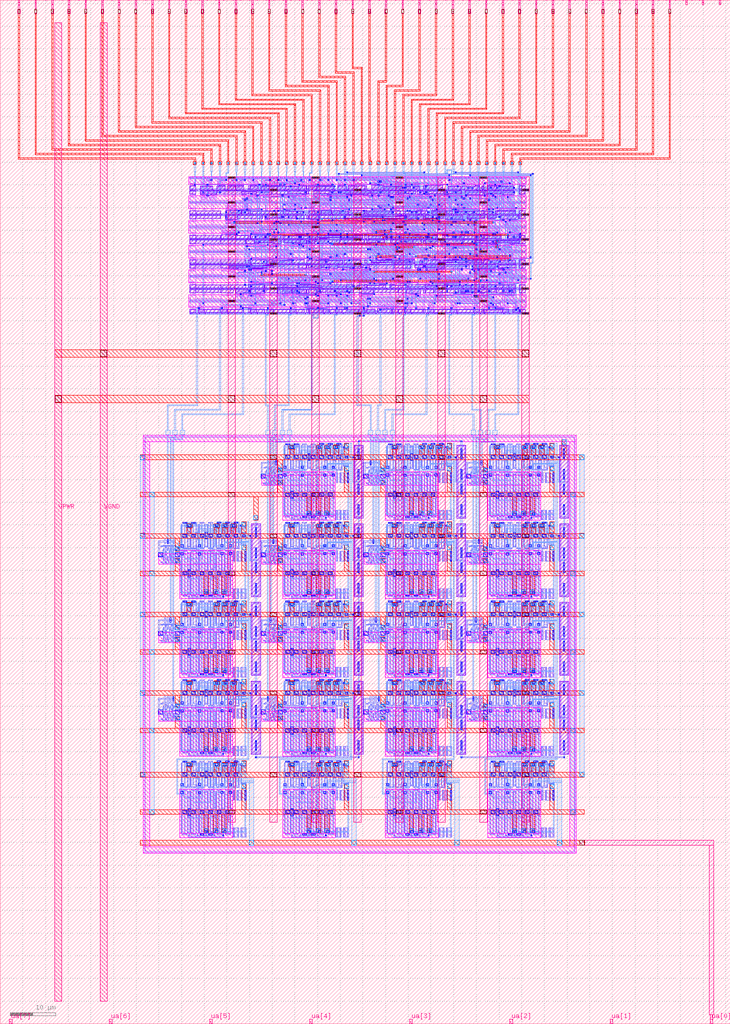
<source format=lef>
VERSION 5.7 ;
  NOWIREEXTENSIONATPIN ON ;
  DIVIDERCHAR "/" ;
  BUSBITCHARS "[]" ;
MACRO tt_um_htfab_flash_adc
  CLASS BLOCK ;
  FOREIGN tt_um_htfab_flash_adc ;
  ORIGIN 0.000 0.000 ;
  SIZE 161.000 BY 225.760 ;
  PIN clk
    DIRECTION INPUT ;
    USE SIGNAL ;
    PORT
      LAYER met4 ;
        RECT 154.870 224.760 155.170 225.760 ;
    END
  END clk
  PIN ena
    DIRECTION INPUT ;
    USE SIGNAL ;
    PORT
      LAYER met4 ;
        RECT 158.550 224.760 158.850 225.760 ;
    END
  END ena
  PIN rst_n
    DIRECTION INPUT ;
    USE SIGNAL ;
    PORT
      LAYER met4 ;
        RECT 151.190 224.760 151.490 225.760 ;
    END
  END rst_n
  PIN ua[0]
    DIRECTION INOUT ;
    USE SIGNAL ;
    ANTENNAGATEAREA 48.000000 ;
    PORT
      LAYER met4 ;
        RECT 156.560 0.000 157.160 1.000 ;
    END
  END ua[0]
  PIN ua[1]
    DIRECTION INOUT ;
    USE SIGNAL ;
    PORT
      LAYER met4 ;
        RECT 134.480 0.000 135.080 1.000 ;
    END
  END ua[1]
  PIN ua[2]
    DIRECTION INOUT ;
    USE SIGNAL ;
    PORT
      LAYER met4 ;
        RECT 112.400 0.000 113.000 1.000 ;
    END
  END ua[2]
  PIN ua[3]
    DIRECTION INOUT ;
    USE SIGNAL ;
    PORT
      LAYER met4 ;
        RECT 90.320 0.000 90.920 1.000 ;
    END
  END ua[3]
  PIN ua[4]
    DIRECTION INOUT ;
    USE SIGNAL ;
    PORT
      LAYER met4 ;
        RECT 68.240 0.000 68.840 1.000 ;
    END
  END ua[4]
  PIN ua[5]
    DIRECTION INOUT ;
    USE SIGNAL ;
    PORT
      LAYER met4 ;
        RECT 46.160 0.000 46.760 1.000 ;
    END
  END ua[5]
  PIN ua[6]
    DIRECTION INOUT ;
    USE SIGNAL ;
    PORT
      LAYER met4 ;
        RECT 24.080 0.000 24.680 1.000 ;
    END
  END ua[6]
  PIN ua[7]
    DIRECTION INOUT ;
    USE SIGNAL ;
    PORT
      LAYER met4 ;
        RECT 2.000 0.000 2.600 1.000 ;
    END
  END ua[7]
  PIN ui_in[0]
    DIRECTION INPUT ;
    USE SIGNAL ;
    ANTENNAGATEAREA 0.247500 ;
    PORT
      LAYER met4 ;
        RECT 147.510 224.760 147.810 225.760 ;
    END
  END ui_in[0]
  PIN ui_in[1]
    DIRECTION INPUT ;
    USE SIGNAL ;
    ANTENNAGATEAREA 0.196500 ;
    PORT
      LAYER met4 ;
        RECT 143.830 224.760 144.130 225.760 ;
    END
  END ui_in[1]
  PIN ui_in[2]
    DIRECTION INPUT ;
    USE SIGNAL ;
    ANTENNAGATEAREA 0.159000 ;
    PORT
      LAYER met4 ;
        RECT 140.150 224.760 140.450 225.760 ;
    END
  END ui_in[2]
  PIN ui_in[3]
    DIRECTION INPUT ;
    USE SIGNAL ;
    ANTENNAGATEAREA 0.159000 ;
    PORT
      LAYER met4 ;
        RECT 136.470 224.760 136.770 225.760 ;
    END
  END ui_in[3]
  PIN ui_in[4]
    DIRECTION INPUT ;
    USE SIGNAL ;
    ANTENNAGATEAREA 0.196500 ;
    PORT
      LAYER met4 ;
        RECT 132.790 224.760 133.090 225.760 ;
    END
  END ui_in[4]
  PIN ui_in[5]
    DIRECTION INPUT ;
    USE SIGNAL ;
    ANTENNAGATEAREA 0.196500 ;
    PORT
      LAYER met4 ;
        RECT 129.110 224.760 129.410 225.760 ;
    END
  END ui_in[5]
  PIN ui_in[6]
    DIRECTION INPUT ;
    USE SIGNAL ;
    ANTENNAGATEAREA 0.196500 ;
    PORT
      LAYER met4 ;
        RECT 125.430 224.760 125.730 225.760 ;
    END
  END ui_in[6]
  PIN ui_in[7]
    DIRECTION INPUT ;
    USE SIGNAL ;
    ANTENNAGATEAREA 0.196500 ;
    PORT
      LAYER met4 ;
        RECT 121.750 224.760 122.050 225.760 ;
    END
  END ui_in[7]
  PIN uio_in[0]
    DIRECTION INPUT ;
    USE SIGNAL ;
    ANTENNAGATEAREA 0.196500 ;
    PORT
      LAYER met4 ;
        RECT 118.070 224.760 118.370 225.760 ;
    END
  END uio_in[0]
  PIN uio_in[1]
    DIRECTION INPUT ;
    USE SIGNAL ;
    ANTENNAGATEAREA 0.196500 ;
    PORT
      LAYER met4 ;
        RECT 114.390 224.760 114.690 225.760 ;
    END
  END uio_in[1]
  PIN uio_in[2]
    DIRECTION INPUT ;
    USE SIGNAL ;
    ANTENNAGATEAREA 0.196500 ;
    PORT
      LAYER met4 ;
        RECT 110.710 224.760 111.010 225.760 ;
    END
  END uio_in[2]
  PIN uio_in[3]
    DIRECTION INPUT ;
    USE SIGNAL ;
    ANTENNAGATEAREA 0.196500 ;
    PORT
      LAYER met4 ;
        RECT 107.030 224.760 107.330 225.760 ;
    END
  END uio_in[3]
  PIN uio_in[4]
    DIRECTION INPUT ;
    USE SIGNAL ;
    ANTENNAGATEAREA 0.196500 ;
    PORT
      LAYER met4 ;
        RECT 103.350 224.760 103.650 225.760 ;
    END
  END uio_in[4]
  PIN uio_in[5]
    DIRECTION INPUT ;
    USE SIGNAL ;
    ANTENNAGATEAREA 0.196500 ;
    PORT
      LAYER met4 ;
        RECT 99.670 224.760 99.970 225.760 ;
    END
  END uio_in[5]
  PIN uio_in[6]
    DIRECTION INPUT ;
    USE SIGNAL ;
    ANTENNAGATEAREA 0.196500 ;
    PORT
      LAYER met4 ;
        RECT 95.990 224.760 96.290 225.760 ;
    END
  END uio_in[6]
  PIN uio_in[7]
    DIRECTION INPUT ;
    USE SIGNAL ;
    ANTENNAGATEAREA 0.196500 ;
    PORT
      LAYER met4 ;
        RECT 92.310 224.760 92.610 225.760 ;
    END
  END uio_in[7]
  PIN uio_oe[0]
    DIRECTION OUTPUT TRISTATE ;
    USE SIGNAL ;
    ANTENNADIFFAREA 0.445500 ;
    PORT
      LAYER met4 ;
        RECT 29.750 224.760 30.050 225.760 ;
    END
  END uio_oe[0]
  PIN uio_oe[1]
    DIRECTION OUTPUT TRISTATE ;
    USE SIGNAL ;
    ANTENNADIFFAREA 0.445500 ;
    PORT
      LAYER met4 ;
        RECT 26.070 224.760 26.370 225.760 ;
    END
  END uio_oe[1]
  PIN uio_oe[2]
    DIRECTION OUTPUT TRISTATE ;
    USE SIGNAL ;
    ANTENNADIFFAREA 0.445500 ;
    PORT
      LAYER met4 ;
        RECT 22.390 224.760 22.690 225.760 ;
    END
  END uio_oe[2]
  PIN uio_oe[3]
    DIRECTION OUTPUT TRISTATE ;
    USE SIGNAL ;
    ANTENNADIFFAREA 0.445500 ;
    PORT
      LAYER met4 ;
        RECT 18.710 224.760 19.010 225.760 ;
    END
  END uio_oe[3]
  PIN uio_oe[4]
    DIRECTION OUTPUT TRISTATE ;
    USE SIGNAL ;
    ANTENNADIFFAREA 0.445500 ;
    PORT
      LAYER met4 ;
        RECT 15.030 224.760 15.330 225.760 ;
    END
  END uio_oe[4]
  PIN uio_oe[5]
    DIRECTION OUTPUT TRISTATE ;
    USE SIGNAL ;
    ANTENNADIFFAREA 0.795200 ;
    PORT
      LAYER met4 ;
        RECT 11.350 224.760 11.650 225.760 ;
    END
  END uio_oe[5]
  PIN uio_oe[6]
    DIRECTION OUTPUT TRISTATE ;
    USE SIGNAL ;
    ANTENNADIFFAREA 0.445500 ;
    PORT
      LAYER met4 ;
        RECT 7.670 224.760 7.970 225.760 ;
    END
  END uio_oe[6]
  PIN uio_oe[7]
    DIRECTION OUTPUT TRISTATE ;
    USE SIGNAL ;
    ANTENNAGATEAREA 1.914000 ;
    ANTENNADIFFAREA 0.891000 ;
    PORT
      LAYER met4 ;
        RECT 3.990 224.760 4.290 225.760 ;
    END
  END uio_oe[7]
  PIN uio_out[0]
    DIRECTION OUTPUT TRISTATE ;
    USE SIGNAL ;
    ANTENNADIFFAREA 0.445500 ;
    PORT
      LAYER met4 ;
        RECT 59.190 224.760 59.490 225.760 ;
    END
  END uio_out[0]
  PIN uio_out[1]
    DIRECTION OUTPUT TRISTATE ;
    USE SIGNAL ;
    ANTENNADIFFAREA 0.445500 ;
    PORT
      LAYER met4 ;
        RECT 55.510 224.760 55.810 225.760 ;
    END
  END uio_out[1]
  PIN uio_out[2]
    DIRECTION OUTPUT TRISTATE ;
    USE SIGNAL ;
    ANTENNADIFFAREA 0.795200 ;
    PORT
      LAYER met4 ;
        RECT 51.830 224.760 52.130 225.760 ;
    END
  END uio_out[2]
  PIN uio_out[3]
    DIRECTION OUTPUT TRISTATE ;
    USE SIGNAL ;
    ANTENNADIFFAREA 0.445500 ;
    PORT
      LAYER met4 ;
        RECT 48.150 224.760 48.450 225.760 ;
    END
  END uio_out[3]
  PIN uio_out[4]
    DIRECTION OUTPUT TRISTATE ;
    USE SIGNAL ;
    ANTENNADIFFAREA 0.445500 ;
    PORT
      LAYER met4 ;
        RECT 44.470 224.760 44.770 225.760 ;
    END
  END uio_out[4]
  PIN uio_out[5]
    DIRECTION OUTPUT TRISTATE ;
    USE SIGNAL ;
    ANTENNADIFFAREA 0.445500 ;
    PORT
      LAYER met4 ;
        RECT 40.790 224.760 41.090 225.760 ;
    END
  END uio_out[5]
  PIN uio_out[6]
    DIRECTION OUTPUT TRISTATE ;
    USE SIGNAL ;
    ANTENNADIFFAREA 0.445500 ;
    PORT
      LAYER met4 ;
        RECT 37.110 224.760 37.410 225.760 ;
    END
  END uio_out[6]
  PIN uio_out[7]
    DIRECTION OUTPUT TRISTATE ;
    USE SIGNAL ;
    ANTENNADIFFAREA 0.453750 ;
    PORT
      LAYER met4 ;
        RECT 33.430 224.760 33.730 225.760 ;
    END
  END uio_out[7]
  PIN uo_out[0]
    DIRECTION OUTPUT TRISTATE ;
    USE SIGNAL ;
    ANTENNADIFFAREA 0.891000 ;
    PORT
      LAYER met4 ;
        RECT 88.630 224.760 88.930 225.760 ;
    END
  END uo_out[0]
  PIN uo_out[1]
    DIRECTION OUTPUT TRISTATE ;
    USE SIGNAL ;
    ANTENNADIFFAREA 1.336500 ;
    PORT
      LAYER met4 ;
        RECT 84.950 224.760 85.250 225.760 ;
    END
  END uo_out[1]
  PIN uo_out[2]
    DIRECTION OUTPUT TRISTATE ;
    USE SIGNAL ;
    ANTENNADIFFAREA 0.891000 ;
    PORT
      LAYER met4 ;
        RECT 81.270 224.760 81.570 225.760 ;
    END
  END uo_out[2]
  PIN uo_out[3]
    DIRECTION OUTPUT TRISTATE ;
    USE SIGNAL ;
    ANTENNADIFFAREA 0.795200 ;
    PORT
      LAYER met4 ;
        RECT 77.590 224.760 77.890 225.760 ;
    END
  END uo_out[3]
  PIN uo_out[4]
    DIRECTION OUTPUT TRISTATE ;
    USE SIGNAL ;
    ANTENNADIFFAREA 0.795200 ;
    PORT
      LAYER met4 ;
        RECT 73.910 224.760 74.210 225.760 ;
    END
  END uo_out[4]
  PIN uo_out[5]
    DIRECTION OUTPUT TRISTATE ;
    USE SIGNAL ;
    ANTENNADIFFAREA 0.445500 ;
    PORT
      LAYER met4 ;
        RECT 70.230 224.760 70.530 225.760 ;
    END
  END uo_out[5]
  PIN uo_out[6]
    DIRECTION OUTPUT TRISTATE ;
    USE SIGNAL ;
    ANTENNADIFFAREA 0.445500 ;
    PORT
      LAYER met4 ;
        RECT 66.550 224.760 66.850 225.760 ;
    END
  END uo_out[6]
  PIN uo_out[7]
    DIRECTION OUTPUT TRISTATE ;
    USE SIGNAL ;
    ANTENNADIFFAREA 0.445500 ;
    PORT
      LAYER met4 ;
        RECT 62.870 224.760 63.170 225.760 ;
    END
  END uo_out[7]
  PIN VPWR
    DIRECTION INOUT ;
    USE POWER ;
    PORT
      LAYER met4 ;
        RECT 12.000 5.000 13.600 220.760 ;
    END
  END VPWR
  PIN VGND
    DIRECTION INOUT ;
    USE GROUND ;
    PORT
      LAYER met4 ;
        RECT 22.000 5.000 23.600 220.760 ;
    END
  END VGND
  OBS
      LAYER nwell ;
        RECT 41.590 185.175 116.030 186.780 ;
      LAYER pwell ;
        RECT 41.785 183.975 43.155 184.785 ;
        RECT 48.250 184.655 49.595 184.885 ;
        RECT 50.550 184.655 51.895 184.885 ;
        RECT 52.390 184.655 53.735 184.885 ;
        RECT 44.085 183.975 46.825 184.655 ;
        RECT 47.765 183.975 49.595 184.655 ;
        RECT 50.065 183.975 51.895 184.655 ;
        RECT 51.905 183.975 53.735 184.655 ;
        RECT 54.675 184.060 55.105 184.845 ;
        RECT 55.125 184.655 56.470 184.885 ;
        RECT 57.910 184.655 59.255 184.885 ;
        RECT 59.750 184.655 61.095 184.885 ;
        RECT 55.125 183.975 56.955 184.655 ;
        RECT 57.425 183.975 59.255 184.655 ;
        RECT 59.265 183.975 61.095 184.655 ;
        RECT 61.105 184.655 62.450 184.885 ;
        RECT 66.190 184.655 67.535 184.885 ;
        RECT 61.105 183.975 62.935 184.655 ;
        RECT 62.945 183.975 65.685 184.655 ;
        RECT 65.705 183.975 67.535 184.655 ;
        RECT 67.555 184.060 67.985 184.845 ;
        RECT 68.005 184.655 69.350 184.885 ;
        RECT 70.330 184.655 71.675 184.885 ;
        RECT 68.005 183.975 69.835 184.655 ;
        RECT 69.845 183.975 71.675 184.655 ;
        RECT 71.685 184.655 73.030 184.885 ;
        RECT 74.445 184.655 75.790 184.885 ;
        RECT 76.745 184.655 78.090 184.885 ;
        RECT 71.685 183.975 73.515 184.655 ;
        RECT 74.445 183.975 76.275 184.655 ;
        RECT 76.745 183.975 78.575 184.655 ;
        RECT 78.585 183.975 80.415 184.785 ;
        RECT 80.435 184.060 80.865 184.845 ;
        RECT 81.945 183.975 84.555 184.885 ;
        RECT 84.575 183.975 87.315 184.655 ;
        RECT 87.325 183.975 88.695 184.755 ;
        RECT 89.165 183.975 90.535 184.755 ;
        RECT 91.005 183.975 92.375 184.755 ;
        RECT 93.315 184.060 93.745 184.845 ;
        RECT 93.765 183.975 97.635 184.885 ;
        RECT 104.785 184.655 105.715 184.885 ;
        RECT 98.835 183.975 101.575 184.655 ;
        RECT 101.815 183.975 105.715 184.655 ;
        RECT 106.195 184.060 106.625 184.845 ;
        RECT 107.565 184.655 108.910 184.885 ;
        RECT 109.405 184.655 110.335 184.885 ;
        RECT 107.565 183.975 109.395 184.655 ;
        RECT 109.405 183.975 113.305 184.655 ;
        RECT 114.465 183.975 115.835 184.785 ;
        RECT 41.925 183.765 42.095 183.975 ;
        RECT 43.315 183.810 43.475 183.930 ;
        RECT 44.225 183.785 44.395 183.975 ;
        RECT 45.605 183.765 45.775 183.955 ;
        RECT 46.065 183.765 46.235 183.955 ;
        RECT 46.995 183.820 47.155 183.930 ;
        RECT 47.905 183.765 48.075 183.975 ;
        RECT 49.740 183.815 49.860 183.925 ;
        RECT 50.205 183.785 50.375 183.975 ;
        RECT 52.045 183.785 52.215 183.975 ;
        RECT 41.785 182.955 43.155 183.765 ;
        RECT 44.085 183.085 45.915 183.765 ;
        RECT 45.925 183.085 47.755 183.765 ;
        RECT 44.085 182.855 45.430 183.085 ;
        RECT 46.410 182.855 47.755 183.085 ;
        RECT 47.765 182.955 53.275 183.765 ;
        RECT 53.430 183.735 53.600 183.955 ;
        RECT 53.895 183.820 54.055 183.930 ;
        RECT 56.645 183.785 56.815 183.975 ;
        RECT 57.100 183.815 57.220 183.925 ;
        RECT 57.565 183.785 57.735 183.975 ;
        RECT 59.405 183.955 59.575 183.975 ;
        RECT 59.400 183.785 59.575 183.955 ;
        RECT 59.400 183.765 59.570 183.785 ;
        RECT 59.865 183.765 60.035 183.955 ;
        RECT 62.625 183.785 62.795 183.975 ;
        RECT 63.085 183.785 63.255 183.975 ;
        RECT 65.845 183.785 66.015 183.975 ;
        RECT 66.950 183.765 67.120 183.955 ;
        RECT 68.155 183.810 68.315 183.920 ;
        RECT 69.525 183.785 69.695 183.975 ;
        RECT 69.985 183.785 70.155 183.975 ;
        RECT 72.470 183.765 72.640 183.955 ;
        RECT 73.205 183.785 73.375 183.975 ;
        RECT 73.675 183.820 73.835 183.930 ;
        RECT 75.965 183.785 76.135 183.975 ;
        RECT 76.420 183.815 76.540 183.925 ;
        RECT 76.610 183.765 76.780 183.955 ;
        RECT 78.265 183.785 78.435 183.975 ;
        RECT 78.725 183.785 78.895 183.975 ;
        RECT 81.035 183.820 81.195 183.930 ;
        RECT 81.510 183.785 81.680 183.955 ;
        RECT 81.510 183.765 81.620 183.785 ;
        RECT 82.220 183.765 82.390 183.955 ;
        RECT 84.240 183.785 84.410 183.975 ;
        RECT 86.085 183.765 86.255 183.955 ;
        RECT 87.005 183.785 87.175 183.975 ;
        RECT 88.200 183.765 88.370 183.955 ;
        RECT 88.375 183.785 88.545 183.975 ;
        RECT 88.840 183.815 88.960 183.925 ;
        RECT 90.225 183.785 90.395 183.975 ;
        RECT 90.680 183.815 90.800 183.925 ;
        RECT 92.055 183.785 92.225 183.975 ;
        RECT 97.580 183.955 97.635 183.975 ;
        RECT 92.535 183.820 92.695 183.930 ;
        RECT 92.985 183.765 93.155 183.955 ;
        RECT 94.180 183.765 94.350 183.955 ;
        RECT 97.580 183.785 97.750 183.955 ;
        RECT 98.055 183.820 98.215 183.930 ;
        RECT 98.320 183.765 98.490 183.955 ;
        RECT 101.265 183.785 101.435 183.975 ;
        RECT 102.180 183.815 102.300 183.925 ;
        RECT 105.130 183.785 105.300 183.975 ;
        RECT 105.860 183.815 105.980 183.925 ;
        RECT 106.320 183.785 106.490 183.955 ;
        RECT 106.795 183.820 106.955 183.930 ;
        RECT 106.320 183.765 106.375 183.785 ;
        RECT 107.060 183.765 107.230 183.955 ;
        RECT 109.085 183.785 109.255 183.975 ;
        RECT 109.820 183.785 109.990 183.975 ;
        RECT 110.930 183.765 111.100 183.955 ;
        RECT 113.695 183.810 113.855 183.930 ;
        RECT 115.525 183.765 115.695 183.975 ;
        RECT 55.560 183.735 56.495 183.765 ;
        RECT 53.430 183.535 56.495 183.735 ;
        RECT 53.285 183.055 56.495 183.535 ;
        RECT 53.285 182.855 54.215 183.055 ;
        RECT 55.545 182.855 56.495 183.055 ;
        RECT 56.505 182.855 59.715 183.765 ;
        RECT 59.725 182.955 63.395 183.765 ;
        RECT 63.635 183.085 67.535 183.765 ;
        RECT 66.605 182.855 67.535 183.085 ;
        RECT 67.555 182.895 67.985 183.680 ;
        RECT 69.155 183.085 73.055 183.765 ;
        RECT 73.295 183.085 77.195 183.765 ;
        RECT 72.125 182.855 73.055 183.085 ;
        RECT 76.265 182.855 77.195 183.085 ;
        RECT 77.205 183.085 81.620 183.765 ;
        RECT 81.805 183.085 85.705 183.765 ;
        RECT 77.205 182.855 81.135 183.085 ;
        RECT 81.805 182.855 82.735 183.085 ;
        RECT 85.945 182.955 87.775 183.765 ;
        RECT 87.785 183.085 91.685 183.765 ;
        RECT 87.785 182.855 88.715 183.085 ;
        RECT 91.925 182.985 93.295 183.765 ;
        RECT 93.315 182.895 93.745 183.680 ;
        RECT 93.765 183.085 97.665 183.765 ;
        RECT 97.905 183.085 101.805 183.765 ;
        RECT 93.765 182.855 94.695 183.085 ;
        RECT 97.905 182.855 98.835 183.085 ;
        RECT 102.505 182.855 106.375 183.765 ;
        RECT 106.645 183.085 110.545 183.765 ;
        RECT 106.645 182.855 107.575 183.085 ;
        RECT 110.785 182.855 113.395 183.765 ;
        RECT 114.465 182.955 115.835 183.765 ;
      LAYER nwell ;
        RECT 41.590 179.735 116.030 182.565 ;
      LAYER pwell ;
        RECT 41.785 178.535 43.155 179.345 ;
        RECT 43.165 178.535 48.675 179.345 ;
        RECT 49.685 178.535 53.135 179.445 ;
        RECT 53.295 178.535 54.645 179.445 ;
        RECT 54.675 178.620 55.105 179.405 ;
        RECT 55.125 178.535 60.635 179.345 ;
        RECT 60.645 178.535 62.475 179.345 ;
        RECT 62.945 179.215 63.875 179.445 ;
        RECT 62.945 178.535 66.845 179.215 ;
        RECT 68.005 178.535 69.375 179.315 ;
        RECT 69.385 178.535 70.755 179.345 ;
        RECT 70.815 178.535 73.005 179.445 ;
        RECT 73.065 178.535 74.895 179.345 ;
        RECT 74.905 178.535 76.735 179.215 ;
        RECT 76.745 178.535 80.415 179.345 ;
        RECT 80.435 178.620 80.865 179.405 ;
        RECT 80.885 178.535 86.395 179.345 ;
        RECT 86.405 178.535 88.235 179.345 ;
        RECT 91.905 179.215 92.835 179.445 ;
        RECT 88.935 178.535 92.835 179.215 ;
        RECT 92.845 178.535 94.215 179.315 ;
        RECT 95.145 179.215 96.490 179.445 ;
        RECT 95.145 178.535 96.975 179.215 ;
        RECT 96.985 178.535 98.355 179.315 ;
        RECT 98.365 178.535 99.735 179.315 ;
        RECT 100.205 179.215 101.135 179.445 ;
        RECT 100.205 178.535 104.105 179.215 ;
        RECT 104.345 178.535 105.715 179.315 ;
        RECT 106.195 178.620 106.625 179.405 ;
        RECT 109.605 179.215 113.535 179.445 ;
        RECT 106.645 178.535 108.475 179.215 ;
        RECT 109.120 178.535 113.535 179.215 ;
        RECT 114.465 178.535 115.835 179.345 ;
        RECT 41.925 178.325 42.095 178.535 ;
        RECT 43.305 178.325 43.475 178.535 ;
        RECT 48.835 178.370 48.995 178.490 ;
        RECT 49.745 178.325 49.915 178.535 ;
        RECT 52.505 178.325 52.675 178.515 ;
        RECT 54.345 178.345 54.515 178.535 ;
        RECT 55.265 178.345 55.435 178.535 ;
        RECT 58.020 178.375 58.140 178.485 ;
        RECT 58.760 178.325 58.930 178.515 ;
        RECT 60.785 178.345 60.955 178.535 ;
        RECT 62.625 178.485 62.795 178.515 ;
        RECT 62.620 178.375 62.795 178.485 ;
        RECT 62.625 178.325 62.795 178.375 ;
        RECT 63.360 178.345 63.530 178.535 ;
        RECT 65.385 178.325 65.555 178.515 ;
        RECT 67.235 178.485 67.395 178.490 ;
        RECT 67.220 178.380 67.395 178.485 ;
        RECT 67.220 178.375 67.340 178.380 ;
        RECT 69.055 178.345 69.225 178.535 ;
        RECT 69.525 178.345 69.695 178.535 ;
        RECT 69.980 178.325 70.150 178.515 ;
        RECT 70.445 178.325 70.615 178.515 ;
        RECT 72.745 178.345 72.915 178.535 ;
        RECT 73.205 178.345 73.375 178.535 ;
        RECT 76.240 178.325 76.410 178.515 ;
        RECT 76.425 178.345 76.595 178.535 ;
        RECT 76.885 178.345 77.055 178.535 ;
        RECT 81.025 178.345 81.195 178.535 ;
        RECT 86.545 178.345 86.715 178.535 ;
        RECT 88.380 178.375 88.500 178.485 ;
        RECT 89.305 178.325 89.475 178.515 ;
        RECT 91.605 178.345 91.775 178.515 ;
        RECT 91.605 178.325 91.755 178.345 ;
        RECT 92.065 178.325 92.235 178.515 ;
        RECT 92.250 178.345 92.420 178.535 ;
        RECT 92.995 178.345 93.165 178.535 ;
        RECT 94.180 178.325 94.350 178.515 ;
        RECT 94.375 178.380 94.535 178.490 ;
        RECT 96.665 178.345 96.835 178.535 ;
        RECT 98.045 178.515 98.215 178.535 ;
        RECT 98.045 178.345 98.220 178.515 ;
        RECT 99.425 178.345 99.595 178.535 ;
        RECT 99.880 178.375 100.000 178.485 ;
        RECT 100.620 178.345 100.790 178.535 ;
        RECT 102.195 178.370 102.355 178.480 ;
        RECT 98.165 178.325 98.220 178.345 ;
        RECT 103.380 178.325 103.550 178.515 ;
        RECT 105.395 178.345 105.565 178.535 ;
        RECT 105.860 178.375 105.980 178.485 ;
        RECT 106.785 178.345 106.955 178.535 ;
        RECT 109.120 178.515 109.230 178.535 ;
        RECT 107.240 178.375 107.360 178.485 ;
        RECT 108.620 178.375 108.740 178.485 ;
        RECT 109.060 178.345 109.255 178.515 ;
        RECT 109.555 178.370 109.715 178.480 ;
        RECT 113.695 178.380 113.855 178.490 ;
        RECT 109.085 178.325 109.255 178.345 ;
        RECT 114.140 178.345 114.310 178.515 ;
        RECT 114.140 178.325 114.195 178.345 ;
        RECT 115.525 178.325 115.695 178.535 ;
        RECT 41.785 177.515 43.155 178.325 ;
        RECT 43.165 177.515 48.675 178.325 ;
        RECT 49.605 177.415 52.355 178.325 ;
        RECT 52.365 177.515 57.875 178.325 ;
        RECT 58.345 177.645 62.245 178.325 ;
        RECT 62.485 177.645 65.225 178.325 ;
        RECT 58.345 177.415 59.275 177.645 ;
        RECT 65.245 177.515 67.075 178.325 ;
        RECT 67.555 177.455 67.985 178.240 ;
        RECT 68.105 177.415 70.295 178.325 ;
        RECT 70.305 177.515 75.815 178.325 ;
        RECT 75.825 177.645 79.725 178.325 ;
        RECT 79.965 178.075 85.060 178.325 ;
        RECT 87.855 178.155 89.615 178.325 ;
        RECT 87.360 178.110 89.615 178.155 ;
        RECT 86.420 178.075 89.615 178.110 ;
        RECT 79.965 177.645 89.615 178.075 ;
        RECT 75.825 177.415 76.755 177.645 ;
        RECT 79.965 177.415 81.985 177.645 ;
        RECT 81.065 177.395 81.985 177.415 ;
        RECT 85.060 177.475 88.290 177.645 ;
        RECT 89.825 177.505 91.755 178.325 ;
        RECT 91.925 177.515 93.295 178.325 ;
        RECT 85.060 177.430 87.350 177.475 ;
        RECT 85.060 177.395 86.410 177.430 ;
        RECT 89.825 177.415 90.775 177.505 ;
        RECT 93.315 177.455 93.745 178.240 ;
        RECT 93.765 177.645 97.665 178.325 ;
        RECT 93.765 177.415 94.695 177.645 ;
        RECT 98.165 177.415 102.035 178.325 ;
        RECT 102.965 177.645 106.865 178.325 ;
        RECT 107.565 177.645 109.395 178.325 ;
        RECT 102.965 177.415 103.895 177.645 ;
        RECT 107.565 177.415 108.910 177.645 ;
        RECT 110.325 177.415 114.195 178.325 ;
        RECT 114.465 177.515 115.835 178.325 ;
      LAYER nwell ;
        RECT 41.590 174.295 116.030 177.125 ;
      LAYER pwell ;
        RECT 41.785 173.095 43.155 173.905 ;
        RECT 43.165 173.095 48.675 173.905 ;
        RECT 48.785 173.095 51.895 174.005 ;
        RECT 51.905 173.095 54.655 173.905 ;
        RECT 54.675 173.180 55.105 173.965 ;
        RECT 55.225 173.095 58.335 174.005 ;
        RECT 58.545 173.915 59.495 174.005 ;
        RECT 58.545 173.095 60.475 173.915 ;
        RECT 60.645 173.095 62.015 173.905 ;
        RECT 65.225 173.775 66.155 174.005 ;
        RECT 62.255 173.095 66.155 173.775 ;
        RECT 66.165 173.775 67.095 174.005 ;
        RECT 73.510 173.990 74.860 174.025 ;
        RECT 72.570 173.945 74.860 173.990 ;
        RECT 71.630 173.775 74.860 173.945 ;
        RECT 77.935 174.005 78.855 174.025 ;
        RECT 77.935 173.775 79.955 174.005 ;
        RECT 66.165 173.095 70.065 173.775 ;
        RECT 70.305 173.345 79.955 173.775 ;
        RECT 70.305 173.310 73.500 173.345 ;
        RECT 70.305 173.265 72.560 173.310 ;
        RECT 70.305 173.095 72.065 173.265 ;
        RECT 74.860 173.095 79.955 173.345 ;
        RECT 80.435 173.180 80.865 173.965 ;
        RECT 84.085 173.775 85.015 174.005 ;
        RECT 81.115 173.095 85.015 173.775 ;
        RECT 85.025 173.095 86.395 173.875 ;
        RECT 86.405 173.095 88.235 173.905 ;
        RECT 91.445 173.775 92.375 174.005 ;
        RECT 95.585 173.775 96.515 174.005 ;
        RECT 88.475 173.095 92.375 173.775 ;
        RECT 92.615 173.095 96.515 173.775 ;
        RECT 97.445 173.775 98.375 174.005 ;
        RECT 101.585 173.775 102.515 174.005 ;
        RECT 97.445 173.095 101.345 173.775 ;
        RECT 101.585 173.095 105.485 173.775 ;
        RECT 106.195 173.180 106.625 173.965 ;
        RECT 106.645 173.775 107.575 174.005 ;
        RECT 106.645 173.095 110.545 173.775 ;
        RECT 111.845 173.095 114.455 174.005 ;
        RECT 114.465 173.095 115.835 173.905 ;
        RECT 41.925 172.885 42.095 173.095 ;
        RECT 43.305 172.885 43.475 173.095 ;
        RECT 48.825 172.885 48.995 173.095 ;
        RECT 52.045 172.905 52.215 173.095 ;
        RECT 54.345 172.885 54.515 173.075 ;
        RECT 55.265 172.905 55.435 173.095 ;
        RECT 60.325 173.075 60.475 173.095 ;
        RECT 56.460 172.885 56.630 173.075 ;
        RECT 60.325 172.885 60.495 173.075 ;
        RECT 60.785 172.905 60.955 173.095 ;
        RECT 62.160 172.935 62.280 173.045 ;
        RECT 62.630 172.885 62.800 173.075 ;
        RECT 65.570 172.905 65.740 173.095 ;
        RECT 66.305 172.885 66.475 173.075 ;
        RECT 66.580 172.905 66.750 173.095 ;
        RECT 68.155 172.885 68.325 173.075 ;
        RECT 69.525 172.885 69.695 173.075 ;
        RECT 70.445 172.905 70.615 173.095 ;
        RECT 75.045 172.885 75.215 173.075 ;
        RECT 80.100 172.935 80.220 173.045 ;
        RECT 80.560 172.935 80.680 173.045 ;
        RECT 81.300 172.885 81.470 173.075 ;
        RECT 84.430 172.905 84.600 173.095 ;
        RECT 86.075 173.075 86.245 173.095 ;
        RECT 85.175 172.930 85.335 173.040 ;
        RECT 86.075 172.905 86.250 173.075 ;
        RECT 86.545 172.905 86.715 173.095 ;
        RECT 86.135 172.885 86.250 172.905 ;
        RECT 91.145 172.885 91.315 173.075 ;
        RECT 91.790 172.905 91.960 173.095 ;
        RECT 92.980 172.935 93.100 173.045 ;
        RECT 93.905 172.885 94.075 173.075 ;
        RECT 95.930 172.905 96.100 173.095 ;
        RECT 96.675 173.045 96.835 173.050 ;
        RECT 96.660 172.940 96.835 173.045 ;
        RECT 96.660 172.935 96.780 172.940 ;
        RECT 97.120 172.905 97.290 173.075 ;
        RECT 97.860 172.905 98.030 173.095 ;
        RECT 102.000 172.905 102.170 173.095 ;
        RECT 97.175 172.885 97.290 172.905 ;
        RECT 102.185 172.885 102.355 173.075 ;
        RECT 104.945 172.885 105.115 173.075 ;
        RECT 105.860 172.935 105.980 173.045 ;
        RECT 107.060 172.905 107.230 173.095 ;
        RECT 110.935 172.940 111.095 173.050 ;
        RECT 114.140 172.905 114.310 173.095 ;
        RECT 115.525 172.885 115.695 173.095 ;
        RECT 41.785 172.075 43.155 172.885 ;
        RECT 43.165 172.075 48.675 172.885 ;
        RECT 48.685 172.075 54.195 172.885 ;
        RECT 54.205 172.075 56.035 172.885 ;
        RECT 56.045 172.205 59.945 172.885 ;
        RECT 56.045 171.975 56.975 172.205 ;
        RECT 60.185 172.075 62.015 172.885 ;
        RECT 62.485 172.205 66.155 172.885 ;
        RECT 65.130 171.975 66.155 172.205 ;
        RECT 66.165 172.075 67.535 172.885 ;
        RECT 67.555 172.015 67.985 172.800 ;
        RECT 68.005 172.105 69.375 172.885 ;
        RECT 69.385 172.075 74.895 172.885 ;
        RECT 74.905 172.075 80.415 172.885 ;
        RECT 80.885 172.205 84.785 172.885 ;
        RECT 80.885 171.975 81.815 172.205 ;
        RECT 86.135 171.975 90.995 172.885 ;
        RECT 91.005 172.075 92.835 172.885 ;
        RECT 93.315 172.015 93.745 172.800 ;
        RECT 93.765 172.075 96.515 172.885 ;
        RECT 97.175 171.975 102.035 172.885 ;
        RECT 102.045 172.075 104.795 172.885 ;
        RECT 104.805 172.715 106.565 172.885 ;
        RECT 104.805 172.670 107.060 172.715 ;
        RECT 104.805 172.635 108.000 172.670 ;
        RECT 109.360 172.635 114.455 172.885 ;
        RECT 104.805 172.205 114.455 172.635 ;
        RECT 106.130 172.035 109.360 172.205 ;
        RECT 107.070 171.990 109.360 172.035 ;
        RECT 108.010 171.955 109.360 171.990 ;
        RECT 112.435 171.975 114.455 172.205 ;
        RECT 114.465 172.075 115.835 172.885 ;
        RECT 112.435 171.955 113.355 171.975 ;
      LAYER nwell ;
        RECT 41.590 168.855 116.030 171.685 ;
      LAYER pwell ;
        RECT 41.785 167.655 43.155 168.465 ;
        RECT 43.165 167.655 48.675 168.465 ;
        RECT 48.685 167.655 54.195 168.465 ;
        RECT 54.675 167.740 55.105 168.525 ;
        RECT 55.125 167.655 58.795 168.465 ;
        RECT 58.805 167.655 60.175 168.465 ;
        RECT 63.385 168.335 64.315 168.565 ;
        RECT 60.415 167.655 64.315 168.335 ;
        RECT 64.325 167.655 67.075 168.465 ;
        RECT 70.260 168.335 71.675 168.565 ;
        RECT 67.645 167.655 71.675 168.335 ;
        RECT 71.685 168.335 72.615 168.565 ;
        RECT 85.010 168.550 86.360 168.585 ;
        RECT 71.685 167.655 75.585 168.335 ;
        RECT 75.825 167.655 79.495 168.465 ;
        RECT 80.435 167.740 80.865 168.525 ;
        RECT 84.070 168.505 86.360 168.550 ;
        RECT 83.130 168.335 86.360 168.505 ;
        RECT 89.435 168.565 90.355 168.585 ;
        RECT 89.435 168.335 91.455 168.565 ;
        RECT 95.100 168.335 96.515 168.565 ;
        RECT 99.730 168.550 101.080 168.585 ;
        RECT 98.790 168.505 101.080 168.550 ;
        RECT 97.850 168.335 101.080 168.505 ;
        RECT 104.155 168.565 105.075 168.585 ;
        RECT 104.155 168.335 106.175 168.565 ;
        RECT 81.805 167.905 91.455 168.335 ;
        RECT 81.805 167.870 85.000 167.905 ;
        RECT 81.805 167.825 84.060 167.870 ;
        RECT 81.805 167.655 83.565 167.825 ;
        RECT 86.360 167.655 91.455 167.905 ;
        RECT 92.485 167.655 96.515 168.335 ;
        RECT 96.525 167.905 106.175 168.335 ;
        RECT 96.525 167.870 99.720 167.905 ;
        RECT 96.525 167.825 98.780 167.870 ;
        RECT 96.525 167.655 98.285 167.825 ;
        RECT 101.080 167.655 106.175 167.905 ;
        RECT 106.195 167.740 106.625 168.525 ;
        RECT 106.645 168.335 107.575 168.565 ;
        RECT 106.645 167.655 110.545 168.335 ;
        RECT 110.785 167.655 112.155 168.435 ;
        RECT 112.165 167.655 113.535 168.435 ;
        RECT 114.465 167.655 115.835 168.465 ;
        RECT 41.925 167.445 42.095 167.655 ;
        RECT 43.305 167.445 43.475 167.655 ;
        RECT 48.825 167.445 48.995 167.655 ;
        RECT 54.340 167.495 54.460 167.605 ;
        RECT 55.265 167.465 55.435 167.655 ;
        RECT 58.945 167.465 59.115 167.655 ;
        RECT 59.865 167.445 60.035 167.635 ;
        RECT 60.325 167.445 60.495 167.635 ;
        RECT 63.730 167.465 63.900 167.655 ;
        RECT 64.465 167.465 64.635 167.655 ;
        RECT 65.845 167.445 66.015 167.635 ;
        RECT 67.220 167.495 67.340 167.605 ;
        RECT 67.685 167.465 67.855 167.655 ;
        RECT 68.145 167.445 68.315 167.635 ;
        RECT 72.100 167.465 72.270 167.655 ;
        RECT 72.285 167.445 72.455 167.635 ;
        RECT 72.745 167.445 72.915 167.635 ;
        RECT 74.590 167.445 74.760 167.635 ;
        RECT 75.965 167.465 76.135 167.655 ;
        RECT 78.265 167.445 78.435 167.635 ;
        RECT 79.655 167.500 79.815 167.610 ;
        RECT 81.025 167.445 81.195 167.635 ;
        RECT 81.485 167.445 81.655 167.635 ;
        RECT 81.945 167.465 82.115 167.655 ;
        RECT 87.005 167.445 87.175 167.635 ;
        RECT 90.695 167.490 90.855 167.600 ;
        RECT 91.615 167.500 91.775 167.610 ;
        RECT 92.525 167.465 92.695 167.655 ;
        RECT 92.985 167.445 93.155 167.635 ;
        RECT 93.905 167.445 94.075 167.635 ;
        RECT 96.665 167.465 96.835 167.655 ;
        RECT 98.045 167.445 98.215 167.635 ;
        RECT 103.575 167.490 103.735 167.600 ;
        RECT 107.060 167.465 107.230 167.655 ;
        RECT 109.090 167.465 109.260 167.635 ;
        RECT 109.540 167.495 109.660 167.605 ;
        RECT 109.090 167.445 109.205 167.465 ;
        RECT 110.280 167.445 110.450 167.635 ;
        RECT 111.845 167.465 112.015 167.655 ;
        RECT 113.215 167.465 113.385 167.655 ;
        RECT 113.695 167.500 113.855 167.610 ;
        RECT 114.140 167.495 114.260 167.605 ;
        RECT 115.525 167.445 115.695 167.655 ;
        RECT 41.785 166.635 43.155 167.445 ;
        RECT 43.165 166.635 48.675 167.445 ;
        RECT 48.685 166.635 50.515 167.445 ;
        RECT 50.525 167.195 55.620 167.445 ;
        RECT 58.415 167.275 60.175 167.445 ;
        RECT 57.920 167.230 60.175 167.275 ;
        RECT 56.980 167.195 60.175 167.230 ;
        RECT 50.525 166.765 60.175 167.195 ;
        RECT 50.525 166.535 52.545 166.765 ;
        RECT 51.625 166.515 52.545 166.535 ;
        RECT 55.620 166.595 58.850 166.765 ;
        RECT 60.185 166.635 65.695 167.445 ;
        RECT 65.705 166.635 67.535 167.445 ;
        RECT 55.620 166.550 57.910 166.595 ;
        RECT 67.555 166.575 67.985 167.360 ;
        RECT 68.005 166.635 70.755 167.445 ;
        RECT 70.765 166.765 72.595 167.445 ;
        RECT 72.605 166.635 74.435 167.445 ;
        RECT 74.445 166.765 78.115 167.445 ;
        RECT 55.620 166.515 56.970 166.550 ;
        RECT 77.090 166.535 78.115 166.765 ;
        RECT 78.125 166.635 79.495 167.445 ;
        RECT 79.505 166.765 81.335 167.445 ;
        RECT 81.345 166.635 86.855 167.445 ;
        RECT 86.865 166.635 90.535 167.445 ;
        RECT 91.465 166.765 93.295 167.445 ;
        RECT 93.315 166.575 93.745 167.360 ;
        RECT 93.865 166.765 97.895 167.445 ;
        RECT 96.480 166.535 97.895 166.765 ;
        RECT 97.905 166.635 103.415 167.445 ;
        RECT 104.345 166.535 109.205 167.445 ;
        RECT 109.865 166.765 113.765 167.445 ;
        RECT 109.865 166.535 110.795 166.765 ;
        RECT 114.465 166.635 115.835 167.445 ;
      LAYER nwell ;
        RECT 41.590 163.415 116.030 166.245 ;
      LAYER pwell ;
        RECT 62.205 163.125 63.125 163.145 ;
        RECT 41.785 162.215 43.155 163.025 ;
        RECT 43.165 162.215 48.675 163.025 ;
        RECT 48.685 162.215 54.195 163.025 ;
        RECT 54.675 162.300 55.105 163.085 ;
        RECT 55.125 162.215 58.235 163.125 ;
        RECT 58.345 162.215 61.095 163.025 ;
        RECT 61.105 162.895 63.125 163.125 ;
        RECT 66.200 163.110 67.550 163.145 ;
        RECT 66.200 163.065 68.490 163.110 ;
        RECT 66.200 162.895 69.430 163.065 ;
        RECT 61.105 162.465 70.755 162.895 ;
        RECT 61.105 162.215 66.200 162.465 ;
        RECT 67.560 162.430 70.755 162.465 ;
        RECT 68.500 162.385 70.755 162.430 ;
        RECT 68.995 162.215 70.755 162.385 ;
        RECT 70.765 162.215 76.275 163.025 ;
        RECT 76.285 162.215 78.115 163.025 ;
        RECT 78.585 162.215 80.415 162.895 ;
        RECT 80.435 162.300 80.865 163.085 ;
        RECT 83.600 162.895 85.015 163.125 ;
        RECT 80.985 162.215 85.015 162.895 ;
        RECT 85.945 162.895 86.875 163.125 ;
        RECT 85.945 162.215 89.845 162.895 ;
        RECT 90.085 162.215 93.755 163.025 ;
        RECT 93.765 162.895 94.695 163.125 ;
        RECT 97.905 162.895 98.835 163.125 ;
        RECT 93.765 162.215 97.665 162.895 ;
        RECT 97.905 162.215 101.805 162.895 ;
        RECT 102.045 162.215 103.875 162.895 ;
        RECT 103.885 162.215 105.715 163.025 ;
        RECT 106.195 162.300 106.625 163.085 ;
        RECT 106.645 162.215 109.395 163.025 ;
        RECT 109.405 162.215 110.775 162.995 ;
        RECT 110.785 162.215 112.155 162.995 ;
        RECT 112.165 162.215 113.535 162.995 ;
        RECT 114.465 162.215 115.835 163.025 ;
        RECT 41.925 162.005 42.095 162.215 ;
        RECT 43.305 162.005 43.475 162.215 ;
        RECT 48.825 162.005 48.995 162.215 ;
        RECT 51.580 162.055 51.700 162.165 ;
        RECT 52.045 162.005 52.215 162.195 ;
        RECT 54.340 162.055 54.460 162.165 ;
        RECT 55.265 162.005 55.435 162.195 ;
        RECT 58.025 162.025 58.195 162.215 ;
        RECT 58.485 162.005 58.655 162.215 ;
        RECT 61.245 162.005 61.415 162.195 ;
        RECT 64.465 162.005 64.635 162.195 ;
        RECT 68.145 162.005 68.315 162.195 ;
        RECT 70.260 162.005 70.430 162.195 ;
        RECT 70.445 162.025 70.615 162.215 ;
        RECT 70.905 162.025 71.075 162.215 ;
        RECT 74.400 162.005 74.570 162.195 ;
        RECT 76.425 162.025 76.595 162.215 ;
        RECT 78.260 162.160 78.380 162.165 ;
        RECT 78.260 162.055 78.435 162.160 ;
        RECT 78.275 162.050 78.435 162.055 ;
        RECT 79.185 162.005 79.355 162.195 ;
        RECT 80.105 162.025 80.275 162.215 ;
        RECT 81.025 162.025 81.195 162.215 ;
        RECT 82.405 162.005 82.575 162.195 ;
        RECT 85.175 162.060 85.335 162.170 ;
        RECT 86.360 162.025 86.530 162.215 ;
        RECT 87.925 162.005 88.095 162.195 ;
        RECT 90.225 162.025 90.395 162.215 ;
        RECT 92.525 162.005 92.695 162.195 ;
        RECT 92.980 162.055 93.100 162.165 ;
        RECT 93.905 162.005 94.075 162.195 ;
        RECT 94.180 162.025 94.350 162.215 ;
        RECT 97.125 162.005 97.295 162.195 ;
        RECT 97.585 162.005 97.755 162.195 ;
        RECT 98.320 162.025 98.490 162.215 ;
        RECT 101.260 162.055 101.380 162.165 ;
        RECT 102.000 162.005 102.170 162.195 ;
        RECT 102.185 162.025 102.355 162.215 ;
        RECT 104.025 162.025 104.195 162.215 ;
        RECT 105.860 162.055 105.980 162.165 ;
        RECT 106.785 162.025 106.955 162.215 ;
        RECT 109.080 162.005 109.250 162.195 ;
        RECT 109.545 162.005 109.715 162.195 ;
        RECT 110.455 162.025 110.625 162.215 ;
        RECT 111.845 162.195 112.015 162.215 ;
        RECT 111.835 162.025 112.015 162.195 ;
        RECT 111.835 162.005 112.005 162.025 ;
        RECT 113.225 162.005 113.395 162.215 ;
        RECT 113.695 162.050 113.855 162.170 ;
        RECT 115.525 162.005 115.695 162.215 ;
        RECT 41.785 161.195 43.155 162.005 ;
        RECT 43.165 161.195 48.675 162.005 ;
        RECT 48.685 161.195 51.435 162.005 ;
        RECT 51.945 161.095 55.115 162.005 ;
        RECT 55.225 161.095 58.335 162.005 ;
        RECT 58.345 161.195 61.095 162.005 ;
        RECT 61.205 161.095 64.315 162.005 ;
        RECT 64.365 161.095 67.535 162.005 ;
        RECT 67.555 161.135 67.985 161.920 ;
        RECT 68.005 161.195 69.835 162.005 ;
        RECT 69.845 161.325 73.745 162.005 ;
        RECT 73.985 161.325 77.885 162.005 ;
        RECT 69.845 161.095 70.775 161.325 ;
        RECT 73.985 161.095 74.915 161.325 ;
        RECT 79.145 161.095 82.255 162.005 ;
        RECT 82.265 161.195 87.775 162.005 ;
        RECT 87.785 161.195 89.615 162.005 ;
        RECT 89.625 161.095 92.795 162.005 ;
        RECT 93.315 161.135 93.745 161.920 ;
        RECT 93.765 161.195 95.595 162.005 ;
        RECT 95.605 161.325 97.435 162.005 ;
        RECT 97.445 161.195 101.115 162.005 ;
        RECT 101.585 161.325 105.485 162.005 ;
        RECT 105.725 161.325 109.395 162.005 ;
        RECT 101.585 161.095 102.515 161.325 ;
        RECT 105.725 161.095 106.750 161.325 ;
        RECT 109.405 161.195 110.775 162.005 ;
        RECT 110.785 161.225 112.155 162.005 ;
        RECT 112.165 161.225 113.535 162.005 ;
        RECT 114.465 161.195 115.835 162.005 ;
      LAYER nwell ;
        RECT 41.590 157.975 116.030 160.805 ;
      LAYER pwell ;
        RECT 41.785 156.775 43.155 157.585 ;
        RECT 43.625 156.775 44.995 157.555 ;
        RECT 45.005 156.775 48.675 157.585 ;
        RECT 48.685 156.775 50.055 157.555 ;
        RECT 50.065 156.775 53.735 157.585 ;
        RECT 54.675 156.860 55.105 157.645 ;
        RECT 55.125 156.775 56.495 157.555 ;
        RECT 56.505 156.775 58.335 157.585 ;
        RECT 58.805 156.775 60.175 157.555 ;
        RECT 60.185 156.775 63.855 157.585 ;
        RECT 63.865 156.775 65.235 157.555 ;
        RECT 65.245 156.775 67.075 157.585 ;
        RECT 67.555 156.860 67.985 157.645 ;
        RECT 68.105 156.775 71.215 157.685 ;
        RECT 71.225 156.775 72.595 157.555 ;
        RECT 72.605 156.775 73.975 157.585 ;
        RECT 73.985 156.775 75.355 157.555 ;
        RECT 75.365 156.775 79.035 157.585 ;
        RECT 79.045 156.775 80.415 157.555 ;
        RECT 80.435 156.860 80.865 157.645 ;
        RECT 80.885 156.775 82.715 157.585 ;
        RECT 83.185 156.775 86.295 157.685 ;
        RECT 86.405 156.775 87.775 157.555 ;
        RECT 87.785 156.775 89.155 157.585 ;
        RECT 89.165 156.775 90.535 157.555 ;
        RECT 90.545 156.775 93.295 157.585 ;
        RECT 93.315 156.860 93.745 157.645 ;
        RECT 94.225 156.775 95.595 157.555 ;
        RECT 95.605 156.775 99.275 157.585 ;
        RECT 99.285 156.775 100.655 157.555 ;
        RECT 100.665 156.775 104.335 157.585 ;
        RECT 104.345 156.775 105.715 157.555 ;
        RECT 106.195 156.860 106.625 157.645 ;
        RECT 109.360 157.455 110.775 157.685 ;
        RECT 106.745 156.775 110.775 157.455 ;
        RECT 110.785 156.775 112.155 157.555 ;
        RECT 113.085 156.775 114.455 157.555 ;
        RECT 114.465 156.775 115.835 157.585 ;
        RECT 41.925 156.585 42.095 156.775 ;
        RECT 43.300 156.615 43.420 156.725 ;
        RECT 43.775 156.585 43.945 156.775 ;
        RECT 45.145 156.585 45.315 156.775 ;
        RECT 48.835 156.585 49.005 156.775 ;
        RECT 50.205 156.585 50.375 156.775 ;
        RECT 53.895 156.620 54.055 156.730 ;
        RECT 55.275 156.585 55.445 156.775 ;
        RECT 56.645 156.585 56.815 156.775 ;
        RECT 58.480 156.615 58.600 156.725 ;
        RECT 58.945 156.585 59.115 156.775 ;
        RECT 60.325 156.585 60.495 156.775 ;
        RECT 64.015 156.585 64.185 156.775 ;
        RECT 65.385 156.585 65.555 156.775 ;
        RECT 67.220 156.615 67.340 156.725 ;
        RECT 68.145 156.585 68.315 156.775 ;
        RECT 71.365 156.585 71.535 156.775 ;
        RECT 72.745 156.585 72.915 156.775 ;
        RECT 74.135 156.585 74.305 156.775 ;
        RECT 75.505 156.585 75.675 156.775 ;
        RECT 80.095 156.585 80.265 156.775 ;
        RECT 81.025 156.585 81.195 156.775 ;
        RECT 82.860 156.615 82.980 156.725 ;
        RECT 86.085 156.585 86.255 156.775 ;
        RECT 86.555 156.585 86.725 156.775 ;
        RECT 87.925 156.585 88.095 156.775 ;
        RECT 89.305 156.585 89.475 156.775 ;
        RECT 90.685 156.585 90.855 156.775 ;
        RECT 93.900 156.615 94.020 156.725 ;
        RECT 94.375 156.585 94.545 156.775 ;
        RECT 95.745 156.585 95.915 156.775 ;
        RECT 99.425 156.585 99.595 156.775 ;
        RECT 100.805 156.585 100.975 156.775 ;
        RECT 104.495 156.585 104.665 156.775 ;
        RECT 105.860 156.615 105.980 156.725 ;
        RECT 106.785 156.585 106.955 156.775 ;
        RECT 110.935 156.585 111.105 156.775 ;
        RECT 112.315 156.620 112.475 156.730 ;
        RECT 114.135 156.585 114.305 156.775 ;
        RECT 115.525 156.585 115.695 156.775 ;
      LAYER nwell ;
        RECT 31.560 128.360 127.040 129.790 ;
        RECT 31.560 39.010 32.990 128.360 ;
        RECT 62.250 120.980 73.910 121.790 ;
        RECT 57.650 118.730 73.910 120.980 ;
        RECT 62.250 112.010 73.910 118.730 ;
        RECT 62.250 111.030 73.930 112.010 ;
      LAYER pwell ;
        RECT 78.050 111.500 80.060 127.610 ;
      LAYER nwell ;
        RECT 84.910 120.980 96.570 121.790 ;
        RECT 80.310 118.730 96.570 120.980 ;
        RECT 84.910 112.010 96.570 118.730 ;
        RECT 84.910 111.030 96.590 112.010 ;
      LAYER pwell ;
        RECT 100.710 111.500 102.720 127.610 ;
      LAYER nwell ;
        RECT 107.570 120.980 119.230 121.790 ;
        RECT 102.970 118.730 119.230 120.980 ;
        RECT 107.570 112.010 119.230 118.730 ;
        RECT 107.570 111.030 119.250 112.010 ;
      LAYER pwell ;
        RECT 123.370 111.500 125.380 127.610 ;
      LAYER nwell ;
        RECT 39.590 103.640 51.250 104.450 ;
        RECT 34.990 101.390 51.250 103.640 ;
        RECT 39.590 94.670 51.250 101.390 ;
        RECT 39.590 93.690 51.270 94.670 ;
      LAYER pwell ;
        RECT 55.390 94.160 57.400 110.270 ;
      LAYER nwell ;
        RECT 62.250 103.640 73.910 104.450 ;
        RECT 57.650 101.390 73.910 103.640 ;
        RECT 62.250 94.670 73.910 101.390 ;
        RECT 62.250 93.690 73.930 94.670 ;
      LAYER pwell ;
        RECT 78.050 94.160 80.060 110.270 ;
      LAYER nwell ;
        RECT 84.910 103.640 96.570 104.450 ;
        RECT 80.310 101.390 96.570 103.640 ;
        RECT 84.910 94.670 96.570 101.390 ;
        RECT 84.910 93.690 96.590 94.670 ;
      LAYER pwell ;
        RECT 100.710 94.160 102.720 110.270 ;
      LAYER nwell ;
        RECT 107.570 103.640 119.230 104.450 ;
        RECT 102.970 101.390 119.230 103.640 ;
        RECT 107.570 94.670 119.230 101.390 ;
        RECT 107.570 93.690 119.250 94.670 ;
      LAYER pwell ;
        RECT 123.370 94.160 125.380 110.270 ;
      LAYER nwell ;
        RECT 39.590 86.300 51.250 87.110 ;
        RECT 34.990 84.050 51.250 86.300 ;
        RECT 39.590 77.330 51.250 84.050 ;
        RECT 39.590 76.350 51.270 77.330 ;
      LAYER pwell ;
        RECT 55.390 76.820 57.400 92.930 ;
      LAYER nwell ;
        RECT 62.250 86.300 73.910 87.110 ;
        RECT 57.650 84.050 73.910 86.300 ;
        RECT 62.250 77.330 73.910 84.050 ;
        RECT 62.250 76.350 73.930 77.330 ;
      LAYER pwell ;
        RECT 78.050 76.820 80.060 92.930 ;
      LAYER nwell ;
        RECT 84.910 86.300 96.570 87.110 ;
        RECT 80.310 84.050 96.570 86.300 ;
        RECT 84.910 77.330 96.570 84.050 ;
        RECT 84.910 76.350 96.590 77.330 ;
      LAYER pwell ;
        RECT 100.710 76.820 102.720 92.930 ;
      LAYER nwell ;
        RECT 107.570 86.300 119.230 87.110 ;
        RECT 102.970 84.050 119.230 86.300 ;
        RECT 107.570 77.330 119.230 84.050 ;
        RECT 107.570 76.350 119.250 77.330 ;
      LAYER pwell ;
        RECT 123.370 76.820 125.380 92.930 ;
      LAYER nwell ;
        RECT 39.590 68.960 51.250 69.770 ;
        RECT 34.990 66.710 51.250 68.960 ;
        RECT 39.590 59.990 51.250 66.710 ;
        RECT 39.590 59.010 51.270 59.990 ;
      LAYER pwell ;
        RECT 55.390 59.480 57.400 75.590 ;
      LAYER nwell ;
        RECT 62.250 68.960 73.910 69.770 ;
        RECT 57.650 66.710 73.910 68.960 ;
        RECT 62.250 59.990 73.910 66.710 ;
        RECT 62.250 59.010 73.930 59.990 ;
      LAYER pwell ;
        RECT 78.050 59.480 80.060 75.590 ;
      LAYER nwell ;
        RECT 84.910 68.960 96.570 69.770 ;
        RECT 80.310 66.710 96.570 68.960 ;
        RECT 84.910 59.990 96.570 66.710 ;
        RECT 84.910 59.010 96.590 59.990 ;
      LAYER pwell ;
        RECT 100.710 59.480 102.720 75.590 ;
      LAYER nwell ;
        RECT 107.570 68.960 119.230 69.770 ;
        RECT 102.970 66.710 119.230 68.960 ;
        RECT 107.570 59.990 119.230 66.710 ;
        RECT 107.570 59.010 119.250 59.990 ;
      LAYER pwell ;
        RECT 123.370 59.480 125.380 75.590 ;
      LAYER nwell ;
        RECT 39.590 41.990 51.250 51.770 ;
        RECT 62.250 41.990 73.910 51.770 ;
        RECT 84.910 41.990 96.570 51.770 ;
        RECT 107.570 41.990 119.230 51.770 ;
        RECT 39.590 41.010 51.270 41.990 ;
        RECT 62.250 41.010 73.930 41.990 ;
        RECT 84.910 41.010 96.590 41.990 ;
        RECT 107.570 41.010 119.250 41.990 ;
        RECT 125.610 39.010 127.040 128.360 ;
        RECT 31.560 37.580 127.040 39.010 ;
      LAYER li1 ;
        RECT 41.780 186.505 115.840 186.675 ;
        RECT 41.865 185.415 43.075 186.505 ;
        RECT 41.865 184.705 42.385 185.245 ;
        RECT 42.555 184.875 43.075 185.415 ;
        RECT 44.165 185.535 44.475 186.335 ;
        RECT 44.645 185.705 44.955 186.505 ;
        RECT 45.125 185.875 45.385 186.335 ;
        RECT 45.555 186.045 45.810 186.505 ;
        RECT 45.985 185.875 46.245 186.335 ;
        RECT 45.125 185.705 46.245 185.875 ;
        RECT 44.165 185.365 45.195 185.535 ;
        RECT 41.865 183.955 43.075 184.705 ;
        RECT 44.165 184.455 44.335 185.365 ;
        RECT 44.505 184.625 44.855 185.195 ;
        RECT 45.025 185.115 45.195 185.365 ;
        RECT 45.985 185.455 46.245 185.705 ;
        RECT 46.415 185.635 46.700 186.505 ;
        RECT 47.935 185.575 48.105 186.335 ;
        RECT 48.320 185.745 48.650 186.505 ;
        RECT 45.985 185.285 46.740 185.455 ;
        RECT 47.935 185.405 48.650 185.575 ;
        RECT 48.820 185.430 49.075 186.335 ;
        RECT 45.025 184.945 46.165 185.115 ;
        RECT 46.335 184.775 46.740 185.285 ;
        RECT 47.845 184.855 48.200 185.225 ;
        RECT 48.480 185.195 48.650 185.405 ;
        RECT 48.480 184.865 48.735 185.195 ;
        RECT 45.090 184.605 46.740 184.775 ;
        RECT 48.480 184.675 48.650 184.865 ;
        RECT 48.905 184.700 49.075 185.430 ;
        RECT 49.250 185.355 49.510 186.505 ;
        RECT 50.235 185.575 50.405 186.335 ;
        RECT 50.620 185.745 50.950 186.505 ;
        RECT 50.235 185.405 50.950 185.575 ;
        RECT 51.120 185.430 51.375 186.335 ;
        RECT 50.145 184.855 50.500 185.225 ;
        RECT 50.780 185.195 50.950 185.405 ;
        RECT 50.780 184.865 51.035 185.195 ;
        RECT 44.165 184.125 44.465 184.455 ;
        RECT 44.635 183.955 44.910 184.435 ;
        RECT 45.090 184.215 45.385 184.605 ;
        RECT 45.555 183.955 45.810 184.435 ;
        RECT 45.985 184.215 46.245 184.605 ;
        RECT 47.935 184.505 48.650 184.675 ;
        RECT 46.415 183.955 46.695 184.435 ;
        RECT 47.935 184.125 48.105 184.505 ;
        RECT 48.320 183.955 48.650 184.335 ;
        RECT 48.820 184.125 49.075 184.700 ;
        RECT 49.250 183.955 49.510 184.795 ;
        RECT 50.780 184.675 50.950 184.865 ;
        RECT 51.205 184.700 51.375 185.430 ;
        RECT 51.550 185.355 51.810 186.505 ;
        RECT 52.075 185.575 52.245 186.335 ;
        RECT 52.460 185.745 52.790 186.505 ;
        RECT 52.075 185.405 52.790 185.575 ;
        RECT 52.960 185.430 53.215 186.335 ;
        RECT 51.985 184.855 52.340 185.225 ;
        RECT 52.620 185.195 52.790 185.405 ;
        RECT 52.620 184.865 52.875 185.195 ;
        RECT 50.235 184.505 50.950 184.675 ;
        RECT 50.235 184.125 50.405 184.505 ;
        RECT 50.620 183.955 50.950 184.335 ;
        RECT 51.120 184.125 51.375 184.700 ;
        RECT 51.550 183.955 51.810 184.795 ;
        RECT 52.620 184.675 52.790 184.865 ;
        RECT 53.045 184.700 53.215 185.430 ;
        RECT 53.390 185.355 53.650 186.505 ;
        RECT 54.745 185.340 55.035 186.505 ;
        RECT 55.210 185.355 55.470 186.505 ;
        RECT 55.645 185.430 55.900 186.335 ;
        RECT 56.070 185.745 56.400 186.505 ;
        RECT 56.615 185.575 56.785 186.335 ;
        RECT 52.075 184.505 52.790 184.675 ;
        RECT 52.075 184.125 52.245 184.505 ;
        RECT 52.460 183.955 52.790 184.335 ;
        RECT 52.960 184.125 53.215 184.700 ;
        RECT 53.390 183.955 53.650 184.795 ;
        RECT 54.745 183.955 55.035 184.680 ;
        RECT 55.210 183.955 55.470 184.795 ;
        RECT 55.645 184.700 55.815 185.430 ;
        RECT 56.070 185.405 56.785 185.575 ;
        RECT 57.595 185.575 57.765 186.335 ;
        RECT 57.980 185.745 58.310 186.505 ;
        RECT 57.595 185.405 58.310 185.575 ;
        RECT 58.480 185.430 58.735 186.335 ;
        RECT 56.070 185.195 56.240 185.405 ;
        RECT 55.985 184.865 56.240 185.195 ;
        RECT 55.645 184.125 55.900 184.700 ;
        RECT 56.070 184.675 56.240 184.865 ;
        RECT 56.520 184.855 56.875 185.225 ;
        RECT 57.505 184.855 57.860 185.225 ;
        RECT 58.140 185.195 58.310 185.405 ;
        RECT 58.140 184.865 58.395 185.195 ;
        RECT 58.140 184.675 58.310 184.865 ;
        RECT 58.565 184.700 58.735 185.430 ;
        RECT 58.910 185.355 59.170 186.505 ;
        RECT 59.435 185.575 59.605 186.335 ;
        RECT 59.820 185.745 60.150 186.505 ;
        RECT 59.435 185.405 60.150 185.575 ;
        RECT 60.320 185.430 60.575 186.335 ;
        RECT 59.345 184.855 59.700 185.225 ;
        RECT 59.980 185.195 60.150 185.405 ;
        RECT 59.980 184.865 60.235 185.195 ;
        RECT 56.070 184.505 56.785 184.675 ;
        RECT 56.070 183.955 56.400 184.335 ;
        RECT 56.615 184.125 56.785 184.505 ;
        RECT 57.595 184.505 58.310 184.675 ;
        RECT 57.595 184.125 57.765 184.505 ;
        RECT 57.980 183.955 58.310 184.335 ;
        RECT 58.480 184.125 58.735 184.700 ;
        RECT 58.910 183.955 59.170 184.795 ;
        RECT 59.980 184.675 60.150 184.865 ;
        RECT 60.405 184.700 60.575 185.430 ;
        RECT 60.750 185.355 61.010 186.505 ;
        RECT 61.190 185.355 61.450 186.505 ;
        RECT 61.625 185.430 61.880 186.335 ;
        RECT 62.050 185.745 62.380 186.505 ;
        RECT 62.595 185.575 62.765 186.335 ;
        RECT 59.435 184.505 60.150 184.675 ;
        RECT 59.435 184.125 59.605 184.505 ;
        RECT 59.820 183.955 60.150 184.335 ;
        RECT 60.320 184.125 60.575 184.700 ;
        RECT 60.750 183.955 61.010 184.795 ;
        RECT 61.190 183.955 61.450 184.795 ;
        RECT 61.625 184.700 61.795 185.430 ;
        RECT 62.050 185.405 62.765 185.575 ;
        RECT 63.025 185.535 63.335 186.335 ;
        RECT 63.505 185.705 63.815 186.505 ;
        RECT 63.985 185.875 64.245 186.335 ;
        RECT 64.415 186.045 64.670 186.505 ;
        RECT 64.845 185.875 65.105 186.335 ;
        RECT 63.985 185.705 65.105 185.875 ;
        RECT 62.050 185.195 62.220 185.405 ;
        RECT 63.025 185.365 64.055 185.535 ;
        RECT 61.965 184.865 62.220 185.195 ;
        RECT 61.625 184.125 61.880 184.700 ;
        RECT 62.050 184.675 62.220 184.865 ;
        RECT 62.500 184.855 62.855 185.225 ;
        RECT 62.050 184.505 62.765 184.675 ;
        RECT 62.050 183.955 62.380 184.335 ;
        RECT 62.595 184.125 62.765 184.505 ;
        RECT 63.025 184.455 63.195 185.365 ;
        RECT 63.365 184.625 63.715 185.195 ;
        RECT 63.885 185.115 64.055 185.365 ;
        RECT 64.845 185.455 65.105 185.705 ;
        RECT 65.275 185.635 65.560 186.505 ;
        RECT 65.875 185.575 66.045 186.335 ;
        RECT 66.260 185.745 66.590 186.505 ;
        RECT 64.845 185.285 65.600 185.455 ;
        RECT 65.875 185.405 66.590 185.575 ;
        RECT 66.760 185.430 67.015 186.335 ;
        RECT 63.885 184.945 65.025 185.115 ;
        RECT 65.195 184.775 65.600 185.285 ;
        RECT 65.785 184.855 66.140 185.225 ;
        RECT 66.420 185.195 66.590 185.405 ;
        RECT 66.420 184.865 66.675 185.195 ;
        RECT 63.950 184.605 65.600 184.775 ;
        RECT 66.420 184.675 66.590 184.865 ;
        RECT 66.845 184.700 67.015 185.430 ;
        RECT 67.190 185.355 67.450 186.505 ;
        RECT 67.625 185.340 67.915 186.505 ;
        RECT 68.090 185.355 68.350 186.505 ;
        RECT 68.525 185.430 68.780 186.335 ;
        RECT 68.950 185.745 69.280 186.505 ;
        RECT 69.495 185.575 69.665 186.335 ;
        RECT 63.025 184.125 63.325 184.455 ;
        RECT 63.495 183.955 63.770 184.435 ;
        RECT 63.950 184.215 64.245 184.605 ;
        RECT 64.415 183.955 64.670 184.435 ;
        RECT 64.845 184.215 65.105 184.605 ;
        RECT 65.875 184.505 66.590 184.675 ;
        RECT 65.275 183.955 65.555 184.435 ;
        RECT 65.875 184.125 66.045 184.505 ;
        RECT 66.260 183.955 66.590 184.335 ;
        RECT 66.760 184.125 67.015 184.700 ;
        RECT 67.190 183.955 67.450 184.795 ;
        RECT 67.625 183.955 67.915 184.680 ;
        RECT 68.090 183.955 68.350 184.795 ;
        RECT 68.525 184.700 68.695 185.430 ;
        RECT 68.950 185.405 69.665 185.575 ;
        RECT 70.015 185.575 70.185 186.335 ;
        RECT 70.400 185.745 70.730 186.505 ;
        RECT 70.015 185.405 70.730 185.575 ;
        RECT 70.900 185.430 71.155 186.335 ;
        RECT 68.950 185.195 69.120 185.405 ;
        RECT 68.865 184.865 69.120 185.195 ;
        RECT 68.525 184.125 68.780 184.700 ;
        RECT 68.950 184.675 69.120 184.865 ;
        RECT 69.400 184.855 69.755 185.225 ;
        RECT 69.925 184.855 70.280 185.225 ;
        RECT 70.560 185.195 70.730 185.405 ;
        RECT 70.560 184.865 70.815 185.195 ;
        RECT 70.560 184.675 70.730 184.865 ;
        RECT 70.985 184.700 71.155 185.430 ;
        RECT 71.330 185.355 71.590 186.505 ;
        RECT 71.770 185.355 72.030 186.505 ;
        RECT 72.205 185.430 72.460 186.335 ;
        RECT 72.630 185.745 72.960 186.505 ;
        RECT 73.175 185.575 73.345 186.335 ;
        RECT 68.950 184.505 69.665 184.675 ;
        RECT 68.950 183.955 69.280 184.335 ;
        RECT 69.495 184.125 69.665 184.505 ;
        RECT 70.015 184.505 70.730 184.675 ;
        RECT 70.015 184.125 70.185 184.505 ;
        RECT 70.400 183.955 70.730 184.335 ;
        RECT 70.900 184.125 71.155 184.700 ;
        RECT 71.330 183.955 71.590 184.795 ;
        RECT 71.770 183.955 72.030 184.795 ;
        RECT 72.205 184.700 72.375 185.430 ;
        RECT 72.630 185.405 73.345 185.575 ;
        RECT 72.630 185.195 72.800 185.405 ;
        RECT 74.530 185.355 74.790 186.505 ;
        RECT 74.965 185.430 75.220 186.335 ;
        RECT 75.390 185.745 75.720 186.505 ;
        RECT 75.935 185.575 76.105 186.335 ;
        RECT 72.545 184.865 72.800 185.195 ;
        RECT 72.205 184.125 72.460 184.700 ;
        RECT 72.630 184.675 72.800 184.865 ;
        RECT 73.080 184.855 73.435 185.225 ;
        RECT 72.630 184.505 73.345 184.675 ;
        RECT 72.630 183.955 72.960 184.335 ;
        RECT 73.175 184.125 73.345 184.505 ;
        RECT 74.530 183.955 74.790 184.795 ;
        RECT 74.965 184.700 75.135 185.430 ;
        RECT 75.390 185.405 76.105 185.575 ;
        RECT 75.390 185.195 75.560 185.405 ;
        RECT 76.830 185.355 77.090 186.505 ;
        RECT 77.265 185.430 77.520 186.335 ;
        RECT 77.690 185.745 78.020 186.505 ;
        RECT 78.235 185.575 78.405 186.335 ;
        RECT 75.305 184.865 75.560 185.195 ;
        RECT 74.965 184.125 75.220 184.700 ;
        RECT 75.390 184.675 75.560 184.865 ;
        RECT 75.840 184.855 76.195 185.225 ;
        RECT 75.390 184.505 76.105 184.675 ;
        RECT 75.390 183.955 75.720 184.335 ;
        RECT 75.935 184.125 76.105 184.505 ;
        RECT 76.830 183.955 77.090 184.795 ;
        RECT 77.265 184.700 77.435 185.430 ;
        RECT 77.690 185.405 78.405 185.575 ;
        RECT 78.665 185.415 80.335 186.505 ;
        RECT 77.690 185.195 77.860 185.405 ;
        RECT 77.605 184.865 77.860 185.195 ;
        RECT 77.265 184.125 77.520 184.700 ;
        RECT 77.690 184.675 77.860 184.865 ;
        RECT 78.140 184.855 78.495 185.225 ;
        RECT 78.665 184.725 79.415 185.245 ;
        RECT 79.585 184.895 80.335 185.415 ;
        RECT 80.505 185.340 80.795 186.505 ;
        RECT 82.035 185.355 82.365 186.505 ;
        RECT 82.535 185.485 82.705 186.335 ;
        RECT 82.875 185.705 83.205 186.505 ;
        RECT 83.375 185.485 83.545 186.335 ;
        RECT 83.725 185.705 83.965 186.505 ;
        RECT 84.135 185.525 84.465 186.335 ;
        RECT 84.700 185.635 84.985 186.505 ;
        RECT 85.155 185.875 85.415 186.335 ;
        RECT 85.590 186.045 85.845 186.505 ;
        RECT 86.015 185.875 86.275 186.335 ;
        RECT 85.155 185.705 86.275 185.875 ;
        RECT 86.445 185.705 86.755 186.505 ;
        RECT 82.535 185.315 83.545 185.485 ;
        RECT 83.750 185.355 84.465 185.525 ;
        RECT 85.155 185.455 85.415 185.705 ;
        RECT 86.925 185.535 87.235 186.335 ;
        RECT 82.535 184.775 83.030 185.315 ;
        RECT 83.750 185.115 83.920 185.355 ;
        RECT 84.660 185.285 85.415 185.455 ;
        RECT 86.205 185.365 87.235 185.535 ;
        RECT 83.420 184.945 83.920 185.115 ;
        RECT 84.090 184.945 84.470 185.185 ;
        RECT 83.750 184.775 83.920 184.945 ;
        RECT 84.660 184.775 85.065 185.285 ;
        RECT 86.205 185.115 86.375 185.365 ;
        RECT 85.235 184.945 86.375 185.115 ;
        RECT 77.690 184.505 78.405 184.675 ;
        RECT 77.690 183.955 78.020 184.335 ;
        RECT 78.235 184.125 78.405 184.505 ;
        RECT 78.665 183.955 80.335 184.725 ;
        RECT 80.505 183.955 80.795 184.680 ;
        RECT 82.035 183.955 82.365 184.755 ;
        RECT 82.535 184.605 83.545 184.775 ;
        RECT 83.750 184.605 84.385 184.775 ;
        RECT 84.660 184.605 86.310 184.775 ;
        RECT 86.545 184.625 86.895 185.195 ;
        RECT 82.535 184.125 82.705 184.605 ;
        RECT 82.875 183.955 83.205 184.435 ;
        RECT 83.375 184.125 83.545 184.605 ;
        RECT 83.795 183.955 84.035 184.435 ;
        RECT 84.215 184.125 84.385 184.605 ;
        RECT 84.705 183.955 84.985 184.435 ;
        RECT 85.155 184.215 85.415 184.605 ;
        RECT 85.590 183.955 85.845 184.435 ;
        RECT 86.015 184.215 86.310 184.605 ;
        RECT 87.065 184.455 87.235 185.365 ;
        RECT 86.490 183.955 86.765 184.435 ;
        RECT 86.935 184.125 87.235 184.455 ;
        RECT 87.405 185.430 87.675 186.335 ;
        RECT 87.845 185.745 88.175 186.505 ;
        RECT 88.355 185.575 88.535 186.335 ;
        RECT 87.405 184.630 87.585 185.430 ;
        RECT 87.860 185.405 88.535 185.575 ;
        RECT 89.245 185.430 89.515 186.335 ;
        RECT 89.685 185.745 90.015 186.505 ;
        RECT 90.195 185.575 90.365 186.335 ;
        RECT 87.860 185.260 88.030 185.405 ;
        RECT 87.755 184.930 88.030 185.260 ;
        RECT 87.860 184.675 88.030 184.930 ;
        RECT 88.255 184.855 88.595 185.225 ;
        RECT 87.405 184.125 87.665 184.630 ;
        RECT 87.860 184.505 88.525 184.675 ;
        RECT 87.845 183.955 88.175 184.335 ;
        RECT 88.355 184.125 88.525 184.505 ;
        RECT 89.245 184.630 89.415 185.430 ;
        RECT 89.700 185.405 90.365 185.575 ;
        RECT 91.085 185.430 91.355 186.335 ;
        RECT 91.525 185.745 91.855 186.505 ;
        RECT 92.035 185.575 92.215 186.335 ;
        RECT 89.700 185.260 89.870 185.405 ;
        RECT 89.585 184.930 89.870 185.260 ;
        RECT 89.700 184.675 89.870 184.930 ;
        RECT 90.105 184.855 90.435 185.225 ;
        RECT 89.245 184.125 89.505 184.630 ;
        RECT 89.700 184.505 90.365 184.675 ;
        RECT 89.685 183.955 90.015 184.335 ;
        RECT 90.195 184.125 90.365 184.505 ;
        RECT 91.085 184.630 91.265 185.430 ;
        RECT 91.540 185.405 92.215 185.575 ;
        RECT 91.540 185.260 91.710 185.405 ;
        RECT 93.385 185.340 93.675 186.505 ;
        RECT 93.855 185.355 94.185 186.505 ;
        RECT 94.355 185.485 94.525 186.335 ;
        RECT 94.695 185.705 95.025 186.505 ;
        RECT 95.195 185.485 95.365 186.335 ;
        RECT 95.535 185.705 95.865 186.505 ;
        RECT 96.035 185.485 96.205 186.335 ;
        RECT 96.385 185.705 96.625 186.505 ;
        RECT 96.795 185.525 97.125 186.335 ;
        RECT 91.435 184.930 91.710 185.260 ;
        RECT 94.355 185.315 96.205 185.485 ;
        RECT 96.375 185.355 97.125 185.525 ;
        RECT 97.295 185.355 97.465 186.505 ;
        RECT 98.960 185.635 99.245 186.505 ;
        RECT 99.415 185.875 99.675 186.335 ;
        RECT 99.850 186.045 100.105 186.505 ;
        RECT 100.275 185.875 100.535 186.335 ;
        RECT 99.415 185.705 100.535 185.875 ;
        RECT 100.705 185.705 101.015 186.505 ;
        RECT 99.415 185.455 99.675 185.705 ;
        RECT 101.185 185.535 101.495 186.335 ;
        RECT 91.540 184.675 91.710 184.930 ;
        RECT 91.935 184.855 92.275 185.225 ;
        RECT 94.355 184.775 95.690 185.315 ;
        RECT 96.375 185.115 96.545 185.355 ;
        RECT 98.920 185.285 99.675 185.455 ;
        RECT 100.465 185.365 101.495 185.535 ;
        RECT 96.075 184.945 96.545 185.115 ;
        RECT 96.715 184.945 97.620 185.185 ;
        RECT 96.375 184.775 96.545 184.945 ;
        RECT 98.920 184.775 99.325 185.285 ;
        RECT 100.465 185.115 100.635 185.365 ;
        RECT 99.495 184.945 100.635 185.115 ;
        RECT 91.085 184.125 91.345 184.630 ;
        RECT 91.540 184.505 92.205 184.675 ;
        RECT 91.525 183.955 91.855 184.335 ;
        RECT 92.035 184.125 92.205 184.505 ;
        RECT 93.385 183.955 93.675 184.680 ;
        RECT 93.855 183.955 94.185 184.755 ;
        RECT 94.355 184.605 96.205 184.775 ;
        RECT 96.375 184.605 97.125 184.775 ;
        RECT 98.920 184.605 100.570 184.775 ;
        RECT 100.805 184.625 101.155 185.195 ;
        RECT 94.355 184.125 94.525 184.605 ;
        RECT 94.695 183.955 95.025 184.435 ;
        RECT 95.195 184.125 95.365 184.605 ;
        RECT 95.535 183.955 95.865 184.435 ;
        RECT 96.035 184.125 96.205 184.605 ;
        RECT 96.455 183.955 96.625 184.435 ;
        RECT 96.795 184.125 97.125 184.605 ;
        RECT 97.295 183.955 97.465 184.435 ;
        RECT 98.965 183.955 99.245 184.435 ;
        RECT 99.415 184.215 99.675 184.605 ;
        RECT 99.850 183.955 100.105 184.435 ;
        RECT 100.275 184.215 100.570 184.605 ;
        RECT 101.325 184.455 101.495 185.365 ;
        RECT 101.665 185.745 102.180 186.155 ;
        RECT 102.415 185.745 102.585 186.505 ;
        RECT 102.755 186.165 104.785 186.335 ;
        RECT 101.665 184.935 102.005 185.745 ;
        RECT 102.755 185.500 102.925 186.165 ;
        RECT 103.320 185.825 104.445 185.995 ;
        RECT 102.175 185.310 102.925 185.500 ;
        RECT 103.095 185.485 104.105 185.655 ;
        RECT 101.665 184.765 102.895 184.935 ;
        RECT 100.750 183.955 101.025 184.435 ;
        RECT 101.195 184.125 101.495 184.455 ;
        RECT 101.940 184.160 102.185 184.765 ;
        RECT 102.405 183.955 102.915 184.490 ;
        RECT 103.095 184.125 103.285 185.485 ;
        RECT 103.455 184.465 103.730 185.285 ;
        RECT 103.935 184.685 104.105 185.485 ;
        RECT 104.275 184.695 104.445 185.825 ;
        RECT 104.615 185.195 104.785 186.165 ;
        RECT 104.955 185.365 105.125 186.505 ;
        RECT 105.295 185.365 105.630 186.335 ;
        RECT 104.615 184.865 104.810 185.195 ;
        RECT 105.035 184.865 105.290 185.195 ;
        RECT 105.035 184.695 105.205 184.865 ;
        RECT 105.460 184.695 105.630 185.365 ;
        RECT 106.265 185.340 106.555 186.505 ;
        RECT 107.650 185.355 107.910 186.505 ;
        RECT 108.085 185.430 108.340 186.335 ;
        RECT 108.510 185.745 108.840 186.505 ;
        RECT 109.055 185.575 109.225 186.335 ;
        RECT 104.275 184.525 105.205 184.695 ;
        RECT 104.275 184.490 104.450 184.525 ;
        RECT 103.455 184.295 103.735 184.465 ;
        RECT 103.455 184.125 103.730 184.295 ;
        RECT 103.920 184.125 104.450 184.490 ;
        RECT 104.875 183.955 105.205 184.355 ;
        RECT 105.375 184.125 105.630 184.695 ;
        RECT 106.265 183.955 106.555 184.680 ;
        RECT 107.650 183.955 107.910 184.795 ;
        RECT 108.085 184.700 108.255 185.430 ;
        RECT 108.510 185.405 109.225 185.575 ;
        RECT 108.510 185.195 108.680 185.405 ;
        RECT 109.490 185.365 109.825 186.335 ;
        RECT 109.995 185.365 110.165 186.505 ;
        RECT 110.335 186.165 112.365 186.335 ;
        RECT 108.425 184.865 108.680 185.195 ;
        RECT 108.085 184.125 108.340 184.700 ;
        RECT 108.510 184.675 108.680 184.865 ;
        RECT 108.960 184.855 109.315 185.225 ;
        RECT 109.490 184.695 109.660 185.365 ;
        RECT 110.335 185.195 110.505 186.165 ;
        RECT 109.830 184.865 110.085 185.195 ;
        RECT 110.310 184.865 110.505 185.195 ;
        RECT 110.675 185.825 111.800 185.995 ;
        RECT 109.915 184.695 110.085 184.865 ;
        RECT 110.675 184.695 110.845 185.825 ;
        RECT 108.510 184.505 109.225 184.675 ;
        RECT 108.510 183.955 108.840 184.335 ;
        RECT 109.055 184.125 109.225 184.505 ;
        RECT 109.490 184.125 109.745 184.695 ;
        RECT 109.915 184.525 110.845 184.695 ;
        RECT 111.015 185.485 112.025 185.655 ;
        RECT 111.015 184.685 111.185 185.485 ;
        RECT 110.670 184.490 110.845 184.525 ;
        RECT 109.915 183.955 110.245 184.355 ;
        RECT 110.670 184.125 111.200 184.490 ;
        RECT 111.390 184.465 111.665 185.285 ;
        RECT 111.385 184.295 111.665 184.465 ;
        RECT 111.390 184.125 111.665 184.295 ;
        RECT 111.835 184.125 112.025 185.485 ;
        RECT 112.195 185.500 112.365 186.165 ;
        RECT 112.535 185.745 112.705 186.505 ;
        RECT 112.940 185.745 113.455 186.155 ;
        RECT 112.195 185.310 112.945 185.500 ;
        RECT 113.115 184.935 113.455 185.745 ;
        RECT 112.225 184.765 113.455 184.935 ;
        RECT 114.545 185.415 115.755 186.505 ;
        RECT 114.545 184.875 115.065 185.415 ;
        RECT 112.205 183.955 112.715 184.490 ;
        RECT 112.935 184.160 113.180 184.765 ;
        RECT 115.235 184.705 115.755 185.245 ;
        RECT 114.545 183.955 115.755 184.705 ;
        RECT 41.780 183.785 115.840 183.955 ;
        RECT 41.865 183.035 43.075 183.785 ;
        RECT 41.865 182.495 42.385 183.035 ;
        RECT 44.170 182.945 44.430 183.785 ;
        RECT 44.605 183.040 44.860 183.615 ;
        RECT 45.030 183.405 45.360 183.785 ;
        RECT 45.575 183.235 45.745 183.615 ;
        RECT 45.030 183.065 45.745 183.235 ;
        RECT 46.095 183.235 46.265 183.615 ;
        RECT 46.480 183.405 46.810 183.785 ;
        RECT 46.095 183.065 46.810 183.235 ;
        RECT 42.555 182.325 43.075 182.865 ;
        RECT 41.865 181.235 43.075 182.325 ;
        RECT 44.170 181.235 44.430 182.385 ;
        RECT 44.605 182.310 44.775 183.040 ;
        RECT 45.030 182.875 45.200 183.065 ;
        RECT 44.945 182.545 45.200 182.875 ;
        RECT 45.030 182.335 45.200 182.545 ;
        RECT 45.480 182.515 45.835 182.885 ;
        RECT 46.005 182.515 46.360 182.885 ;
        RECT 46.640 182.875 46.810 183.065 ;
        RECT 46.980 183.040 47.235 183.615 ;
        RECT 46.640 182.545 46.895 182.875 ;
        RECT 46.640 182.335 46.810 182.545 ;
        RECT 44.605 181.405 44.860 182.310 ;
        RECT 45.030 182.165 45.745 182.335 ;
        RECT 45.030 181.235 45.360 181.995 ;
        RECT 45.575 181.405 45.745 182.165 ;
        RECT 46.095 182.165 46.810 182.335 ;
        RECT 47.065 182.310 47.235 183.040 ;
        RECT 47.410 182.945 47.670 183.785 ;
        RECT 47.845 183.240 53.190 183.785 ;
        RECT 49.430 182.410 49.770 183.240 ;
        RECT 53.365 182.965 53.625 183.785 ;
        RECT 53.795 182.965 54.125 183.385 ;
        RECT 54.305 183.300 55.095 183.565 ;
        RECT 46.095 181.405 46.265 182.165 ;
        RECT 46.480 181.235 46.810 181.995 ;
        RECT 46.980 181.405 47.235 182.310 ;
        RECT 47.410 181.235 47.670 182.385 ;
        RECT 51.250 181.670 51.600 182.920 ;
        RECT 53.875 182.875 54.125 182.965 ;
        RECT 53.365 181.915 53.705 182.795 ;
        RECT 53.875 182.625 54.670 182.875 ;
        RECT 47.845 181.235 53.190 181.670 ;
        RECT 53.365 181.235 53.625 181.745 ;
        RECT 53.875 181.405 54.045 182.625 ;
        RECT 54.840 182.445 55.095 183.300 ;
        RECT 55.265 183.145 55.465 183.565 ;
        RECT 55.655 183.325 55.985 183.785 ;
        RECT 55.265 182.625 55.675 183.145 ;
        RECT 56.155 183.135 56.415 183.615 ;
        RECT 57.045 183.405 57.375 183.785 ;
        RECT 55.845 182.445 56.075 182.875 ;
        RECT 54.285 182.275 56.075 182.445 ;
        RECT 54.285 181.910 54.535 182.275 ;
        RECT 54.705 181.915 55.035 182.105 ;
        RECT 55.255 181.980 55.970 182.275 ;
        RECT 56.245 182.105 56.415 183.135 ;
        RECT 56.600 183.235 56.875 183.375 ;
        RECT 57.545 183.235 57.755 183.405 ;
        RECT 56.600 183.045 57.755 183.235 ;
        RECT 57.925 183.235 58.255 183.615 ;
        RECT 58.445 183.405 58.775 183.785 ;
        RECT 57.925 183.030 58.775 183.235 ;
        RECT 56.595 182.420 56.855 182.875 ;
        RECT 57.110 182.470 57.695 182.845 ;
        RECT 54.705 181.740 54.900 181.915 ;
        RECT 54.285 181.235 54.900 181.740 ;
        RECT 55.070 181.405 55.545 181.745 ;
        RECT 55.715 181.235 55.930 181.780 ;
        RECT 56.140 181.405 56.415 182.105 ;
        RECT 56.600 181.235 56.925 182.220 ;
        RECT 57.110 182.085 57.315 182.470 ;
        RECT 57.865 182.255 58.275 182.860 ;
        RECT 58.445 182.540 58.775 183.030 ;
        RECT 58.445 182.085 58.615 182.540 ;
        RECT 57.105 181.915 57.315 182.085 ;
        RECT 57.110 181.885 57.315 181.915 ;
        RECT 57.495 181.865 58.615 182.085 ;
        RECT 57.495 181.405 57.755 181.865 ;
        RECT 57.925 181.235 58.775 181.685 ;
        RECT 58.945 181.405 59.190 183.615 ;
        RECT 59.375 182.985 59.615 183.785 ;
        RECT 59.805 183.015 63.315 183.785 ;
        RECT 59.805 182.495 61.455 183.015 ;
        RECT 63.760 182.975 64.005 183.580 ;
        RECT 64.225 183.250 64.735 183.785 ;
        RECT 61.625 182.325 63.315 182.845 ;
        RECT 59.375 181.235 59.630 182.235 ;
        RECT 59.805 181.235 63.315 182.325 ;
        RECT 63.485 182.805 64.715 182.975 ;
        RECT 63.485 181.995 63.825 182.805 ;
        RECT 63.995 182.240 64.745 182.430 ;
        RECT 63.485 181.585 64.000 181.995 ;
        RECT 64.235 181.235 64.405 181.995 ;
        RECT 64.575 181.575 64.745 182.240 ;
        RECT 64.915 182.255 65.105 183.615 ;
        RECT 65.275 182.765 65.550 183.615 ;
        RECT 65.740 183.250 66.270 183.615 ;
        RECT 66.695 183.385 67.025 183.785 ;
        RECT 66.095 183.215 66.270 183.250 ;
        RECT 65.275 182.595 65.555 182.765 ;
        RECT 65.275 182.455 65.550 182.595 ;
        RECT 65.755 182.255 65.925 183.055 ;
        RECT 64.915 182.085 65.925 182.255 ;
        RECT 66.095 183.045 67.025 183.215 ;
        RECT 67.195 183.045 67.450 183.615 ;
        RECT 67.625 183.060 67.915 183.785 ;
        RECT 66.095 181.915 66.265 183.045 ;
        RECT 66.855 182.875 67.025 183.045 ;
        RECT 65.140 181.745 66.265 181.915 ;
        RECT 66.435 182.545 66.630 182.875 ;
        RECT 66.855 182.545 67.110 182.875 ;
        RECT 66.435 181.575 66.605 182.545 ;
        RECT 67.280 182.375 67.450 183.045 ;
        RECT 69.280 182.975 69.525 183.580 ;
        RECT 69.745 183.250 70.255 183.785 ;
        RECT 69.005 182.805 70.235 182.975 ;
        RECT 64.575 181.405 66.605 181.575 ;
        RECT 66.775 181.235 66.945 182.375 ;
        RECT 67.115 181.405 67.450 182.375 ;
        RECT 67.625 181.235 67.915 182.400 ;
        RECT 69.005 181.995 69.345 182.805 ;
        RECT 69.515 182.240 70.265 182.430 ;
        RECT 69.005 181.585 69.520 181.995 ;
        RECT 69.755 181.235 69.925 181.995 ;
        RECT 70.095 181.575 70.265 182.240 ;
        RECT 70.435 182.255 70.625 183.615 ;
        RECT 70.795 182.765 71.070 183.615 ;
        RECT 71.260 183.250 71.790 183.615 ;
        RECT 72.215 183.385 72.545 183.785 ;
        RECT 71.615 183.215 71.790 183.250 ;
        RECT 70.795 182.595 71.075 182.765 ;
        RECT 70.795 182.455 71.070 182.595 ;
        RECT 71.275 182.255 71.445 183.055 ;
        RECT 70.435 182.085 71.445 182.255 ;
        RECT 71.615 183.045 72.545 183.215 ;
        RECT 72.715 183.045 72.970 183.615 ;
        RECT 71.615 181.915 71.785 183.045 ;
        RECT 72.375 182.875 72.545 183.045 ;
        RECT 70.660 181.745 71.785 181.915 ;
        RECT 71.955 182.545 72.150 182.875 ;
        RECT 72.375 182.545 72.630 182.875 ;
        RECT 71.955 181.575 72.125 182.545 ;
        RECT 72.800 182.375 72.970 183.045 ;
        RECT 73.420 182.975 73.665 183.580 ;
        RECT 73.885 183.250 74.395 183.785 ;
        RECT 70.095 181.405 72.125 181.575 ;
        RECT 72.295 181.235 72.465 182.375 ;
        RECT 72.635 181.405 72.970 182.375 ;
        RECT 73.145 182.805 74.375 182.975 ;
        RECT 73.145 181.995 73.485 182.805 ;
        RECT 73.655 182.240 74.405 182.430 ;
        RECT 73.145 181.585 73.660 181.995 ;
        RECT 73.895 181.235 74.065 181.995 ;
        RECT 74.235 181.575 74.405 182.240 ;
        RECT 74.575 182.255 74.765 183.615 ;
        RECT 74.935 182.765 75.210 183.615 ;
        RECT 75.400 183.250 75.930 183.615 ;
        RECT 76.355 183.385 76.685 183.785 ;
        RECT 75.755 183.215 75.930 183.250 ;
        RECT 74.935 182.595 75.215 182.765 ;
        RECT 74.935 182.455 75.210 182.595 ;
        RECT 75.415 182.255 75.585 183.055 ;
        RECT 74.575 182.085 75.585 182.255 ;
        RECT 75.755 183.045 76.685 183.215 ;
        RECT 76.855 183.045 77.110 183.615 ;
        RECT 75.755 181.915 75.925 183.045 ;
        RECT 76.515 182.875 76.685 183.045 ;
        RECT 74.800 181.745 75.925 181.915 ;
        RECT 76.095 182.545 76.290 182.875 ;
        RECT 76.515 182.545 76.770 182.875 ;
        RECT 76.095 181.575 76.265 182.545 ;
        RECT 76.940 182.375 77.110 183.045 ;
        RECT 74.235 181.405 76.265 181.575 ;
        RECT 76.435 181.235 76.605 182.375 ;
        RECT 76.775 181.405 77.110 182.375 ;
        RECT 77.285 183.045 77.545 183.615 ;
        RECT 77.715 183.385 78.100 183.785 ;
        RECT 78.270 183.215 78.525 183.615 ;
        RECT 77.715 183.045 78.525 183.215 ;
        RECT 78.715 183.045 78.960 183.615 ;
        RECT 79.130 183.385 79.515 183.785 ;
        RECT 79.685 183.215 79.940 183.615 ;
        RECT 79.130 183.045 79.940 183.215 ;
        RECT 80.130 183.045 80.555 183.615 ;
        RECT 80.725 183.385 81.110 183.785 ;
        RECT 81.280 183.215 81.715 183.615 ;
        RECT 80.725 183.045 81.715 183.215 ;
        RECT 81.890 183.045 82.145 183.615 ;
        RECT 82.315 183.385 82.645 183.785 ;
        RECT 83.070 183.250 83.600 183.615 ;
        RECT 83.070 183.215 83.245 183.250 ;
        RECT 82.315 183.045 83.245 183.215 ;
        RECT 77.285 182.375 77.470 183.045 ;
        RECT 77.715 182.875 78.065 183.045 ;
        RECT 78.715 182.875 78.885 183.045 ;
        RECT 79.130 182.875 79.480 183.045 ;
        RECT 80.130 182.875 80.480 183.045 ;
        RECT 80.725 182.875 81.060 183.045 ;
        RECT 77.640 182.545 78.065 182.875 ;
        RECT 77.285 181.405 77.545 182.375 ;
        RECT 77.715 182.025 78.065 182.545 ;
        RECT 78.235 182.375 78.885 182.875 ;
        RECT 79.055 182.545 79.480 182.875 ;
        RECT 78.235 182.195 78.960 182.375 ;
        RECT 77.715 181.830 78.525 182.025 ;
        RECT 77.715 181.235 78.100 181.660 ;
        RECT 78.270 181.405 78.525 181.830 ;
        RECT 78.715 181.405 78.960 182.195 ;
        RECT 79.130 182.025 79.480 182.545 ;
        RECT 79.650 182.375 80.480 182.875 ;
        RECT 80.650 182.545 81.060 182.875 ;
        RECT 79.650 182.195 80.555 182.375 ;
        RECT 79.130 181.830 79.960 182.025 ;
        RECT 79.130 181.235 79.515 181.660 ;
        RECT 79.685 181.405 79.960 181.830 ;
        RECT 80.130 181.405 80.555 182.195 ;
        RECT 80.725 182.000 81.060 182.545 ;
        RECT 81.230 182.170 81.715 182.875 ;
        RECT 81.890 182.375 82.060 183.045 ;
        RECT 82.315 182.875 82.485 183.045 ;
        RECT 82.230 182.545 82.485 182.875 ;
        RECT 82.710 182.545 82.905 182.875 ;
        RECT 80.725 181.830 81.715 182.000 ;
        RECT 80.725 181.235 81.110 181.660 ;
        RECT 81.280 181.405 81.715 181.830 ;
        RECT 81.890 181.405 82.225 182.375 ;
        RECT 82.395 181.235 82.565 182.375 ;
        RECT 82.735 181.575 82.905 182.545 ;
        RECT 83.075 181.915 83.245 183.045 ;
        RECT 83.415 182.255 83.585 183.055 ;
        RECT 83.790 182.765 84.065 183.615 ;
        RECT 83.785 182.595 84.065 182.765 ;
        RECT 83.790 182.455 84.065 182.595 ;
        RECT 84.235 182.255 84.425 183.615 ;
        RECT 84.605 183.250 85.115 183.785 ;
        RECT 85.335 182.975 85.580 183.580 ;
        RECT 86.025 183.015 87.695 183.785 ;
        RECT 87.870 183.045 88.125 183.615 ;
        RECT 88.295 183.385 88.625 183.785 ;
        RECT 89.050 183.250 89.580 183.615 ;
        RECT 89.050 183.215 89.225 183.250 ;
        RECT 88.295 183.045 89.225 183.215 ;
        RECT 89.770 183.105 90.045 183.615 ;
        RECT 84.625 182.805 85.855 182.975 ;
        RECT 83.415 182.085 84.425 182.255 ;
        RECT 84.595 182.240 85.345 182.430 ;
        RECT 83.075 181.745 84.200 181.915 ;
        RECT 84.595 181.575 84.765 182.240 ;
        RECT 85.515 181.995 85.855 182.805 ;
        RECT 86.025 182.495 86.775 183.015 ;
        RECT 86.945 182.325 87.695 182.845 ;
        RECT 82.735 181.405 84.765 181.575 ;
        RECT 84.935 181.235 85.105 181.995 ;
        RECT 85.340 181.585 85.855 181.995 ;
        RECT 86.025 181.235 87.695 182.325 ;
        RECT 87.870 182.375 88.040 183.045 ;
        RECT 88.295 182.875 88.465 183.045 ;
        RECT 88.210 182.545 88.465 182.875 ;
        RECT 88.690 182.545 88.885 182.875 ;
        RECT 87.870 181.405 88.205 182.375 ;
        RECT 88.375 181.235 88.545 182.375 ;
        RECT 88.715 181.575 88.885 182.545 ;
        RECT 89.055 181.915 89.225 183.045 ;
        RECT 89.395 182.255 89.565 183.055 ;
        RECT 89.765 182.935 90.045 183.105 ;
        RECT 89.770 182.455 90.045 182.935 ;
        RECT 90.215 182.255 90.405 183.615 ;
        RECT 90.585 183.250 91.095 183.785 ;
        RECT 91.315 182.975 91.560 183.580 ;
        RECT 92.005 183.110 92.265 183.615 ;
        RECT 92.445 183.405 92.775 183.785 ;
        RECT 92.955 183.235 93.125 183.615 ;
        RECT 90.605 182.805 91.835 182.975 ;
        RECT 89.395 182.085 90.405 182.255 ;
        RECT 90.575 182.240 91.325 182.430 ;
        RECT 89.055 181.745 90.180 181.915 ;
        RECT 90.575 181.575 90.745 182.240 ;
        RECT 91.495 181.995 91.835 182.805 ;
        RECT 88.715 181.405 90.745 181.575 ;
        RECT 90.915 181.235 91.085 181.995 ;
        RECT 91.320 181.585 91.835 181.995 ;
        RECT 92.005 182.310 92.175 183.110 ;
        RECT 92.460 183.065 93.125 183.235 ;
        RECT 92.460 182.810 92.630 183.065 ;
        RECT 93.385 183.060 93.675 183.785 ;
        RECT 93.850 183.045 94.105 183.615 ;
        RECT 94.275 183.385 94.605 183.785 ;
        RECT 95.030 183.250 95.560 183.615 ;
        RECT 95.030 183.215 95.205 183.250 ;
        RECT 94.275 183.045 95.205 183.215 ;
        RECT 92.345 182.480 92.630 182.810 ;
        RECT 92.865 182.515 93.195 182.885 ;
        RECT 92.460 182.335 92.630 182.480 ;
        RECT 92.005 181.405 92.275 182.310 ;
        RECT 92.460 182.165 93.125 182.335 ;
        RECT 92.445 181.235 92.775 181.995 ;
        RECT 92.955 181.405 93.125 182.165 ;
        RECT 93.385 181.235 93.675 182.400 ;
        RECT 93.850 182.375 94.020 183.045 ;
        RECT 94.275 182.875 94.445 183.045 ;
        RECT 94.190 182.545 94.445 182.875 ;
        RECT 94.670 182.545 94.865 182.875 ;
        RECT 93.850 181.405 94.185 182.375 ;
        RECT 94.355 181.235 94.525 182.375 ;
        RECT 94.695 181.575 94.865 182.545 ;
        RECT 95.035 181.915 95.205 183.045 ;
        RECT 95.375 182.255 95.545 183.055 ;
        RECT 95.750 182.765 96.025 183.615 ;
        RECT 95.745 182.595 96.025 182.765 ;
        RECT 95.750 182.455 96.025 182.595 ;
        RECT 96.195 182.255 96.385 183.615 ;
        RECT 96.565 183.250 97.075 183.785 ;
        RECT 97.295 182.975 97.540 183.580 ;
        RECT 97.990 183.045 98.245 183.615 ;
        RECT 98.415 183.385 98.745 183.785 ;
        RECT 99.170 183.250 99.700 183.615 ;
        RECT 99.890 183.445 100.165 183.615 ;
        RECT 99.885 183.275 100.165 183.445 ;
        RECT 99.170 183.215 99.345 183.250 ;
        RECT 98.415 183.045 99.345 183.215 ;
        RECT 96.585 182.805 97.815 182.975 ;
        RECT 95.375 182.085 96.385 182.255 ;
        RECT 96.555 182.240 97.305 182.430 ;
        RECT 95.035 181.745 96.160 181.915 ;
        RECT 96.555 181.575 96.725 182.240 ;
        RECT 97.475 181.995 97.815 182.805 ;
        RECT 94.695 181.405 96.725 181.575 ;
        RECT 96.895 181.235 97.065 181.995 ;
        RECT 97.300 181.585 97.815 181.995 ;
        RECT 97.990 182.375 98.160 183.045 ;
        RECT 98.415 182.875 98.585 183.045 ;
        RECT 98.330 182.545 98.585 182.875 ;
        RECT 98.810 182.545 99.005 182.875 ;
        RECT 97.990 181.405 98.325 182.375 ;
        RECT 98.495 181.235 98.665 182.375 ;
        RECT 98.835 181.575 99.005 182.545 ;
        RECT 99.175 181.915 99.345 183.045 ;
        RECT 99.515 182.255 99.685 183.055 ;
        RECT 99.890 182.455 100.165 183.275 ;
        RECT 100.335 182.255 100.525 183.615 ;
        RECT 100.705 183.250 101.215 183.785 ;
        RECT 101.435 182.975 101.680 183.580 ;
        RECT 102.595 182.985 102.925 183.785 ;
        RECT 103.095 183.135 103.265 183.615 ;
        RECT 103.435 183.305 103.765 183.785 ;
        RECT 103.935 183.135 104.105 183.615 ;
        RECT 104.275 183.305 104.605 183.785 ;
        RECT 104.775 183.135 104.945 183.615 ;
        RECT 105.195 183.305 105.365 183.785 ;
        RECT 105.535 183.135 105.865 183.615 ;
        RECT 106.035 183.305 106.205 183.785 ;
        RECT 100.725 182.805 101.955 182.975 ;
        RECT 99.515 182.085 100.525 182.255 ;
        RECT 100.695 182.240 101.445 182.430 ;
        RECT 99.175 181.745 100.300 181.915 ;
        RECT 100.695 181.575 100.865 182.240 ;
        RECT 101.615 181.995 101.955 182.805 ;
        RECT 103.095 182.965 104.945 183.135 ;
        RECT 105.115 182.965 105.865 183.135 ;
        RECT 106.730 183.045 106.985 183.615 ;
        RECT 107.155 183.385 107.485 183.785 ;
        RECT 107.910 183.250 108.440 183.615 ;
        RECT 107.910 183.215 108.085 183.250 ;
        RECT 107.155 183.045 108.085 183.215 ;
        RECT 103.095 182.425 104.430 182.965 ;
        RECT 105.115 182.795 105.285 182.965 ;
        RECT 104.815 182.625 105.285 182.795 ;
        RECT 98.835 181.405 100.865 181.575 ;
        RECT 101.035 181.235 101.205 181.995 ;
        RECT 101.440 181.585 101.955 181.995 ;
        RECT 102.595 181.235 102.925 182.385 ;
        RECT 103.095 182.255 104.945 182.425 ;
        RECT 103.095 181.405 103.265 182.255 ;
        RECT 103.435 181.235 103.765 182.035 ;
        RECT 103.935 181.405 104.105 182.255 ;
        RECT 104.275 181.235 104.605 182.035 ;
        RECT 104.775 181.405 104.945 182.255 ;
        RECT 105.115 182.385 105.285 182.625 ;
        RECT 105.455 182.555 106.360 182.795 ;
        RECT 105.115 182.215 105.865 182.385 ;
        RECT 105.125 181.235 105.365 182.035 ;
        RECT 105.535 181.405 105.865 182.215 ;
        RECT 106.035 181.235 106.205 182.385 ;
        RECT 106.730 182.375 106.900 183.045 ;
        RECT 107.155 182.875 107.325 183.045 ;
        RECT 107.070 182.545 107.325 182.875 ;
        RECT 107.550 182.545 107.745 182.875 ;
        RECT 106.730 181.405 107.065 182.375 ;
        RECT 107.235 181.235 107.405 182.375 ;
        RECT 107.575 181.575 107.745 182.545 ;
        RECT 107.915 181.915 108.085 183.045 ;
        RECT 108.255 182.255 108.425 183.055 ;
        RECT 108.630 182.765 108.905 183.615 ;
        RECT 108.625 182.595 108.905 182.765 ;
        RECT 108.630 182.455 108.905 182.595 ;
        RECT 109.075 182.255 109.265 183.615 ;
        RECT 109.445 183.250 109.955 183.785 ;
        RECT 110.175 182.975 110.420 183.580 ;
        RECT 110.955 183.135 111.125 183.615 ;
        RECT 111.305 183.305 111.545 183.785 ;
        RECT 111.795 183.135 111.965 183.615 ;
        RECT 112.135 183.305 112.465 183.785 ;
        RECT 112.635 183.135 112.805 183.615 ;
        RECT 109.465 182.805 110.695 182.975 ;
        RECT 110.955 182.965 111.590 183.135 ;
        RECT 111.795 182.965 112.805 183.135 ;
        RECT 112.975 182.985 113.305 183.785 ;
        RECT 114.545 183.035 115.755 183.785 ;
        RECT 108.255 182.085 109.265 182.255 ;
        RECT 109.435 182.240 110.185 182.430 ;
        RECT 107.915 181.745 109.040 181.915 ;
        RECT 109.435 181.575 109.605 182.240 ;
        RECT 110.355 181.995 110.695 182.805 ;
        RECT 111.420 182.795 111.590 182.965 ;
        RECT 110.870 182.555 111.250 182.795 ;
        RECT 111.420 182.625 111.920 182.795 ;
        RECT 111.420 182.385 111.590 182.625 ;
        RECT 112.310 182.425 112.805 182.965 ;
        RECT 107.575 181.405 109.605 181.575 ;
        RECT 109.775 181.235 109.945 181.995 ;
        RECT 110.180 181.585 110.695 181.995 ;
        RECT 110.875 182.215 111.590 182.385 ;
        RECT 111.795 182.255 112.805 182.425 ;
        RECT 110.875 181.405 111.205 182.215 ;
        RECT 111.375 181.235 111.615 182.035 ;
        RECT 111.795 181.405 111.965 182.255 ;
        RECT 112.135 181.235 112.465 182.035 ;
        RECT 112.635 181.405 112.805 182.255 ;
        RECT 112.975 181.235 113.305 182.385 ;
        RECT 114.545 182.325 115.065 182.865 ;
        RECT 115.235 182.495 115.755 183.035 ;
        RECT 114.545 181.235 115.755 182.325 ;
        RECT 41.780 181.065 115.840 181.235 ;
        RECT 41.865 179.975 43.075 181.065 ;
        RECT 43.245 180.630 48.590 181.065 ;
        RECT 41.865 179.265 42.385 179.805 ;
        RECT 42.555 179.435 43.075 179.975 ;
        RECT 41.865 178.515 43.075 179.265 ;
        RECT 44.830 179.060 45.170 179.890 ;
        RECT 46.650 179.380 47.000 180.630 ;
        RECT 49.685 179.910 50.025 180.895 ;
        RECT 50.195 180.635 50.605 181.065 ;
        RECT 51.350 180.645 51.680 181.065 ;
        RECT 51.850 180.465 52.175 180.895 ;
        RECT 50.195 180.295 52.175 180.465 ;
        RECT 49.685 179.255 49.940 179.910 ;
        RECT 50.195 179.755 50.460 180.295 ;
        RECT 50.675 179.955 51.300 180.125 ;
        RECT 50.110 179.425 50.460 179.755 ;
        RECT 50.630 179.425 50.960 179.755 ;
        RECT 51.130 179.255 51.300 179.955 ;
        RECT 43.245 178.515 48.590 179.060 ;
        RECT 49.685 178.880 50.045 179.255 ;
        RECT 49.745 178.855 49.915 178.880 ;
        RECT 50.310 178.515 50.480 179.255 ;
        RECT 50.760 179.085 51.300 179.255 ;
        RECT 51.470 179.885 52.175 180.295 ;
        RECT 52.650 179.965 52.980 181.065 ;
        RECT 53.425 179.925 53.635 181.065 ;
        RECT 53.805 179.915 54.135 180.895 ;
        RECT 54.305 179.925 54.535 181.065 ;
        RECT 50.760 178.880 50.930 179.085 ;
        RECT 51.470 178.685 51.640 179.885 ;
        RECT 51.810 179.505 52.380 179.715 ;
        RECT 52.550 179.505 53.195 179.715 ;
        RECT 51.870 179.165 53.040 179.335 ;
        RECT 51.870 178.685 52.200 179.165 ;
        RECT 52.370 178.515 52.540 178.985 ;
        RECT 52.710 178.700 53.040 179.165 ;
        RECT 53.425 178.515 53.635 179.335 ;
        RECT 53.805 179.315 54.055 179.915 ;
        RECT 54.745 179.900 55.035 181.065 ;
        RECT 55.205 180.630 60.550 181.065 ;
        RECT 54.225 179.505 54.555 179.755 ;
        RECT 53.805 178.685 54.135 179.315 ;
        RECT 54.305 178.515 54.535 179.335 ;
        RECT 54.745 178.515 55.035 179.240 ;
        RECT 56.790 179.060 57.130 179.890 ;
        RECT 58.610 179.380 58.960 180.630 ;
        RECT 60.725 179.975 62.395 181.065 ;
        RECT 60.725 179.285 61.475 179.805 ;
        RECT 61.645 179.455 62.395 179.975 ;
        RECT 63.030 179.925 63.365 180.895 ;
        RECT 63.535 179.925 63.705 181.065 ;
        RECT 63.875 180.725 65.905 180.895 ;
        RECT 55.205 178.515 60.550 179.060 ;
        RECT 60.725 178.515 62.395 179.285 ;
        RECT 63.030 179.255 63.200 179.925 ;
        RECT 63.875 179.755 64.045 180.725 ;
        RECT 63.370 179.425 63.625 179.755 ;
        RECT 63.850 179.425 64.045 179.755 ;
        RECT 64.215 180.385 65.340 180.555 ;
        RECT 63.455 179.255 63.625 179.425 ;
        RECT 64.215 179.255 64.385 180.385 ;
        RECT 63.030 178.685 63.285 179.255 ;
        RECT 63.455 179.085 64.385 179.255 ;
        RECT 64.555 180.045 65.565 180.215 ;
        RECT 64.555 179.245 64.725 180.045 ;
        RECT 64.930 179.705 65.205 179.845 ;
        RECT 64.925 179.535 65.205 179.705 ;
        RECT 64.210 179.050 64.385 179.085 ;
        RECT 63.455 178.515 63.785 178.915 ;
        RECT 64.210 178.685 64.740 179.050 ;
        RECT 64.930 178.685 65.205 179.535 ;
        RECT 65.375 178.685 65.565 180.045 ;
        RECT 65.735 180.060 65.905 180.725 ;
        RECT 66.075 180.305 66.245 181.065 ;
        RECT 66.480 180.305 66.995 180.715 ;
        RECT 65.735 179.870 66.485 180.060 ;
        RECT 66.655 179.495 66.995 180.305 ;
        RECT 65.765 179.325 66.995 179.495 ;
        RECT 68.085 179.990 68.355 180.895 ;
        RECT 68.525 180.305 68.855 181.065 ;
        RECT 69.035 180.135 69.215 180.895 ;
        RECT 65.745 178.515 66.255 179.050 ;
        RECT 66.475 178.720 66.720 179.325 ;
        RECT 68.085 179.190 68.265 179.990 ;
        RECT 68.540 179.965 69.215 180.135 ;
        RECT 69.465 179.975 70.675 181.065 ;
        RECT 70.945 180.605 71.155 181.065 ;
        RECT 71.325 180.115 71.655 180.895 ;
        RECT 71.825 180.265 71.995 181.065 ;
        RECT 68.540 179.820 68.710 179.965 ;
        RECT 68.435 179.490 68.710 179.820 ;
        RECT 68.540 179.235 68.710 179.490 ;
        RECT 68.935 179.415 69.275 179.785 ;
        RECT 69.465 179.265 69.985 179.805 ;
        RECT 70.155 179.435 70.675 179.975 ;
        RECT 70.890 180.095 71.655 180.115 ;
        RECT 72.165 180.095 72.495 180.895 ;
        RECT 70.890 179.925 72.495 180.095 ;
        RECT 72.665 179.925 72.930 181.065 ;
        RECT 73.145 179.975 74.815 181.065 ;
        RECT 74.990 180.640 75.325 181.065 ;
        RECT 75.495 180.460 75.680 180.865 ;
        RECT 70.890 179.335 71.155 179.925 ;
        RECT 71.325 179.505 72.955 179.755 ;
        RECT 68.085 178.685 68.345 179.190 ;
        RECT 68.540 179.065 69.205 179.235 ;
        RECT 68.525 178.515 68.855 178.895 ;
        RECT 69.035 178.685 69.205 179.065 ;
        RECT 69.465 178.515 70.675 179.265 ;
        RECT 70.890 179.155 72.495 179.335 ;
        RECT 70.905 178.515 71.155 178.980 ;
        RECT 71.325 178.685 71.655 179.155 ;
        RECT 71.825 178.515 71.995 178.975 ;
        RECT 72.165 178.685 72.495 179.155 ;
        RECT 73.145 179.285 73.895 179.805 ;
        RECT 74.065 179.455 74.815 179.975 ;
        RECT 75.015 180.285 75.680 180.460 ;
        RECT 75.885 180.285 76.215 181.065 ;
        RECT 72.665 178.515 72.930 178.975 ;
        RECT 73.145 178.515 74.815 179.285 ;
        RECT 75.015 179.255 75.355 180.285 ;
        RECT 76.385 180.095 76.655 180.865 ;
        RECT 75.525 179.925 76.655 180.095 ;
        RECT 76.825 179.975 80.335 181.065 ;
        RECT 75.525 179.425 75.775 179.925 ;
        RECT 75.015 179.085 75.700 179.255 ;
        RECT 75.955 179.175 76.315 179.755 ;
        RECT 74.990 178.515 75.325 178.915 ;
        RECT 75.495 178.685 75.700 179.085 ;
        RECT 76.485 179.015 76.655 179.925 ;
        RECT 75.910 178.515 76.185 178.995 ;
        RECT 76.395 178.685 76.655 179.015 ;
        RECT 76.825 179.285 78.475 179.805 ;
        RECT 78.645 179.455 80.335 179.975 ;
        RECT 80.505 179.900 80.795 181.065 ;
        RECT 80.965 180.630 86.310 181.065 ;
        RECT 76.825 178.515 80.335 179.285 ;
        RECT 80.505 178.515 80.795 179.240 ;
        RECT 82.550 179.060 82.890 179.890 ;
        RECT 84.370 179.380 84.720 180.630 ;
        RECT 86.485 179.975 88.155 181.065 ;
        RECT 86.485 179.285 87.235 179.805 ;
        RECT 87.405 179.455 88.155 179.975 ;
        RECT 88.785 180.305 89.300 180.715 ;
        RECT 89.535 180.305 89.705 181.065 ;
        RECT 89.875 180.725 91.905 180.895 ;
        RECT 88.785 179.495 89.125 180.305 ;
        RECT 89.875 180.060 90.045 180.725 ;
        RECT 90.440 180.385 91.565 180.555 ;
        RECT 89.295 179.870 90.045 180.060 ;
        RECT 90.215 180.045 91.225 180.215 ;
        RECT 88.785 179.325 90.015 179.495 ;
        RECT 80.965 178.515 86.310 179.060 ;
        RECT 86.485 178.515 88.155 179.285 ;
        RECT 89.060 178.720 89.305 179.325 ;
        RECT 89.525 178.515 90.035 179.050 ;
        RECT 90.215 178.685 90.405 180.045 ;
        RECT 90.575 179.025 90.850 179.845 ;
        RECT 91.055 179.245 91.225 180.045 ;
        RECT 91.395 179.255 91.565 180.385 ;
        RECT 91.735 179.755 91.905 180.725 ;
        RECT 92.075 179.925 92.245 181.065 ;
        RECT 92.415 179.925 92.750 180.895 ;
        RECT 93.005 180.135 93.185 180.895 ;
        RECT 93.365 180.305 93.695 181.065 ;
        RECT 93.005 179.965 93.680 180.135 ;
        RECT 93.865 179.990 94.135 180.895 ;
        RECT 91.735 179.425 91.930 179.755 ;
        RECT 92.155 179.425 92.410 179.755 ;
        RECT 92.155 179.255 92.325 179.425 ;
        RECT 92.580 179.255 92.750 179.925 ;
        RECT 93.510 179.820 93.680 179.965 ;
        RECT 92.945 179.415 93.285 179.785 ;
        RECT 93.510 179.490 93.785 179.820 ;
        RECT 91.395 179.085 92.325 179.255 ;
        RECT 91.395 179.050 91.570 179.085 ;
        RECT 90.575 178.855 90.855 179.025 ;
        RECT 90.575 178.685 90.850 178.855 ;
        RECT 91.040 178.685 91.570 179.050 ;
        RECT 91.995 178.515 92.325 178.915 ;
        RECT 92.495 178.685 92.750 179.255 ;
        RECT 93.510 179.235 93.680 179.490 ;
        RECT 93.015 179.065 93.680 179.235 ;
        RECT 93.955 179.190 94.135 179.990 ;
        RECT 95.230 179.915 95.490 181.065 ;
        RECT 95.665 179.990 95.920 180.895 ;
        RECT 96.090 180.305 96.420 181.065 ;
        RECT 96.635 180.135 96.805 180.895 ;
        RECT 93.015 178.685 93.185 179.065 ;
        RECT 93.365 178.515 93.695 178.895 ;
        RECT 93.875 178.685 94.135 179.190 ;
        RECT 95.230 178.515 95.490 179.355 ;
        RECT 95.665 179.260 95.835 179.990 ;
        RECT 96.090 179.965 96.805 180.135 ;
        RECT 97.065 179.990 97.335 180.895 ;
        RECT 97.505 180.305 97.835 181.065 ;
        RECT 98.015 180.135 98.185 180.895 ;
        RECT 96.090 179.755 96.260 179.965 ;
        RECT 96.005 179.425 96.260 179.755 ;
        RECT 95.665 178.685 95.920 179.260 ;
        RECT 96.090 179.235 96.260 179.425 ;
        RECT 96.540 179.415 96.895 179.785 ;
        RECT 96.090 179.065 96.805 179.235 ;
        RECT 96.090 178.515 96.420 178.895 ;
        RECT 96.635 178.685 96.805 179.065 ;
        RECT 97.065 179.190 97.235 179.990 ;
        RECT 97.520 179.965 98.185 180.135 ;
        RECT 98.445 179.990 98.715 180.895 ;
        RECT 98.885 180.305 99.215 181.065 ;
        RECT 99.395 180.135 99.565 180.895 ;
        RECT 97.520 179.820 97.690 179.965 ;
        RECT 97.405 179.490 97.690 179.820 ;
        RECT 97.520 179.235 97.690 179.490 ;
        RECT 97.925 179.415 98.255 179.785 ;
        RECT 97.065 178.685 97.325 179.190 ;
        RECT 97.520 179.065 98.185 179.235 ;
        RECT 97.505 178.515 97.835 178.895 ;
        RECT 98.015 178.685 98.185 179.065 ;
        RECT 98.445 179.190 98.615 179.990 ;
        RECT 98.900 179.965 99.565 180.135 ;
        RECT 98.900 179.820 99.070 179.965 ;
        RECT 98.785 179.490 99.070 179.820 ;
        RECT 100.290 179.925 100.625 180.895 ;
        RECT 100.795 179.925 100.965 181.065 ;
        RECT 101.135 180.725 103.165 180.895 ;
        RECT 98.900 179.235 99.070 179.490 ;
        RECT 99.305 179.415 99.635 179.785 ;
        RECT 100.290 179.255 100.460 179.925 ;
        RECT 101.135 179.755 101.305 180.725 ;
        RECT 100.630 179.425 100.885 179.755 ;
        RECT 101.110 179.425 101.305 179.755 ;
        RECT 101.475 180.385 102.600 180.555 ;
        RECT 100.715 179.255 100.885 179.425 ;
        RECT 101.475 179.255 101.645 180.385 ;
        RECT 98.445 178.685 98.705 179.190 ;
        RECT 98.900 179.065 99.565 179.235 ;
        RECT 98.885 178.515 99.215 178.895 ;
        RECT 99.395 178.685 99.565 179.065 ;
        RECT 100.290 178.685 100.545 179.255 ;
        RECT 100.715 179.085 101.645 179.255 ;
        RECT 101.815 180.045 102.825 180.215 ;
        RECT 101.815 179.245 101.985 180.045 ;
        RECT 102.190 179.365 102.465 179.845 ;
        RECT 102.185 179.195 102.465 179.365 ;
        RECT 101.470 179.050 101.645 179.085 ;
        RECT 100.715 178.515 101.045 178.915 ;
        RECT 101.470 178.685 102.000 179.050 ;
        RECT 102.190 178.685 102.465 179.195 ;
        RECT 102.635 178.685 102.825 180.045 ;
        RECT 102.995 180.060 103.165 180.725 ;
        RECT 103.335 180.305 103.505 181.065 ;
        RECT 103.740 180.305 104.255 180.715 ;
        RECT 102.995 179.870 103.745 180.060 ;
        RECT 103.915 179.495 104.255 180.305 ;
        RECT 103.025 179.325 104.255 179.495 ;
        RECT 104.425 179.990 104.695 180.895 ;
        RECT 104.865 180.305 105.195 181.065 ;
        RECT 105.375 180.135 105.555 180.895 ;
        RECT 103.005 178.515 103.515 179.050 ;
        RECT 103.735 178.720 103.980 179.325 ;
        RECT 104.425 179.190 104.605 179.990 ;
        RECT 104.880 179.965 105.555 180.135 ;
        RECT 104.880 179.820 105.050 179.965 ;
        RECT 106.265 179.900 106.555 181.065 ;
        RECT 106.725 180.095 106.995 180.865 ;
        RECT 107.165 180.285 107.495 181.065 ;
        RECT 107.700 180.460 107.885 180.865 ;
        RECT 108.055 180.640 108.390 181.065 ;
        RECT 109.025 180.470 109.460 180.895 ;
        RECT 109.630 180.640 110.015 181.065 ;
        RECT 107.700 180.285 108.365 180.460 ;
        RECT 109.025 180.300 110.015 180.470 ;
        RECT 106.725 179.925 107.855 180.095 ;
        RECT 104.775 179.490 105.050 179.820 ;
        RECT 104.880 179.235 105.050 179.490 ;
        RECT 105.275 179.415 105.615 179.785 ;
        RECT 104.425 178.685 104.685 179.190 ;
        RECT 104.880 179.065 105.545 179.235 ;
        RECT 104.865 178.515 105.195 178.895 ;
        RECT 105.375 178.685 105.545 179.065 ;
        RECT 106.265 178.515 106.555 179.240 ;
        RECT 106.725 179.015 106.895 179.925 ;
        RECT 107.065 179.175 107.425 179.755 ;
        RECT 107.605 179.425 107.855 179.925 ;
        RECT 108.025 179.255 108.365 180.285 ;
        RECT 109.025 179.425 109.510 180.130 ;
        RECT 109.680 179.755 110.015 180.300 ;
        RECT 110.185 180.105 110.610 180.895 ;
        RECT 110.780 180.470 111.055 180.895 ;
        RECT 111.225 180.640 111.610 181.065 ;
        RECT 110.780 180.275 111.610 180.470 ;
        RECT 110.185 179.925 111.090 180.105 ;
        RECT 109.680 179.425 110.090 179.755 ;
        RECT 110.260 179.425 111.090 179.925 ;
        RECT 111.260 179.755 111.610 180.275 ;
        RECT 111.780 180.105 112.025 180.895 ;
        RECT 112.215 180.470 112.470 180.895 ;
        RECT 112.640 180.640 113.025 181.065 ;
        RECT 112.215 180.275 113.025 180.470 ;
        RECT 111.780 179.925 112.505 180.105 ;
        RECT 111.260 179.425 111.685 179.755 ;
        RECT 111.855 179.425 112.505 179.925 ;
        RECT 112.675 179.755 113.025 180.275 ;
        RECT 113.195 179.925 113.455 180.895 ;
        RECT 112.675 179.425 113.100 179.755 ;
        RECT 109.680 179.255 110.015 179.425 ;
        RECT 110.260 179.255 110.610 179.425 ;
        RECT 111.260 179.255 111.610 179.425 ;
        RECT 111.855 179.255 112.025 179.425 ;
        RECT 112.675 179.255 113.025 179.425 ;
        RECT 113.270 179.255 113.455 179.925 ;
        RECT 114.545 179.975 115.755 181.065 ;
        RECT 114.545 179.435 115.065 179.975 ;
        RECT 115.235 179.265 115.755 179.805 ;
        RECT 107.680 179.085 108.365 179.255 ;
        RECT 109.025 179.085 110.015 179.255 ;
        RECT 106.725 178.685 106.985 179.015 ;
        RECT 107.195 178.515 107.470 178.995 ;
        RECT 107.680 178.685 107.885 179.085 ;
        RECT 108.055 178.515 108.390 178.915 ;
        RECT 109.025 178.685 109.460 179.085 ;
        RECT 109.630 178.515 110.015 178.915 ;
        RECT 110.185 178.685 110.610 179.255 ;
        RECT 110.800 179.085 111.610 179.255 ;
        RECT 110.800 178.685 111.055 179.085 ;
        RECT 111.225 178.515 111.610 178.915 ;
        RECT 111.780 178.685 112.025 179.255 ;
        RECT 112.215 179.085 113.025 179.255 ;
        RECT 112.215 178.685 112.470 179.085 ;
        RECT 112.640 178.515 113.025 178.915 ;
        RECT 113.195 178.685 113.455 179.255 ;
        RECT 114.545 178.515 115.755 179.265 ;
        RECT 41.780 178.345 115.840 178.515 ;
        RECT 41.865 177.595 43.075 178.345 ;
        RECT 43.245 177.800 48.590 178.345 ;
        RECT 41.865 177.055 42.385 177.595 ;
        RECT 42.555 176.885 43.075 177.425 ;
        RECT 44.830 176.970 45.170 177.800 ;
        RECT 41.865 175.795 43.075 176.885 ;
        RECT 46.650 176.230 47.000 177.480 ;
        RECT 49.685 177.400 50.025 178.175 ;
        RECT 50.195 177.885 50.365 178.345 ;
        RECT 50.605 177.910 50.965 178.175 ;
        RECT 50.605 177.905 50.960 177.910 ;
        RECT 50.605 177.895 50.955 177.905 ;
        RECT 50.605 177.890 50.950 177.895 ;
        RECT 50.605 177.880 50.945 177.890 ;
        RECT 51.595 177.885 51.765 178.345 ;
        RECT 50.605 177.875 50.940 177.880 ;
        RECT 50.605 177.865 50.930 177.875 ;
        RECT 50.605 177.855 50.920 177.865 ;
        RECT 50.605 177.715 50.905 177.855 ;
        RECT 50.195 177.525 50.905 177.715 ;
        RECT 51.095 177.715 51.425 177.795 ;
        RECT 51.935 177.715 52.275 178.175 ;
        RECT 52.445 177.800 57.790 178.345 ;
        RECT 51.095 177.525 52.275 177.715 ;
        RECT 43.245 175.795 48.590 176.230 ;
        RECT 49.685 175.965 49.965 177.400 ;
        RECT 50.195 176.955 50.480 177.525 ;
        RECT 50.665 177.125 51.135 177.355 ;
        RECT 51.305 177.335 51.635 177.355 ;
        RECT 51.305 177.155 51.755 177.335 ;
        RECT 51.945 177.155 52.275 177.355 ;
        RECT 50.195 176.740 51.345 176.955 ;
        RECT 50.135 175.795 50.845 176.570 ;
        RECT 51.015 175.965 51.345 176.740 ;
        RECT 51.540 176.040 51.755 177.155 ;
        RECT 52.045 176.815 52.275 177.155 ;
        RECT 54.030 176.970 54.370 177.800 ;
        RECT 58.430 177.605 58.685 178.175 ;
        RECT 58.855 177.945 59.185 178.345 ;
        RECT 59.610 177.810 60.140 178.175 ;
        RECT 60.330 178.005 60.605 178.175 ;
        RECT 60.325 177.835 60.605 178.005 ;
        RECT 59.610 177.775 59.785 177.810 ;
        RECT 58.855 177.605 59.785 177.775 ;
        RECT 51.935 175.795 52.265 176.515 ;
        RECT 55.850 176.230 56.200 177.480 ;
        RECT 58.430 176.935 58.600 177.605 ;
        RECT 58.855 177.435 59.025 177.605 ;
        RECT 58.770 177.105 59.025 177.435 ;
        RECT 59.250 177.105 59.445 177.435 ;
        RECT 52.445 175.795 57.790 176.230 ;
        RECT 58.430 175.965 58.765 176.935 ;
        RECT 58.935 175.795 59.105 176.935 ;
        RECT 59.275 176.135 59.445 177.105 ;
        RECT 59.615 176.475 59.785 177.605 ;
        RECT 59.955 176.815 60.125 177.615 ;
        RECT 60.330 177.015 60.605 177.835 ;
        RECT 60.775 176.815 60.965 178.175 ;
        RECT 61.145 177.810 61.655 178.345 ;
        RECT 61.875 177.535 62.120 178.140 ;
        RECT 62.565 177.845 62.865 178.175 ;
        RECT 63.035 177.865 63.310 178.345 ;
        RECT 61.165 177.365 62.395 177.535 ;
        RECT 59.955 176.645 60.965 176.815 ;
        RECT 61.135 176.800 61.885 176.990 ;
        RECT 59.615 176.305 60.740 176.475 ;
        RECT 61.135 176.135 61.305 176.800 ;
        RECT 62.055 176.555 62.395 177.365 ;
        RECT 59.275 175.965 61.305 176.135 ;
        RECT 61.475 175.795 61.645 176.555 ;
        RECT 61.880 176.145 62.395 176.555 ;
        RECT 62.565 176.935 62.735 177.845 ;
        RECT 63.490 177.695 63.785 178.085 ;
        RECT 63.955 177.865 64.210 178.345 ;
        RECT 64.385 177.695 64.645 178.085 ;
        RECT 64.815 177.865 65.095 178.345 ;
        RECT 62.905 177.105 63.255 177.675 ;
        RECT 63.490 177.525 65.140 177.695 ;
        RECT 63.425 177.185 64.565 177.355 ;
        RECT 63.425 176.935 63.595 177.185 ;
        RECT 64.735 177.015 65.140 177.525 ;
        RECT 65.325 177.575 66.995 178.345 ;
        RECT 67.625 177.620 67.915 178.345 ;
        RECT 68.195 177.965 69.365 178.175 ;
        RECT 68.195 177.945 68.525 177.965 ;
        RECT 65.325 177.055 66.075 177.575 ;
        RECT 68.085 177.525 68.945 177.775 ;
        RECT 69.115 177.715 69.365 177.965 ;
        RECT 69.535 177.885 69.705 178.345 ;
        RECT 69.875 177.715 70.215 178.175 ;
        RECT 70.385 177.800 75.730 178.345 ;
        RECT 69.115 177.545 70.215 177.715 ;
        RECT 62.565 176.765 63.595 176.935 ;
        RECT 64.385 176.845 65.140 177.015 ;
        RECT 66.245 176.885 66.995 177.405 ;
        RECT 62.565 175.965 62.875 176.765 ;
        RECT 64.385 176.595 64.645 176.845 ;
        RECT 63.045 175.795 63.355 176.595 ;
        RECT 63.525 176.425 64.645 176.595 ;
        RECT 63.525 175.965 63.785 176.425 ;
        RECT 63.955 175.795 64.210 176.255 ;
        RECT 64.385 175.965 64.645 176.425 ;
        RECT 64.815 175.795 65.100 176.665 ;
        RECT 65.325 175.795 66.995 176.885 ;
        RECT 67.625 175.795 67.915 176.960 ;
        RECT 68.085 176.935 68.365 177.525 ;
        RECT 68.535 177.105 69.285 177.355 ;
        RECT 69.455 177.105 70.215 177.355 ;
        RECT 71.970 176.970 72.310 177.800 ;
        RECT 75.910 177.605 76.165 178.175 ;
        RECT 76.335 177.945 76.665 178.345 ;
        RECT 77.090 177.810 77.620 178.175 ;
        RECT 77.090 177.775 77.265 177.810 ;
        RECT 76.335 177.605 77.265 177.775 ;
        RECT 68.085 176.765 69.785 176.935 ;
        RECT 68.190 175.795 68.445 176.595 ;
        RECT 68.615 175.965 68.945 176.765 ;
        RECT 69.115 175.795 69.285 176.595 ;
        RECT 69.455 175.965 69.785 176.765 ;
        RECT 69.955 175.795 70.215 176.935 ;
        RECT 73.790 176.230 74.140 177.480 ;
        RECT 75.910 176.935 76.080 177.605 ;
        RECT 76.335 177.435 76.505 177.605 ;
        RECT 76.250 177.105 76.505 177.435 ;
        RECT 76.730 177.105 76.925 177.435 ;
        RECT 70.385 175.795 75.730 176.230 ;
        RECT 75.910 175.965 76.245 176.935 ;
        RECT 76.415 175.795 76.585 176.935 ;
        RECT 76.755 176.135 76.925 177.105 ;
        RECT 77.095 176.475 77.265 177.605 ;
        RECT 77.435 176.815 77.605 177.615 ;
        RECT 77.810 177.325 78.085 178.175 ;
        RECT 77.805 177.155 78.085 177.325 ;
        RECT 77.810 177.015 78.085 177.155 ;
        RECT 78.255 176.815 78.445 178.175 ;
        RECT 78.625 177.810 79.135 178.345 ;
        RECT 79.355 177.535 79.600 178.140 ;
        RECT 78.645 177.365 79.875 177.535 ;
        RECT 77.435 176.645 78.445 176.815 ;
        RECT 78.615 176.800 79.365 176.990 ;
        RECT 77.095 176.305 78.220 176.475 ;
        RECT 78.615 176.135 78.785 176.800 ;
        RECT 79.535 176.555 79.875 177.365 ;
        RECT 76.755 175.965 78.785 176.135 ;
        RECT 78.955 175.795 79.125 176.555 ;
        RECT 79.360 176.145 79.875 176.555 ;
        RECT 80.045 175.965 80.305 178.175 ;
        RECT 80.555 177.885 80.725 178.345 ;
        RECT 80.895 178.005 81.890 178.175 ;
        RECT 82.420 178.015 82.590 178.175 ;
        RECT 80.895 177.715 81.065 178.005 ;
        RECT 81.720 177.845 81.890 178.005 ;
        RECT 82.060 177.845 82.590 178.015 ;
        RECT 80.495 177.545 81.065 177.715 ;
        RECT 81.235 177.665 81.410 177.835 ;
        RECT 80.495 176.765 80.665 177.545 ;
        RECT 81.235 177.505 81.650 177.665 ;
        RECT 81.240 177.495 81.650 177.505 ;
        RECT 80.975 177.155 81.430 177.325 ;
        RECT 80.495 176.595 81.145 176.765 ;
        RECT 82.060 176.675 82.230 177.845 ;
        RECT 82.935 177.775 83.110 178.105 ;
        RECT 83.280 177.965 83.610 178.345 ;
        RECT 82.400 177.495 82.640 177.665 ;
        RECT 80.475 175.795 80.805 176.175 ;
        RECT 80.975 176.135 81.145 176.595 ;
        RECT 81.445 176.445 82.230 176.675 ;
        RECT 81.445 176.305 81.775 176.445 ;
        RECT 82.470 176.295 82.640 177.495 ;
        RECT 82.935 177.325 83.105 177.775 ;
        RECT 83.880 177.715 84.125 178.135 ;
        RECT 84.300 177.885 84.470 178.345 ;
        RECT 84.640 178.005 86.240 178.175 ;
        RECT 84.640 177.965 84.995 178.005 ;
        RECT 85.230 177.715 85.400 177.835 ;
        RECT 83.880 177.545 85.400 177.715 ;
        RECT 85.230 177.505 85.400 177.545 ;
        RECT 85.570 177.585 85.900 177.835 ;
        RECT 86.070 177.635 86.240 178.005 ;
        RECT 86.530 177.625 86.820 178.345 ;
        RECT 87.530 178.005 88.605 178.175 ;
        RECT 85.570 177.510 85.885 177.585 ;
        RECT 82.815 177.155 83.105 177.325 ;
        RECT 81.930 176.135 82.260 176.175 ;
        RECT 80.975 175.965 82.260 176.135 ;
        RECT 82.430 175.965 82.640 176.295 ;
        RECT 82.935 176.295 83.105 177.155 ;
        RECT 83.275 176.755 83.565 177.435 ;
        RECT 84.040 176.755 84.370 177.375 ;
        RECT 84.575 177.325 84.820 177.375 ;
        RECT 85.215 177.325 85.545 177.335 ;
        RECT 84.575 177.155 84.875 177.325 ;
        RECT 85.160 177.165 85.545 177.325 ;
        RECT 85.160 177.155 85.330 177.165 ;
        RECT 84.575 176.755 84.820 177.155 ;
        RECT 85.715 176.985 85.885 177.510 ;
        RECT 85.125 176.815 85.885 176.985 ;
        RECT 83.890 176.345 84.955 176.515 ;
        RECT 82.935 175.965 83.120 176.295 ;
        RECT 83.290 175.795 83.640 176.175 ;
        RECT 83.890 175.965 84.060 176.345 ;
        RECT 84.230 175.795 84.560 176.175 ;
        RECT 84.785 176.135 84.955 176.345 ;
        RECT 85.125 176.305 85.455 176.815 ;
        RECT 85.625 176.135 85.795 176.645 ;
        RECT 86.055 176.435 86.355 177.435 ;
        RECT 87.000 177.325 87.360 178.000 ;
        RECT 87.530 177.670 87.700 178.005 ;
        RECT 87.870 177.665 88.210 177.835 ;
        RECT 87.920 177.495 88.210 177.665 ;
        RECT 88.435 177.795 88.605 178.005 ;
        RECT 88.775 177.965 89.105 178.345 ;
        RECT 89.275 177.795 89.445 178.170 ;
        RECT 88.435 177.625 89.445 177.795 ;
        RECT 89.705 177.885 90.265 178.175 ;
        RECT 90.435 177.885 90.685 178.345 ;
        RECT 87.000 177.145 87.540 177.325 ;
        RECT 87.000 177.035 87.360 177.145 ;
        RECT 86.555 176.805 87.360 177.035 ;
        RECT 88.040 176.975 88.210 177.495 ;
        RECT 87.575 176.805 88.210 176.975 ;
        RECT 88.380 176.815 88.815 177.435 ;
        RECT 89.125 176.985 89.470 177.435 ;
        RECT 89.125 176.815 89.475 176.985 ;
        RECT 84.785 175.965 85.795 176.135 ;
        RECT 86.055 175.795 86.385 176.175 ;
        RECT 86.555 175.965 86.905 176.805 ;
        RECT 87.075 176.135 87.245 176.635 ;
        RECT 87.575 176.475 87.745 176.805 ;
        RECT 87.415 176.305 87.745 176.475 ;
        RECT 87.915 176.465 89.445 176.635 ;
        RECT 87.915 176.305 88.085 176.465 ;
        RECT 88.435 176.135 88.605 176.295 ;
        RECT 87.075 175.965 88.605 176.135 ;
        RECT 88.775 175.795 89.105 176.175 ;
        RECT 89.275 175.965 89.445 176.465 ;
        RECT 89.705 176.515 89.955 177.885 ;
        RECT 91.305 177.715 91.635 178.075 ;
        RECT 90.245 177.525 91.635 177.715 ;
        RECT 92.005 177.595 93.215 178.345 ;
        RECT 93.385 177.620 93.675 178.345 ;
        RECT 93.850 177.605 94.105 178.175 ;
        RECT 94.275 177.945 94.605 178.345 ;
        RECT 95.030 177.810 95.560 178.175 ;
        RECT 95.030 177.775 95.205 177.810 ;
        RECT 94.275 177.605 95.205 177.775 ;
        RECT 90.245 177.435 90.415 177.525 ;
        RECT 90.125 177.105 90.415 177.435 ;
        RECT 90.585 177.105 90.925 177.355 ;
        RECT 91.145 177.105 91.820 177.355 ;
        RECT 90.245 176.855 90.415 177.105 ;
        RECT 90.245 176.685 91.185 176.855 ;
        RECT 91.555 176.745 91.820 177.105 ;
        RECT 92.005 177.055 92.525 177.595 ;
        RECT 92.695 176.885 93.215 177.425 ;
        RECT 89.705 175.965 90.165 176.515 ;
        RECT 90.355 175.795 90.685 176.515 ;
        RECT 90.885 176.135 91.185 176.685 ;
        RECT 91.355 175.795 91.635 176.465 ;
        RECT 92.005 175.795 93.215 176.885 ;
        RECT 93.385 175.795 93.675 176.960 ;
        RECT 93.850 176.935 94.020 177.605 ;
        RECT 94.275 177.435 94.445 177.605 ;
        RECT 94.190 177.105 94.445 177.435 ;
        RECT 94.670 177.105 94.865 177.435 ;
        RECT 93.850 175.965 94.185 176.935 ;
        RECT 94.355 175.795 94.525 176.935 ;
        RECT 94.695 176.135 94.865 177.105 ;
        RECT 95.035 176.475 95.205 177.605 ;
        RECT 95.375 176.815 95.545 177.615 ;
        RECT 95.750 177.325 96.025 178.175 ;
        RECT 95.745 177.155 96.025 177.325 ;
        RECT 95.750 177.015 96.025 177.155 ;
        RECT 96.195 176.815 96.385 178.175 ;
        RECT 96.565 177.810 97.075 178.345 ;
        RECT 97.295 177.535 97.540 178.140 ;
        RECT 98.335 177.865 98.505 178.345 ;
        RECT 98.675 177.695 99.005 178.175 ;
        RECT 99.175 177.865 99.345 178.345 ;
        RECT 99.595 177.695 99.765 178.175 ;
        RECT 99.935 177.865 100.265 178.345 ;
        RECT 100.435 177.695 100.605 178.175 ;
        RECT 100.775 177.865 101.105 178.345 ;
        RECT 101.275 177.695 101.445 178.175 ;
        RECT 96.585 177.365 97.815 177.535 ;
        RECT 98.675 177.525 99.425 177.695 ;
        RECT 99.595 177.525 101.445 177.695 ;
        RECT 101.615 177.545 101.945 178.345 ;
        RECT 103.050 177.605 103.305 178.175 ;
        RECT 103.475 177.945 103.805 178.345 ;
        RECT 104.230 177.810 104.760 178.175 ;
        RECT 104.230 177.775 104.405 177.810 ;
        RECT 103.475 177.605 104.405 177.775 ;
        RECT 95.375 176.645 96.385 176.815 ;
        RECT 96.555 176.800 97.305 176.990 ;
        RECT 95.035 176.305 96.160 176.475 ;
        RECT 96.555 176.135 96.725 176.800 ;
        RECT 97.475 176.555 97.815 177.365 ;
        RECT 99.255 177.355 99.425 177.525 ;
        RECT 98.180 177.115 99.085 177.355 ;
        RECT 99.255 177.185 99.725 177.355 ;
        RECT 99.255 176.945 99.425 177.185 ;
        RECT 100.110 176.985 101.445 177.525 ;
        RECT 94.695 175.965 96.725 176.135 ;
        RECT 96.895 175.795 97.065 176.555 ;
        RECT 97.300 176.145 97.815 176.555 ;
        RECT 98.335 175.795 98.505 176.945 ;
        RECT 98.675 176.775 99.425 176.945 ;
        RECT 99.595 176.815 101.445 176.985 ;
        RECT 98.675 175.965 99.005 176.775 ;
        RECT 99.175 175.795 99.415 176.595 ;
        RECT 99.595 175.965 99.765 176.815 ;
        RECT 99.935 175.795 100.265 176.595 ;
        RECT 100.435 175.965 100.605 176.815 ;
        RECT 100.775 175.795 101.105 176.595 ;
        RECT 101.275 175.965 101.445 176.815 ;
        RECT 101.615 175.795 101.945 176.945 ;
        RECT 103.050 176.935 103.220 177.605 ;
        RECT 103.475 177.435 103.645 177.605 ;
        RECT 103.390 177.105 103.645 177.435 ;
        RECT 103.870 177.105 104.065 177.435 ;
        RECT 103.050 175.965 103.385 176.935 ;
        RECT 103.555 175.795 103.725 176.935 ;
        RECT 103.895 176.135 104.065 177.105 ;
        RECT 104.235 176.475 104.405 177.605 ;
        RECT 104.575 176.815 104.745 177.615 ;
        RECT 104.950 177.325 105.225 178.175 ;
        RECT 104.945 177.155 105.225 177.325 ;
        RECT 104.950 177.015 105.225 177.155 ;
        RECT 105.395 176.815 105.585 178.175 ;
        RECT 105.765 177.810 106.275 178.345 ;
        RECT 106.495 177.535 106.740 178.140 ;
        RECT 105.785 177.365 107.015 177.535 ;
        RECT 107.650 177.505 107.910 178.345 ;
        RECT 108.085 177.600 108.340 178.175 ;
        RECT 108.510 177.965 108.840 178.345 ;
        RECT 109.055 177.795 109.225 178.175 ;
        RECT 108.510 177.625 109.225 177.795 ;
        RECT 104.575 176.645 105.585 176.815 ;
        RECT 105.755 176.800 106.505 176.990 ;
        RECT 104.235 176.305 105.360 176.475 ;
        RECT 105.755 176.135 105.925 176.800 ;
        RECT 106.675 176.555 107.015 177.365 ;
        RECT 103.895 175.965 105.925 176.135 ;
        RECT 106.095 175.795 106.265 176.555 ;
        RECT 106.500 176.145 107.015 176.555 ;
        RECT 107.650 175.795 107.910 176.945 ;
        RECT 108.085 176.870 108.255 177.600 ;
        RECT 108.510 177.435 108.680 177.625 ;
        RECT 110.415 177.545 110.745 178.345 ;
        RECT 110.915 177.695 111.085 178.175 ;
        RECT 111.255 177.865 111.585 178.345 ;
        RECT 111.755 177.695 111.925 178.175 ;
        RECT 112.095 177.865 112.425 178.345 ;
        RECT 112.595 177.695 112.765 178.175 ;
        RECT 113.015 177.865 113.185 178.345 ;
        RECT 113.355 177.695 113.685 178.175 ;
        RECT 113.855 177.865 114.025 178.345 ;
        RECT 110.915 177.525 112.765 177.695 ;
        RECT 112.935 177.525 113.685 177.695 ;
        RECT 114.545 177.595 115.755 178.345 ;
        RECT 108.425 177.105 108.680 177.435 ;
        RECT 108.510 176.895 108.680 177.105 ;
        RECT 108.960 177.075 109.315 177.445 ;
        RECT 110.915 176.985 112.250 177.525 ;
        RECT 112.935 177.355 113.105 177.525 ;
        RECT 112.635 177.185 113.105 177.355 ;
        RECT 108.085 175.965 108.340 176.870 ;
        RECT 108.510 176.725 109.225 176.895 ;
        RECT 108.510 175.795 108.840 176.555 ;
        RECT 109.055 175.965 109.225 176.725 ;
        RECT 110.415 175.795 110.745 176.945 ;
        RECT 110.915 176.815 112.765 176.985 ;
        RECT 110.915 175.965 111.085 176.815 ;
        RECT 111.255 175.795 111.585 176.595 ;
        RECT 111.755 175.965 111.925 176.815 ;
        RECT 112.095 175.795 112.425 176.595 ;
        RECT 112.595 175.965 112.765 176.815 ;
        RECT 112.935 176.945 113.105 177.185 ;
        RECT 113.275 177.115 114.180 177.355 ;
        RECT 112.935 176.775 113.685 176.945 ;
        RECT 112.945 175.795 113.185 176.595 ;
        RECT 113.355 175.965 113.685 176.775 ;
        RECT 113.855 175.795 114.025 176.945 ;
        RECT 114.545 176.885 115.065 177.425 ;
        RECT 115.235 177.055 115.755 177.595 ;
        RECT 114.545 175.795 115.755 176.885 ;
        RECT 41.780 175.625 115.840 175.795 ;
        RECT 41.865 174.535 43.075 175.625 ;
        RECT 43.245 175.190 48.590 175.625 ;
        RECT 41.865 173.825 42.385 174.365 ;
        RECT 42.555 173.995 43.075 174.535 ;
        RECT 41.865 173.075 43.075 173.825 ;
        RECT 44.830 173.620 45.170 174.450 ;
        RECT 46.650 173.940 47.000 175.190 ;
        RECT 48.765 175.115 49.065 175.625 ;
        RECT 49.235 174.945 49.565 175.455 ;
        RECT 49.735 175.115 50.365 175.625 ;
        RECT 50.945 175.115 51.325 175.285 ;
        RECT 51.495 175.115 51.795 175.625 ;
        RECT 51.155 174.945 51.325 175.115 ;
        RECT 48.765 174.775 50.985 174.945 ;
        RECT 48.765 173.815 48.935 174.775 ;
        RECT 49.105 174.435 50.645 174.605 ;
        RECT 49.105 173.985 49.350 174.435 ;
        RECT 49.610 174.065 50.305 174.265 ;
        RECT 50.475 174.235 50.645 174.435 ;
        RECT 50.815 174.575 50.985 174.775 ;
        RECT 51.155 174.745 51.815 174.945 ;
        RECT 50.815 174.405 51.475 174.575 ;
        RECT 50.475 174.065 51.075 174.235 ;
        RECT 51.305 173.985 51.475 174.405 ;
        RECT 43.245 173.075 48.590 173.620 ;
        RECT 48.765 173.270 49.230 173.815 ;
        RECT 49.735 173.075 49.905 173.895 ;
        RECT 50.075 173.815 50.985 173.895 ;
        RECT 51.645 173.815 51.815 174.745 ;
        RECT 51.985 174.535 54.575 175.625 ;
        RECT 50.075 173.725 51.325 173.815 ;
        RECT 50.075 173.245 50.405 173.725 ;
        RECT 50.815 173.645 51.325 173.725 ;
        RECT 50.575 173.075 50.925 173.465 ;
        RECT 51.095 173.245 51.325 173.645 ;
        RECT 51.495 173.335 51.815 173.815 ;
        RECT 51.985 173.845 53.195 174.365 ;
        RECT 53.365 174.015 54.575 174.535 ;
        RECT 54.745 174.460 55.035 175.625 ;
        RECT 55.205 175.115 55.505 175.625 ;
        RECT 55.675 174.945 56.005 175.455 ;
        RECT 56.175 175.115 56.805 175.625 ;
        RECT 57.385 175.115 57.765 175.285 ;
        RECT 57.935 175.115 58.235 175.625 ;
        RECT 57.595 174.945 57.765 175.115 ;
        RECT 55.205 174.775 57.425 174.945 ;
        RECT 51.985 173.075 54.575 173.845 ;
        RECT 55.205 173.815 55.375 174.775 ;
        RECT 55.545 174.435 57.085 174.605 ;
        RECT 55.545 173.985 55.790 174.435 ;
        RECT 56.050 174.065 56.745 174.265 ;
        RECT 56.915 174.235 57.085 174.435 ;
        RECT 57.255 174.575 57.425 174.775 ;
        RECT 57.595 174.745 58.255 174.945 ;
        RECT 57.255 174.405 57.915 174.575 ;
        RECT 56.915 174.065 57.515 174.235 ;
        RECT 57.745 173.985 57.915 174.405 ;
        RECT 54.745 173.075 55.035 173.800 ;
        RECT 55.205 173.270 55.670 173.815 ;
        RECT 56.175 173.075 56.345 173.895 ;
        RECT 56.515 173.815 57.425 173.895 ;
        RECT 58.085 173.815 58.255 174.745 ;
        RECT 56.515 173.725 57.765 173.815 ;
        RECT 56.515 173.245 56.845 173.725 ;
        RECT 57.255 173.645 57.765 173.725 ;
        RECT 57.015 173.075 57.365 173.465 ;
        RECT 57.535 173.245 57.765 173.645 ;
        RECT 57.935 173.335 58.255 173.815 ;
        RECT 58.425 174.905 58.885 175.455 ;
        RECT 59.075 174.905 59.405 175.625 ;
        RECT 58.425 173.535 58.675 174.905 ;
        RECT 59.605 174.735 59.905 175.285 ;
        RECT 60.075 174.955 60.355 175.625 ;
        RECT 58.965 174.565 59.905 174.735 ;
        RECT 58.965 174.315 59.135 174.565 ;
        RECT 60.275 174.315 60.540 174.675 ;
        RECT 60.725 174.535 61.935 175.625 ;
        RECT 58.845 173.985 59.135 174.315 ;
        RECT 59.305 174.065 59.645 174.315 ;
        RECT 59.865 174.065 60.540 174.315 ;
        RECT 58.965 173.895 59.135 173.985 ;
        RECT 58.965 173.705 60.355 173.895 ;
        RECT 58.425 173.245 58.985 173.535 ;
        RECT 59.155 173.075 59.405 173.535 ;
        RECT 60.025 173.345 60.355 173.705 ;
        RECT 60.725 173.825 61.245 174.365 ;
        RECT 61.415 173.995 61.935 174.535 ;
        RECT 62.105 174.865 62.620 175.275 ;
        RECT 62.855 174.865 63.025 175.625 ;
        RECT 63.195 175.285 65.225 175.455 ;
        RECT 62.105 174.055 62.445 174.865 ;
        RECT 63.195 174.620 63.365 175.285 ;
        RECT 63.760 174.945 64.885 175.115 ;
        RECT 62.615 174.430 63.365 174.620 ;
        RECT 63.535 174.605 64.545 174.775 ;
        RECT 62.105 173.885 63.335 174.055 ;
        RECT 60.725 173.075 61.935 173.825 ;
        RECT 62.380 173.280 62.625 173.885 ;
        RECT 62.845 173.075 63.355 173.610 ;
        RECT 63.535 173.245 63.725 174.605 ;
        RECT 63.895 173.925 64.170 174.405 ;
        RECT 63.895 173.755 64.175 173.925 ;
        RECT 64.375 173.805 64.545 174.605 ;
        RECT 64.715 173.815 64.885 174.945 ;
        RECT 65.055 174.315 65.225 175.285 ;
        RECT 65.395 174.485 65.565 175.625 ;
        RECT 65.735 174.485 66.070 175.455 ;
        RECT 65.055 173.985 65.250 174.315 ;
        RECT 65.475 173.985 65.730 174.315 ;
        RECT 65.475 173.815 65.645 173.985 ;
        RECT 65.900 173.815 66.070 174.485 ;
        RECT 63.895 173.245 64.170 173.755 ;
        RECT 64.715 173.645 65.645 173.815 ;
        RECT 64.715 173.610 64.890 173.645 ;
        RECT 64.360 173.245 64.890 173.610 ;
        RECT 65.315 173.075 65.645 173.475 ;
        RECT 65.815 173.245 66.070 173.815 ;
        RECT 66.250 174.485 66.585 175.455 ;
        RECT 66.755 174.485 66.925 175.625 ;
        RECT 67.095 175.285 69.125 175.455 ;
        RECT 66.250 173.815 66.420 174.485 ;
        RECT 67.095 174.315 67.265 175.285 ;
        RECT 66.590 173.985 66.845 174.315 ;
        RECT 67.070 173.985 67.265 174.315 ;
        RECT 67.435 174.945 68.560 175.115 ;
        RECT 66.675 173.815 66.845 173.985 ;
        RECT 67.435 173.815 67.605 174.945 ;
        RECT 66.250 173.245 66.505 173.815 ;
        RECT 66.675 173.645 67.605 173.815 ;
        RECT 67.775 174.605 68.785 174.775 ;
        RECT 67.775 173.805 67.945 174.605 ;
        RECT 67.430 173.610 67.605 173.645 ;
        RECT 66.675 173.075 67.005 173.475 ;
        RECT 67.430 173.245 67.960 173.610 ;
        RECT 68.150 173.585 68.425 174.405 ;
        RECT 68.145 173.415 68.425 173.585 ;
        RECT 68.150 173.245 68.425 173.415 ;
        RECT 68.595 173.245 68.785 174.605 ;
        RECT 68.955 174.620 69.125 175.285 ;
        RECT 69.295 174.865 69.465 175.625 ;
        RECT 69.700 174.865 70.215 175.275 ;
        RECT 68.955 174.430 69.705 174.620 ;
        RECT 69.875 174.055 70.215 174.865 ;
        RECT 70.475 174.955 70.645 175.455 ;
        RECT 70.815 175.245 71.145 175.625 ;
        RECT 71.315 175.285 72.845 175.455 ;
        RECT 71.315 175.125 71.485 175.285 ;
        RECT 71.835 174.955 72.005 175.115 ;
        RECT 70.475 174.785 72.005 174.955 ;
        RECT 72.175 174.945 72.505 175.115 ;
        RECT 72.175 174.615 72.345 174.945 ;
        RECT 72.675 174.785 72.845 175.285 ;
        RECT 73.015 174.615 73.365 175.455 ;
        RECT 73.535 175.245 73.865 175.625 ;
        RECT 74.125 175.285 75.135 175.455 ;
        RECT 70.450 174.265 70.795 174.605 ;
        RECT 70.445 174.095 70.795 174.265 ;
        RECT 68.985 173.885 70.215 174.055 ;
        RECT 70.450 173.985 70.795 174.095 ;
        RECT 71.105 173.985 71.540 174.605 ;
        RECT 71.710 174.445 72.345 174.615 ;
        RECT 71.710 173.925 71.880 174.445 ;
        RECT 72.560 174.385 73.365 174.615 ;
        RECT 72.560 174.275 72.920 174.385 ;
        RECT 72.380 174.095 72.920 174.275 ;
        RECT 68.965 173.075 69.475 173.610 ;
        RECT 69.695 173.280 69.940 173.885 ;
        RECT 70.475 173.625 71.485 173.795 ;
        RECT 70.475 173.250 70.645 173.625 ;
        RECT 70.815 173.075 71.145 173.455 ;
        RECT 71.315 173.415 71.485 173.625 ;
        RECT 71.710 173.755 72.000 173.925 ;
        RECT 71.710 173.585 72.050 173.755 ;
        RECT 72.220 173.415 72.390 173.750 ;
        RECT 72.560 173.420 72.920 174.095 ;
        RECT 73.565 173.985 73.865 174.985 ;
        RECT 74.125 174.775 74.295 175.285 ;
        RECT 74.465 174.605 74.795 175.115 ;
        RECT 74.965 175.075 75.135 175.285 ;
        RECT 75.360 175.245 75.690 175.625 ;
        RECT 75.860 175.075 76.030 175.455 ;
        RECT 76.280 175.245 76.630 175.625 ;
        RECT 76.800 175.125 76.985 175.455 ;
        RECT 74.965 174.905 76.030 175.075 ;
        RECT 74.035 174.435 74.795 174.605 ;
        RECT 74.035 173.910 74.205 174.435 ;
        RECT 75.100 174.265 75.345 174.665 ;
        RECT 74.590 174.255 74.760 174.265 ;
        RECT 74.375 174.095 74.760 174.255 ;
        RECT 75.045 174.095 75.345 174.265 ;
        RECT 74.375 174.085 74.705 174.095 ;
        RECT 75.100 174.045 75.345 174.095 ;
        RECT 75.550 174.045 75.880 174.665 ;
        RECT 76.355 173.985 76.645 174.665 ;
        RECT 76.815 174.265 76.985 175.125 ;
        RECT 77.280 175.125 77.490 175.455 ;
        RECT 77.660 175.285 78.945 175.455 ;
        RECT 77.660 175.245 77.990 175.285 ;
        RECT 76.815 174.095 77.105 174.265 ;
        RECT 74.035 173.835 74.350 173.910 ;
        RECT 71.315 173.245 72.390 173.415 ;
        RECT 73.100 173.075 73.390 173.795 ;
        RECT 73.680 173.415 73.850 173.785 ;
        RECT 74.020 173.585 74.350 173.835 ;
        RECT 74.520 173.875 74.690 173.915 ;
        RECT 74.520 173.705 76.040 173.875 ;
        RECT 74.520 173.585 74.690 173.705 ;
        RECT 74.925 173.415 75.280 173.455 ;
        RECT 73.680 173.245 75.280 173.415 ;
        RECT 75.450 173.075 75.620 173.535 ;
        RECT 75.795 173.285 76.040 173.705 ;
        RECT 76.815 173.645 76.985 174.095 ;
        RECT 77.280 173.925 77.450 175.125 ;
        RECT 78.145 174.975 78.475 175.115 ;
        RECT 77.690 174.745 78.475 174.975 ;
        RECT 78.775 174.825 78.945 175.285 ;
        RECT 79.115 175.245 79.445 175.625 ;
        RECT 77.280 173.755 77.520 173.925 ;
        RECT 76.310 173.075 76.640 173.455 ;
        RECT 76.810 173.315 76.985 173.645 ;
        RECT 77.690 173.575 77.860 174.745 ;
        RECT 78.775 174.655 79.425 174.825 ;
        RECT 78.490 174.095 78.945 174.265 ;
        RECT 78.270 173.915 78.680 173.925 ;
        RECT 78.270 173.755 78.685 173.915 ;
        RECT 79.255 173.875 79.425 174.655 ;
        RECT 78.510 173.585 78.685 173.755 ;
        RECT 78.855 173.705 79.425 173.875 ;
        RECT 77.330 173.405 77.860 173.575 ;
        RECT 78.030 173.415 78.200 173.575 ;
        RECT 78.855 173.415 79.025 173.705 ;
        RECT 77.330 173.245 77.500 173.405 ;
        RECT 78.030 173.245 79.025 173.415 ;
        RECT 79.195 173.075 79.365 173.535 ;
        RECT 79.615 173.245 79.875 175.455 ;
        RECT 80.505 174.460 80.795 175.625 ;
        RECT 80.965 174.865 81.480 175.275 ;
        RECT 81.715 174.865 81.885 175.625 ;
        RECT 82.055 175.285 84.085 175.455 ;
        RECT 80.965 174.055 81.305 174.865 ;
        RECT 82.055 174.620 82.225 175.285 ;
        RECT 82.620 174.945 83.745 175.115 ;
        RECT 81.475 174.430 82.225 174.620 ;
        RECT 82.395 174.605 83.405 174.775 ;
        RECT 80.965 173.885 82.195 174.055 ;
        RECT 80.505 173.075 80.795 173.800 ;
        RECT 81.240 173.280 81.485 173.885 ;
        RECT 81.705 173.075 82.215 173.610 ;
        RECT 82.395 173.245 82.585 174.605 ;
        RECT 82.755 173.925 83.030 174.405 ;
        RECT 82.755 173.755 83.035 173.925 ;
        RECT 83.235 173.805 83.405 174.605 ;
        RECT 83.575 173.815 83.745 174.945 ;
        RECT 83.915 174.315 84.085 175.285 ;
        RECT 84.255 174.485 84.425 175.625 ;
        RECT 84.595 174.485 84.930 175.455 ;
        RECT 83.915 173.985 84.110 174.315 ;
        RECT 84.335 173.985 84.590 174.315 ;
        RECT 84.335 173.815 84.505 173.985 ;
        RECT 84.760 173.815 84.930 174.485 ;
        RECT 82.755 173.245 83.030 173.755 ;
        RECT 83.575 173.645 84.505 173.815 ;
        RECT 83.575 173.610 83.750 173.645 ;
        RECT 83.220 173.245 83.750 173.610 ;
        RECT 84.175 173.075 84.505 173.475 ;
        RECT 84.675 173.245 84.930 173.815 ;
        RECT 85.105 174.550 85.375 175.455 ;
        RECT 85.545 174.865 85.875 175.625 ;
        RECT 86.055 174.695 86.235 175.455 ;
        RECT 85.105 173.750 85.285 174.550 ;
        RECT 85.560 174.525 86.235 174.695 ;
        RECT 86.485 174.535 88.155 175.625 ;
        RECT 85.560 174.380 85.730 174.525 ;
        RECT 85.455 174.050 85.730 174.380 ;
        RECT 85.560 173.795 85.730 174.050 ;
        RECT 85.955 173.975 86.295 174.345 ;
        RECT 86.485 173.845 87.235 174.365 ;
        RECT 87.405 174.015 88.155 174.535 ;
        RECT 88.325 174.865 88.840 175.275 ;
        RECT 89.075 174.865 89.245 175.625 ;
        RECT 89.415 175.285 91.445 175.455 ;
        RECT 88.325 174.055 88.665 174.865 ;
        RECT 89.415 174.620 89.585 175.285 ;
        RECT 89.980 174.945 91.105 175.115 ;
        RECT 88.835 174.430 89.585 174.620 ;
        RECT 89.755 174.605 90.765 174.775 ;
        RECT 88.325 173.885 89.555 174.055 ;
        RECT 85.105 173.245 85.365 173.750 ;
        RECT 85.560 173.625 86.225 173.795 ;
        RECT 85.545 173.075 85.875 173.455 ;
        RECT 86.055 173.245 86.225 173.625 ;
        RECT 86.485 173.075 88.155 173.845 ;
        RECT 88.600 173.280 88.845 173.885 ;
        RECT 89.065 173.075 89.575 173.610 ;
        RECT 89.755 173.245 89.945 174.605 ;
        RECT 90.115 174.265 90.390 174.405 ;
        RECT 90.115 174.095 90.395 174.265 ;
        RECT 90.115 173.245 90.390 174.095 ;
        RECT 90.595 173.805 90.765 174.605 ;
        RECT 90.935 173.815 91.105 174.945 ;
        RECT 91.275 174.315 91.445 175.285 ;
        RECT 91.615 174.485 91.785 175.625 ;
        RECT 91.955 174.485 92.290 175.455 ;
        RECT 91.275 173.985 91.470 174.315 ;
        RECT 91.695 173.985 91.950 174.315 ;
        RECT 91.695 173.815 91.865 173.985 ;
        RECT 92.120 173.815 92.290 174.485 ;
        RECT 92.465 174.865 92.980 175.275 ;
        RECT 93.215 174.865 93.385 175.625 ;
        RECT 93.555 175.285 95.585 175.455 ;
        RECT 92.465 174.055 92.805 174.865 ;
        RECT 93.555 174.620 93.725 175.285 ;
        RECT 94.120 174.945 95.245 175.115 ;
        RECT 92.975 174.430 93.725 174.620 ;
        RECT 93.895 174.605 94.905 174.775 ;
        RECT 92.465 173.885 93.695 174.055 ;
        RECT 90.935 173.645 91.865 173.815 ;
        RECT 90.935 173.610 91.110 173.645 ;
        RECT 90.580 173.245 91.110 173.610 ;
        RECT 91.535 173.075 91.865 173.475 ;
        RECT 92.035 173.245 92.290 173.815 ;
        RECT 92.740 173.280 92.985 173.885 ;
        RECT 93.205 173.075 93.715 173.610 ;
        RECT 93.895 173.245 94.085 174.605 ;
        RECT 94.255 173.585 94.530 174.405 ;
        RECT 94.735 173.805 94.905 174.605 ;
        RECT 95.075 173.815 95.245 174.945 ;
        RECT 95.415 174.315 95.585 175.285 ;
        RECT 95.755 174.485 95.925 175.625 ;
        RECT 96.095 174.485 96.430 175.455 ;
        RECT 95.415 173.985 95.610 174.315 ;
        RECT 95.835 173.985 96.090 174.315 ;
        RECT 95.835 173.815 96.005 173.985 ;
        RECT 96.260 173.815 96.430 174.485 ;
        RECT 95.075 173.645 96.005 173.815 ;
        RECT 95.075 173.610 95.250 173.645 ;
        RECT 94.255 173.415 94.535 173.585 ;
        RECT 94.255 173.245 94.530 173.415 ;
        RECT 94.720 173.245 95.250 173.610 ;
        RECT 95.675 173.075 96.005 173.475 ;
        RECT 96.175 173.245 96.430 173.815 ;
        RECT 97.530 174.485 97.865 175.455 ;
        RECT 98.035 174.485 98.205 175.625 ;
        RECT 98.375 175.285 100.405 175.455 ;
        RECT 97.530 173.815 97.700 174.485 ;
        RECT 98.375 174.315 98.545 175.285 ;
        RECT 97.870 173.985 98.125 174.315 ;
        RECT 98.350 173.985 98.545 174.315 ;
        RECT 98.715 174.945 99.840 175.115 ;
        RECT 97.955 173.815 98.125 173.985 ;
        RECT 98.715 173.815 98.885 174.945 ;
        RECT 97.530 173.245 97.785 173.815 ;
        RECT 97.955 173.645 98.885 173.815 ;
        RECT 99.055 174.605 100.065 174.775 ;
        RECT 99.055 173.805 99.225 174.605 ;
        RECT 99.430 173.925 99.705 174.405 ;
        RECT 99.425 173.755 99.705 173.925 ;
        RECT 98.710 173.610 98.885 173.645 ;
        RECT 97.955 173.075 98.285 173.475 ;
        RECT 98.710 173.245 99.240 173.610 ;
        RECT 99.430 173.245 99.705 173.755 ;
        RECT 99.875 173.245 100.065 174.605 ;
        RECT 100.235 174.620 100.405 175.285 ;
        RECT 100.575 174.865 100.745 175.625 ;
        RECT 100.980 174.865 101.495 175.275 ;
        RECT 100.235 174.430 100.985 174.620 ;
        RECT 101.155 174.055 101.495 174.865 ;
        RECT 100.265 173.885 101.495 174.055 ;
        RECT 101.670 174.485 102.005 175.455 ;
        RECT 102.175 174.485 102.345 175.625 ;
        RECT 102.515 175.285 104.545 175.455 ;
        RECT 100.245 173.075 100.755 173.610 ;
        RECT 100.975 173.280 101.220 173.885 ;
        RECT 101.670 173.815 101.840 174.485 ;
        RECT 102.515 174.315 102.685 175.285 ;
        RECT 102.010 173.985 102.265 174.315 ;
        RECT 102.490 173.985 102.685 174.315 ;
        RECT 102.855 174.945 103.980 175.115 ;
        RECT 102.095 173.815 102.265 173.985 ;
        RECT 102.855 173.815 103.025 174.945 ;
        RECT 101.670 173.245 101.925 173.815 ;
        RECT 102.095 173.645 103.025 173.815 ;
        RECT 103.195 174.605 104.205 174.775 ;
        RECT 103.195 173.805 103.365 174.605 ;
        RECT 103.570 174.265 103.845 174.405 ;
        RECT 103.565 174.095 103.845 174.265 ;
        RECT 102.850 173.610 103.025 173.645 ;
        RECT 102.095 173.075 102.425 173.475 ;
        RECT 102.850 173.245 103.380 173.610 ;
        RECT 103.570 173.245 103.845 174.095 ;
        RECT 104.015 173.245 104.205 174.605 ;
        RECT 104.375 174.620 104.545 175.285 ;
        RECT 104.715 174.865 104.885 175.625 ;
        RECT 105.120 174.865 105.635 175.275 ;
        RECT 104.375 174.430 105.125 174.620 ;
        RECT 105.295 174.055 105.635 174.865 ;
        RECT 106.265 174.460 106.555 175.625 ;
        RECT 106.730 174.485 107.065 175.455 ;
        RECT 107.235 174.485 107.405 175.625 ;
        RECT 107.575 175.285 109.605 175.455 ;
        RECT 104.405 173.885 105.635 174.055 ;
        RECT 104.385 173.075 104.895 173.610 ;
        RECT 105.115 173.280 105.360 173.885 ;
        RECT 106.730 173.815 106.900 174.485 ;
        RECT 107.575 174.315 107.745 175.285 ;
        RECT 107.070 173.985 107.325 174.315 ;
        RECT 107.550 173.985 107.745 174.315 ;
        RECT 107.915 174.945 109.040 175.115 ;
        RECT 107.155 173.815 107.325 173.985 ;
        RECT 107.915 173.815 108.085 174.945 ;
        RECT 106.265 173.075 106.555 173.800 ;
        RECT 106.730 173.245 106.985 173.815 ;
        RECT 107.155 173.645 108.085 173.815 ;
        RECT 108.255 174.605 109.265 174.775 ;
        RECT 108.255 173.805 108.425 174.605 ;
        RECT 108.630 174.265 108.905 174.405 ;
        RECT 108.625 174.095 108.905 174.265 ;
        RECT 107.910 173.610 108.085 173.645 ;
        RECT 107.155 173.075 107.485 173.475 ;
        RECT 107.910 173.245 108.440 173.610 ;
        RECT 108.630 173.245 108.905 174.095 ;
        RECT 109.075 173.245 109.265 174.605 ;
        RECT 109.435 174.620 109.605 175.285 ;
        RECT 109.775 174.865 109.945 175.625 ;
        RECT 110.180 174.865 110.695 175.275 ;
        RECT 109.435 174.430 110.185 174.620 ;
        RECT 110.355 174.055 110.695 174.865 ;
        RECT 111.935 174.475 112.265 175.625 ;
        RECT 112.435 174.605 112.605 175.455 ;
        RECT 112.775 174.825 113.105 175.625 ;
        RECT 113.275 174.605 113.445 175.455 ;
        RECT 113.625 174.825 113.865 175.625 ;
        RECT 114.035 174.645 114.365 175.455 ;
        RECT 109.465 173.885 110.695 174.055 ;
        RECT 112.435 174.435 113.445 174.605 ;
        RECT 113.650 174.475 114.365 174.645 ;
        RECT 114.545 174.535 115.755 175.625 ;
        RECT 112.435 173.895 112.930 174.435 ;
        RECT 113.650 174.235 113.820 174.475 ;
        RECT 113.320 174.065 113.820 174.235 ;
        RECT 113.990 174.065 114.370 174.305 ;
        RECT 113.650 173.895 113.820 174.065 ;
        RECT 114.545 173.995 115.065 174.535 ;
        RECT 109.445 173.075 109.955 173.610 ;
        RECT 110.175 173.280 110.420 173.885 ;
        RECT 111.935 173.075 112.265 173.875 ;
        RECT 112.435 173.725 113.445 173.895 ;
        RECT 113.650 173.725 114.285 173.895 ;
        RECT 115.235 173.825 115.755 174.365 ;
        RECT 112.435 173.245 112.605 173.725 ;
        RECT 112.775 173.075 113.105 173.555 ;
        RECT 113.275 173.245 113.445 173.725 ;
        RECT 113.695 173.075 113.935 173.555 ;
        RECT 114.115 173.245 114.285 173.725 ;
        RECT 114.545 173.075 115.755 173.825 ;
        RECT 41.780 172.905 115.840 173.075 ;
        RECT 41.865 172.155 43.075 172.905 ;
        RECT 43.245 172.360 48.590 172.905 ;
        RECT 48.765 172.360 54.110 172.905 ;
        RECT 41.865 171.615 42.385 172.155 ;
        RECT 42.555 171.445 43.075 171.985 ;
        RECT 44.830 171.530 45.170 172.360 ;
        RECT 41.865 170.355 43.075 171.445 ;
        RECT 46.650 170.790 47.000 172.040 ;
        RECT 50.350 171.530 50.690 172.360 ;
        RECT 54.285 172.135 55.955 172.905 ;
        RECT 56.130 172.165 56.385 172.735 ;
        RECT 56.555 172.505 56.885 172.905 ;
        RECT 57.310 172.370 57.840 172.735 ;
        RECT 57.310 172.335 57.485 172.370 ;
        RECT 56.555 172.165 57.485 172.335 ;
        RECT 52.170 170.790 52.520 172.040 ;
        RECT 54.285 171.615 55.035 172.135 ;
        RECT 55.205 171.445 55.955 171.965 ;
        RECT 43.245 170.355 48.590 170.790 ;
        RECT 48.765 170.355 54.110 170.790 ;
        RECT 54.285 170.355 55.955 171.445 ;
        RECT 56.130 171.495 56.300 172.165 ;
        RECT 56.555 171.995 56.725 172.165 ;
        RECT 56.470 171.665 56.725 171.995 ;
        RECT 56.950 171.665 57.145 171.995 ;
        RECT 56.130 170.525 56.465 171.495 ;
        RECT 56.635 170.355 56.805 171.495 ;
        RECT 56.975 170.695 57.145 171.665 ;
        RECT 57.315 171.035 57.485 172.165 ;
        RECT 57.655 171.375 57.825 172.175 ;
        RECT 58.030 171.885 58.305 172.735 ;
        RECT 58.025 171.715 58.305 171.885 ;
        RECT 58.030 171.575 58.305 171.715 ;
        RECT 58.475 171.375 58.665 172.735 ;
        RECT 58.845 172.370 59.355 172.905 ;
        RECT 59.575 172.095 59.820 172.700 ;
        RECT 60.265 172.135 61.935 172.905 ;
        RECT 62.615 172.335 62.875 172.735 ;
        RECT 63.355 172.505 63.685 172.905 ;
        RECT 64.135 172.350 64.465 172.735 ;
        RECT 65.025 172.520 65.360 172.905 ;
        RECT 64.135 172.335 64.725 172.350 ;
        RECT 62.615 172.165 64.725 172.335 ;
        RECT 58.865 171.925 60.095 172.095 ;
        RECT 57.655 171.205 58.665 171.375 ;
        RECT 58.835 171.360 59.585 171.550 ;
        RECT 57.315 170.865 58.440 171.035 ;
        RECT 58.835 170.695 59.005 171.360 ;
        RECT 59.755 171.115 60.095 171.925 ;
        RECT 60.265 171.615 61.015 172.135 ;
        RECT 61.185 171.445 61.935 171.965 ;
        RECT 56.975 170.525 59.005 170.695 ;
        RECT 59.175 170.355 59.345 171.115 ;
        RECT 59.580 170.705 60.095 171.115 ;
        RECT 60.265 170.355 61.935 171.445 ;
        RECT 62.615 170.865 62.875 172.165 ;
        RECT 63.090 171.665 63.605 171.995 ;
        RECT 63.090 170.865 63.260 171.665 ;
        RECT 63.980 171.375 64.385 171.995 ;
        RECT 64.555 171.495 64.725 172.165 ;
        RECT 64.895 171.665 65.235 172.225 ;
        RECT 65.735 172.165 66.075 172.735 ;
        RECT 65.405 171.665 65.680 171.995 ;
        RECT 65.405 171.495 65.575 171.665 ;
        RECT 65.850 171.495 66.075 172.165 ;
        RECT 66.245 172.155 67.455 172.905 ;
        RECT 67.625 172.180 67.915 172.905 ;
        RECT 68.175 172.355 68.345 172.735 ;
        RECT 68.525 172.525 68.855 172.905 ;
        RECT 68.175 172.185 68.840 172.355 ;
        RECT 69.035 172.230 69.295 172.735 ;
        RECT 69.465 172.360 74.810 172.905 ;
        RECT 74.985 172.360 80.330 172.905 ;
        RECT 66.245 171.615 66.765 172.155 ;
        RECT 64.555 171.325 65.575 171.495 ;
        RECT 63.085 170.695 63.260 170.865 ;
        RECT 63.090 170.530 63.260 170.695 ;
        RECT 63.435 170.355 63.685 171.275 ;
        RECT 64.555 171.175 64.725 171.325 ;
        RECT 64.135 170.910 64.725 171.175 ;
        RECT 65.035 170.355 65.365 171.145 ;
        RECT 65.745 170.830 66.075 171.495 ;
        RECT 66.935 171.445 67.455 171.985 ;
        RECT 68.105 171.635 68.445 172.005 ;
        RECT 68.670 171.930 68.840 172.185 ;
        RECT 68.670 171.600 68.945 171.930 ;
        RECT 65.735 170.525 66.075 170.830 ;
        RECT 66.245 170.355 67.455 171.445 ;
        RECT 67.625 170.355 67.915 171.520 ;
        RECT 68.670 171.455 68.840 171.600 ;
        RECT 68.165 171.285 68.840 171.455 ;
        RECT 69.115 171.430 69.295 172.230 ;
        RECT 71.050 171.530 71.390 172.360 ;
        RECT 68.165 170.525 68.345 171.285 ;
        RECT 68.525 170.355 68.855 171.115 ;
        RECT 69.025 170.525 69.295 171.430 ;
        RECT 72.870 170.790 73.220 172.040 ;
        RECT 76.570 171.530 76.910 172.360 ;
        RECT 80.970 172.165 81.225 172.735 ;
        RECT 81.395 172.505 81.725 172.905 ;
        RECT 82.150 172.370 82.680 172.735 ;
        RECT 82.150 172.335 82.325 172.370 ;
        RECT 81.395 172.165 82.325 172.335 ;
        RECT 78.390 170.790 78.740 172.040 ;
        RECT 80.970 171.495 81.140 172.165 ;
        RECT 81.395 171.995 81.565 172.165 ;
        RECT 81.310 171.665 81.565 171.995 ;
        RECT 81.790 171.665 81.985 171.995 ;
        RECT 69.465 170.355 74.810 170.790 ;
        RECT 74.985 170.355 80.330 170.790 ;
        RECT 80.970 170.525 81.305 171.495 ;
        RECT 81.475 170.355 81.645 171.495 ;
        RECT 81.815 170.695 81.985 171.665 ;
        RECT 82.155 171.035 82.325 172.165 ;
        RECT 82.495 171.375 82.665 172.175 ;
        RECT 82.870 171.885 83.145 172.735 ;
        RECT 82.865 171.715 83.145 171.885 ;
        RECT 82.870 171.575 83.145 171.715 ;
        RECT 83.315 171.375 83.505 172.735 ;
        RECT 83.685 172.370 84.195 172.905 ;
        RECT 84.415 172.095 84.660 172.700 ;
        RECT 86.025 172.330 86.575 172.735 ;
        RECT 87.060 172.500 87.390 172.905 ;
        RECT 87.900 172.330 88.230 172.735 ;
        RECT 88.800 172.445 89.145 172.905 ;
        RECT 89.315 172.500 89.645 172.735 ;
        RECT 86.025 172.275 88.230 172.330 ;
        RECT 89.395 172.275 89.645 172.500 ;
        RECT 89.815 172.445 89.985 172.905 ;
        RECT 90.155 172.275 90.485 172.735 ;
        RECT 90.655 172.445 90.825 172.905 ;
        RECT 86.025 172.105 89.225 172.275 ;
        RECT 83.705 171.925 84.935 172.095 ;
        RECT 82.495 171.205 83.505 171.375 ;
        RECT 83.675 171.360 84.425 171.550 ;
        RECT 82.155 170.865 83.280 171.035 ;
        RECT 83.675 170.695 83.845 171.360 ;
        RECT 84.595 171.115 84.935 171.925 ;
        RECT 81.815 170.525 83.845 170.695 ;
        RECT 84.015 170.355 84.185 171.115 ;
        RECT 84.420 170.705 84.935 171.115 ;
        RECT 86.025 171.535 86.195 172.105 ;
        RECT 86.365 171.705 86.830 171.915 ;
        RECT 86.025 170.525 86.405 171.535 ;
        RECT 86.660 171.075 86.830 171.705 ;
        RECT 87.000 171.355 87.390 171.915 ;
        RECT 87.560 171.445 87.730 172.105 ;
        RECT 89.055 171.915 89.225 172.105 ;
        RECT 89.395 172.085 90.915 172.275 ;
        RECT 87.900 171.665 88.230 171.915 ;
        RECT 88.400 171.745 88.885 171.915 ;
        RECT 87.560 171.245 88.230 171.445 ;
        RECT 86.660 170.905 87.730 171.075 ;
        RECT 87.900 170.935 88.230 171.245 ;
        RECT 87.560 170.765 87.730 170.905 ;
        RECT 88.400 170.865 88.570 171.745 ;
        RECT 89.055 171.705 90.485 171.915 ;
        RECT 90.655 171.535 90.915 172.085 ;
        RECT 91.085 172.135 92.755 172.905 ;
        RECT 93.385 172.180 93.675 172.905 ;
        RECT 93.845 172.135 96.435 172.905 ;
        RECT 97.065 172.330 97.615 172.735 ;
        RECT 98.100 172.500 98.430 172.905 ;
        RECT 98.940 172.330 99.270 172.735 ;
        RECT 99.840 172.445 100.185 172.905 ;
        RECT 100.355 172.500 100.685 172.735 ;
        RECT 97.065 172.275 99.270 172.330 ;
        RECT 100.435 172.275 100.685 172.500 ;
        RECT 100.855 172.445 101.025 172.905 ;
        RECT 101.195 172.275 101.525 172.735 ;
        RECT 101.695 172.445 101.865 172.905 ;
        RECT 91.085 171.615 91.835 172.135 ;
        RECT 88.385 170.765 88.570 170.865 ;
        RECT 87.060 170.355 87.390 170.735 ;
        RECT 87.560 170.595 88.570 170.765 ;
        RECT 88.785 170.355 89.115 171.535 ;
        RECT 89.315 171.365 90.915 171.535 ;
        RECT 92.005 171.445 92.755 171.965 ;
        RECT 93.845 171.615 95.055 172.135 ;
        RECT 97.065 172.105 100.265 172.275 ;
        RECT 89.315 170.525 89.645 171.365 ;
        RECT 89.815 170.355 89.985 171.195 ;
        RECT 90.155 170.525 90.485 171.365 ;
        RECT 90.655 170.355 90.865 171.195 ;
        RECT 91.085 170.355 92.755 171.445 ;
        RECT 93.385 170.355 93.675 171.520 ;
        RECT 95.225 171.445 96.435 171.965 ;
        RECT 93.845 170.355 96.435 171.445 ;
        RECT 97.065 171.535 97.235 172.105 ;
        RECT 97.405 171.705 97.870 171.915 ;
        RECT 97.065 170.525 97.445 171.535 ;
        RECT 97.700 171.075 97.870 171.705 ;
        RECT 98.040 171.355 98.430 171.915 ;
        RECT 98.600 171.445 98.770 172.105 ;
        RECT 100.095 171.915 100.265 172.105 ;
        RECT 100.435 172.085 101.955 172.275 ;
        RECT 98.940 171.665 99.270 171.915 ;
        RECT 99.440 171.745 99.925 171.915 ;
        RECT 98.600 171.245 99.270 171.445 ;
        RECT 97.700 170.905 98.770 171.075 ;
        RECT 98.940 170.935 99.270 171.245 ;
        RECT 98.600 170.765 98.770 170.905 ;
        RECT 99.440 170.865 99.610 171.745 ;
        RECT 100.095 171.705 101.525 171.915 ;
        RECT 101.695 171.535 101.955 172.085 ;
        RECT 102.125 172.135 104.715 172.905 ;
        RECT 104.975 172.355 105.145 172.730 ;
        RECT 105.315 172.525 105.645 172.905 ;
        RECT 105.815 172.565 106.890 172.735 ;
        RECT 105.815 172.355 105.985 172.565 ;
        RECT 104.975 172.185 105.985 172.355 ;
        RECT 106.210 172.225 106.550 172.395 ;
        RECT 106.720 172.230 106.890 172.565 ;
        RECT 102.125 171.615 103.335 172.135 ;
        RECT 106.210 172.055 106.500 172.225 ;
        RECT 99.425 170.765 99.610 170.865 ;
        RECT 98.100 170.355 98.430 170.735 ;
        RECT 98.600 170.595 99.610 170.765 ;
        RECT 99.825 170.355 100.155 171.535 ;
        RECT 100.355 171.365 101.955 171.535 ;
        RECT 103.505 171.445 104.715 171.965 ;
        RECT 104.950 171.885 105.295 171.995 ;
        RECT 104.945 171.715 105.295 171.885 ;
        RECT 100.355 170.525 100.685 171.365 ;
        RECT 100.855 170.355 101.025 171.195 ;
        RECT 101.195 170.525 101.525 171.365 ;
        RECT 101.695 170.355 101.905 171.195 ;
        RECT 102.125 170.355 104.715 171.445 ;
        RECT 104.950 171.375 105.295 171.715 ;
        RECT 105.605 171.375 106.040 171.995 ;
        RECT 106.210 171.535 106.380 172.055 ;
        RECT 107.060 171.885 107.420 172.560 ;
        RECT 107.600 172.185 107.890 172.905 ;
        RECT 108.180 172.565 109.780 172.735 ;
        RECT 108.180 172.195 108.350 172.565 ;
        RECT 109.425 172.525 109.780 172.565 ;
        RECT 109.950 172.445 110.120 172.905 ;
        RECT 108.520 172.145 108.850 172.395 ;
        RECT 108.535 172.070 108.850 172.145 ;
        RECT 109.020 172.275 109.190 172.395 ;
        RECT 110.295 172.275 110.540 172.695 ;
        RECT 110.810 172.525 111.140 172.905 ;
        RECT 111.310 172.335 111.485 172.665 ;
        RECT 111.830 172.575 112.000 172.735 ;
        RECT 111.830 172.405 112.360 172.575 ;
        RECT 112.530 172.565 113.525 172.735 ;
        RECT 112.530 172.405 112.700 172.565 ;
        RECT 109.020 172.105 110.540 172.275 ;
        RECT 106.880 171.705 107.420 171.885 ;
        RECT 107.060 171.595 107.420 171.705 ;
        RECT 106.210 171.365 106.845 171.535 ;
        RECT 107.060 171.365 107.865 171.595 ;
        RECT 104.975 171.025 106.505 171.195 ;
        RECT 104.975 170.525 105.145 171.025 ;
        RECT 106.335 170.865 106.505 171.025 ;
        RECT 106.675 171.035 106.845 171.365 ;
        RECT 106.675 170.865 107.005 171.035 ;
        RECT 105.315 170.355 105.645 170.735 ;
        RECT 105.815 170.695 105.985 170.855 ;
        RECT 107.175 170.695 107.345 171.195 ;
        RECT 105.815 170.525 107.345 170.695 ;
        RECT 107.515 170.525 107.865 171.365 ;
        RECT 108.065 170.995 108.365 171.995 ;
        RECT 108.535 171.545 108.705 172.070 ;
        RECT 109.020 172.065 109.190 172.105 ;
        RECT 108.875 171.885 109.205 171.895 ;
        RECT 109.600 171.885 109.845 171.935 ;
        RECT 108.875 171.725 109.260 171.885 ;
        RECT 109.090 171.715 109.260 171.725 ;
        RECT 109.545 171.715 109.845 171.885 ;
        RECT 108.535 171.375 109.295 171.545 ;
        RECT 108.035 170.355 108.365 170.735 ;
        RECT 108.625 170.695 108.795 171.205 ;
        RECT 108.965 170.865 109.295 171.375 ;
        RECT 109.600 171.315 109.845 171.715 ;
        RECT 110.050 171.315 110.380 171.935 ;
        RECT 110.855 171.315 111.145 171.995 ;
        RECT 111.315 171.885 111.485 172.335 ;
        RECT 111.780 172.055 112.020 172.225 ;
        RECT 111.315 171.715 111.605 171.885 ;
        RECT 109.465 170.905 110.530 171.075 ;
        RECT 109.465 170.695 109.635 170.905 ;
        RECT 108.625 170.525 109.635 170.695 ;
        RECT 109.860 170.355 110.190 170.735 ;
        RECT 110.360 170.525 110.530 170.905 ;
        RECT 111.315 170.855 111.485 171.715 ;
        RECT 110.780 170.355 111.130 170.735 ;
        RECT 111.300 170.525 111.485 170.855 ;
        RECT 111.780 170.855 111.950 172.055 ;
        RECT 112.190 171.235 112.360 172.405 ;
        RECT 113.010 172.225 113.185 172.395 ;
        RECT 112.770 172.065 113.185 172.225 ;
        RECT 113.355 172.275 113.525 172.565 ;
        RECT 113.695 172.445 113.865 172.905 ;
        RECT 113.355 172.105 113.925 172.275 ;
        RECT 112.770 172.055 113.180 172.065 ;
        RECT 112.990 171.715 113.445 171.885 ;
        RECT 113.755 171.325 113.925 172.105 ;
        RECT 112.190 171.005 112.975 171.235 ;
        RECT 112.645 170.865 112.975 171.005 ;
        RECT 113.275 171.155 113.925 171.325 ;
        RECT 111.780 170.525 111.990 170.855 ;
        RECT 112.160 170.695 112.490 170.735 ;
        RECT 113.275 170.695 113.445 171.155 ;
        RECT 112.160 170.525 113.445 170.695 ;
        RECT 113.615 170.355 113.945 170.735 ;
        RECT 114.115 170.525 114.375 172.735 ;
        RECT 114.545 172.155 115.755 172.905 ;
        RECT 114.545 171.445 115.065 171.985 ;
        RECT 115.235 171.615 115.755 172.155 ;
        RECT 114.545 170.355 115.755 171.445 ;
        RECT 41.780 170.185 115.840 170.355 ;
        RECT 41.865 169.095 43.075 170.185 ;
        RECT 43.245 169.750 48.590 170.185 ;
        RECT 48.765 169.750 54.110 170.185 ;
        RECT 41.865 168.385 42.385 168.925 ;
        RECT 42.555 168.555 43.075 169.095 ;
        RECT 41.865 167.635 43.075 168.385 ;
        RECT 44.830 168.180 45.170 169.010 ;
        RECT 46.650 168.500 47.000 169.750 ;
        RECT 50.350 168.180 50.690 169.010 ;
        RECT 52.170 168.500 52.520 169.750 ;
        RECT 54.745 169.020 55.035 170.185 ;
        RECT 55.205 169.095 58.715 170.185 ;
        RECT 58.885 169.095 60.095 170.185 ;
        RECT 55.205 168.405 56.855 168.925 ;
        RECT 57.025 168.575 58.715 169.095 ;
        RECT 43.245 167.635 48.590 168.180 ;
        RECT 48.765 167.635 54.110 168.180 ;
        RECT 54.745 167.635 55.035 168.360 ;
        RECT 55.205 167.635 58.715 168.405 ;
        RECT 58.885 168.385 59.405 168.925 ;
        RECT 59.575 168.555 60.095 169.095 ;
        RECT 60.265 169.425 60.780 169.835 ;
        RECT 61.015 169.425 61.185 170.185 ;
        RECT 61.355 169.845 63.385 170.015 ;
        RECT 60.265 168.615 60.605 169.425 ;
        RECT 61.355 169.180 61.525 169.845 ;
        RECT 61.920 169.505 63.045 169.675 ;
        RECT 60.775 168.990 61.525 169.180 ;
        RECT 61.695 169.165 62.705 169.335 ;
        RECT 60.265 168.445 61.495 168.615 ;
        RECT 58.885 167.635 60.095 168.385 ;
        RECT 60.540 167.840 60.785 168.445 ;
        RECT 61.005 167.635 61.515 168.170 ;
        RECT 61.695 167.805 61.885 169.165 ;
        RECT 62.055 168.145 62.330 168.965 ;
        RECT 62.535 168.365 62.705 169.165 ;
        RECT 62.875 168.375 63.045 169.505 ;
        RECT 63.215 168.875 63.385 169.845 ;
        RECT 63.555 169.045 63.725 170.185 ;
        RECT 63.895 169.045 64.230 170.015 ;
        RECT 64.405 169.095 66.995 170.185 ;
        RECT 63.215 168.545 63.410 168.875 ;
        RECT 63.635 168.545 63.890 168.875 ;
        RECT 63.635 168.375 63.805 168.545 ;
        RECT 64.060 168.375 64.230 169.045 ;
        RECT 62.875 168.205 63.805 168.375 ;
        RECT 62.875 168.170 63.050 168.205 ;
        RECT 62.055 167.975 62.335 168.145 ;
        RECT 62.055 167.805 62.330 167.975 ;
        RECT 62.520 167.805 63.050 168.170 ;
        RECT 63.475 167.635 63.805 168.035 ;
        RECT 63.975 167.805 64.230 168.375 ;
        RECT 64.405 168.405 65.615 168.925 ;
        RECT 65.785 168.575 66.995 169.095 ;
        RECT 67.625 169.555 68.155 170.015 ;
        RECT 68.515 169.725 68.845 170.185 ;
        RECT 69.295 169.555 69.625 170.015 ;
        RECT 67.625 169.385 69.625 169.555 ;
        RECT 70.075 169.385 70.400 170.185 ;
        RECT 64.405 167.635 66.995 168.405 ;
        RECT 67.625 168.375 67.795 169.385 ;
        RECT 67.965 169.045 70.610 169.215 ;
        RECT 70.825 169.045 71.155 170.015 ;
        RECT 71.325 169.045 71.595 170.185 ;
        RECT 71.770 169.045 72.105 170.015 ;
        RECT 72.275 169.045 72.445 170.185 ;
        RECT 72.615 169.845 74.645 170.015 ;
        RECT 67.965 168.545 68.315 169.045 ;
        RECT 69.955 168.965 70.610 169.045 ;
        RECT 68.545 168.545 69.235 168.875 ;
        RECT 69.405 168.545 69.695 168.875 ;
        RECT 70.465 168.625 70.815 168.795 ;
        RECT 70.465 168.375 70.645 168.625 ;
        RECT 70.985 168.455 71.155 169.045 ;
        RECT 67.625 168.205 70.645 168.375 ;
        RECT 67.625 167.830 68.065 168.205 ;
        RECT 68.515 167.635 68.845 168.035 ;
        RECT 69.295 167.805 69.625 168.205 ;
        RECT 70.175 167.635 70.505 168.035 ;
        RECT 70.825 167.805 71.155 168.455 ;
        RECT 71.325 167.635 71.595 168.455 ;
        RECT 71.770 168.375 71.940 169.045 ;
        RECT 72.615 168.875 72.785 169.845 ;
        RECT 72.110 168.545 72.365 168.875 ;
        RECT 72.590 168.545 72.785 168.875 ;
        RECT 72.955 169.505 74.080 169.675 ;
        RECT 72.195 168.375 72.365 168.545 ;
        RECT 72.955 168.375 73.125 169.505 ;
        RECT 71.770 167.805 72.025 168.375 ;
        RECT 72.195 168.205 73.125 168.375 ;
        RECT 73.295 169.165 74.305 169.335 ;
        RECT 73.295 168.365 73.465 169.165 ;
        RECT 73.670 168.825 73.945 168.965 ;
        RECT 73.665 168.655 73.945 168.825 ;
        RECT 72.950 168.170 73.125 168.205 ;
        RECT 72.195 167.635 72.525 168.035 ;
        RECT 72.950 167.805 73.480 168.170 ;
        RECT 73.670 167.805 73.945 168.655 ;
        RECT 74.115 167.805 74.305 169.165 ;
        RECT 74.475 169.180 74.645 169.845 ;
        RECT 74.815 169.425 74.985 170.185 ;
        RECT 75.220 169.425 75.735 169.835 ;
        RECT 74.475 168.990 75.225 169.180 ;
        RECT 75.395 168.615 75.735 169.425 ;
        RECT 75.905 169.095 79.415 170.185 ;
        RECT 74.505 168.445 75.735 168.615 ;
        RECT 74.485 167.635 74.995 168.170 ;
        RECT 75.215 167.840 75.460 168.445 ;
        RECT 75.905 168.405 77.555 168.925 ;
        RECT 77.725 168.575 79.415 169.095 ;
        RECT 80.505 169.020 80.795 170.185 ;
        RECT 81.975 169.515 82.145 170.015 ;
        RECT 82.315 169.805 82.645 170.185 ;
        RECT 82.815 169.845 84.345 170.015 ;
        RECT 82.815 169.685 82.985 169.845 ;
        RECT 83.335 169.515 83.505 169.675 ;
        RECT 81.975 169.345 83.505 169.515 ;
        RECT 83.675 169.505 84.005 169.675 ;
        RECT 83.675 169.175 83.845 169.505 ;
        RECT 84.175 169.345 84.345 169.845 ;
        RECT 84.515 169.175 84.865 170.015 ;
        RECT 85.035 169.805 85.365 170.185 ;
        RECT 85.625 169.845 86.635 170.015 ;
        RECT 81.950 168.825 82.295 169.165 ;
        RECT 81.945 168.655 82.295 168.825 ;
        RECT 81.950 168.545 82.295 168.655 ;
        RECT 82.605 168.545 83.040 169.165 ;
        RECT 83.210 169.005 83.845 169.175 ;
        RECT 83.210 168.485 83.380 169.005 ;
        RECT 84.060 168.945 84.865 169.175 ;
        RECT 84.060 168.835 84.420 168.945 ;
        RECT 83.880 168.655 84.420 168.835 ;
        RECT 75.905 167.635 79.415 168.405 ;
        RECT 80.505 167.635 80.795 168.360 ;
        RECT 81.975 168.185 82.985 168.355 ;
        RECT 81.975 167.810 82.145 168.185 ;
        RECT 82.315 167.635 82.645 168.015 ;
        RECT 82.815 167.975 82.985 168.185 ;
        RECT 83.210 168.315 83.500 168.485 ;
        RECT 83.210 168.145 83.550 168.315 ;
        RECT 83.720 167.975 83.890 168.310 ;
        RECT 84.060 167.980 84.420 168.655 ;
        RECT 85.065 168.545 85.365 169.545 ;
        RECT 85.625 169.335 85.795 169.845 ;
        RECT 85.965 169.165 86.295 169.675 ;
        RECT 86.465 169.635 86.635 169.845 ;
        RECT 86.860 169.805 87.190 170.185 ;
        RECT 87.360 169.635 87.530 170.015 ;
        RECT 87.780 169.805 88.130 170.185 ;
        RECT 88.300 169.685 88.485 170.015 ;
        RECT 86.465 169.465 87.530 169.635 ;
        RECT 85.535 168.995 86.295 169.165 ;
        RECT 85.535 168.470 85.705 168.995 ;
        RECT 86.600 168.825 86.845 169.225 ;
        RECT 86.090 168.815 86.260 168.825 ;
        RECT 85.875 168.655 86.260 168.815 ;
        RECT 86.545 168.655 86.845 168.825 ;
        RECT 85.875 168.645 86.205 168.655 ;
        RECT 86.600 168.605 86.845 168.655 ;
        RECT 87.050 168.605 87.380 169.225 ;
        RECT 87.855 168.545 88.145 169.225 ;
        RECT 88.315 168.825 88.485 169.685 ;
        RECT 88.780 169.685 88.990 170.015 ;
        RECT 89.160 169.845 90.445 170.015 ;
        RECT 89.160 169.805 89.490 169.845 ;
        RECT 88.315 168.655 88.605 168.825 ;
        RECT 85.535 168.395 85.850 168.470 ;
        RECT 82.815 167.805 83.890 167.975 ;
        RECT 84.600 167.635 84.890 168.355 ;
        RECT 85.180 167.975 85.350 168.345 ;
        RECT 85.520 168.145 85.850 168.395 ;
        RECT 86.020 168.435 86.190 168.475 ;
        RECT 86.020 168.265 87.540 168.435 ;
        RECT 86.020 168.145 86.190 168.265 ;
        RECT 86.425 167.975 86.780 168.015 ;
        RECT 85.180 167.805 86.780 167.975 ;
        RECT 86.950 167.635 87.120 168.095 ;
        RECT 87.295 167.845 87.540 168.265 ;
        RECT 88.315 168.205 88.485 168.655 ;
        RECT 88.780 168.485 88.950 169.685 ;
        RECT 89.645 169.535 89.975 169.675 ;
        RECT 89.190 169.305 89.975 169.535 ;
        RECT 90.275 169.385 90.445 169.845 ;
        RECT 90.615 169.805 90.945 170.185 ;
        RECT 88.780 168.315 89.020 168.485 ;
        RECT 87.810 167.635 88.140 168.015 ;
        RECT 88.310 167.875 88.485 168.205 ;
        RECT 89.190 168.135 89.360 169.305 ;
        RECT 90.275 169.215 90.925 169.385 ;
        RECT 89.990 168.655 90.445 168.825 ;
        RECT 89.770 168.475 90.180 168.485 ;
        RECT 89.770 168.315 90.185 168.475 ;
        RECT 90.755 168.435 90.925 169.215 ;
        RECT 90.010 168.145 90.185 168.315 ;
        RECT 90.355 168.265 90.925 168.435 ;
        RECT 88.830 167.965 89.360 168.135 ;
        RECT 89.530 167.975 89.700 168.135 ;
        RECT 90.355 167.975 90.525 168.265 ;
        RECT 88.830 167.805 89.000 167.965 ;
        RECT 89.530 167.805 90.525 167.975 ;
        RECT 90.695 167.635 90.865 168.095 ;
        RECT 91.115 167.805 91.375 170.015 ;
        RECT 92.465 169.555 92.995 170.015 ;
        RECT 93.355 169.725 93.685 170.185 ;
        RECT 94.135 169.555 94.465 170.015 ;
        RECT 92.465 169.385 94.465 169.555 ;
        RECT 94.915 169.385 95.240 170.185 ;
        RECT 92.465 168.375 92.635 169.385 ;
        RECT 92.805 169.045 95.450 169.215 ;
        RECT 95.665 169.045 95.995 170.015 ;
        RECT 96.165 169.045 96.435 170.185 ;
        RECT 96.695 169.515 96.865 170.015 ;
        RECT 97.035 169.805 97.365 170.185 ;
        RECT 97.535 169.845 99.065 170.015 ;
        RECT 97.535 169.685 97.705 169.845 ;
        RECT 98.055 169.515 98.225 169.675 ;
        RECT 96.695 169.345 98.225 169.515 ;
        RECT 98.395 169.505 98.725 169.675 ;
        RECT 98.395 169.175 98.565 169.505 ;
        RECT 98.895 169.345 99.065 169.845 ;
        RECT 99.235 169.175 99.585 170.015 ;
        RECT 99.755 169.805 100.085 170.185 ;
        RECT 100.345 169.845 101.355 170.015 ;
        RECT 92.805 168.545 93.155 169.045 ;
        RECT 94.795 168.965 95.450 169.045 ;
        RECT 93.385 168.545 94.075 168.875 ;
        RECT 94.245 168.545 94.535 168.875 ;
        RECT 95.305 168.625 95.655 168.795 ;
        RECT 95.305 168.375 95.485 168.625 ;
        RECT 95.825 168.455 95.995 169.045 ;
        RECT 96.670 168.825 97.015 169.165 ;
        RECT 96.665 168.655 97.015 168.825 ;
        RECT 96.670 168.545 97.015 168.655 ;
        RECT 97.325 168.545 97.760 169.165 ;
        RECT 97.930 169.005 98.565 169.175 ;
        RECT 97.930 168.485 98.100 169.005 ;
        RECT 98.780 168.945 99.585 169.175 ;
        RECT 98.780 168.835 99.140 168.945 ;
        RECT 98.600 168.655 99.140 168.835 ;
        RECT 92.465 168.205 95.485 168.375 ;
        RECT 92.465 167.830 92.905 168.205 ;
        RECT 93.355 167.635 93.685 168.035 ;
        RECT 94.135 167.805 94.465 168.205 ;
        RECT 95.015 167.635 95.345 168.035 ;
        RECT 95.665 167.805 95.995 168.455 ;
        RECT 96.165 167.635 96.435 168.455 ;
        RECT 96.695 168.185 97.705 168.355 ;
        RECT 96.695 167.810 96.865 168.185 ;
        RECT 97.035 167.635 97.365 168.015 ;
        RECT 97.535 167.975 97.705 168.185 ;
        RECT 97.930 168.315 98.220 168.485 ;
        RECT 97.930 168.145 98.270 168.315 ;
        RECT 98.440 167.975 98.610 168.310 ;
        RECT 98.780 167.980 99.140 168.655 ;
        RECT 99.785 168.545 100.085 169.545 ;
        RECT 100.345 169.335 100.515 169.845 ;
        RECT 100.685 169.165 101.015 169.675 ;
        RECT 101.185 169.635 101.355 169.845 ;
        RECT 101.580 169.805 101.910 170.185 ;
        RECT 102.080 169.635 102.250 170.015 ;
        RECT 102.500 169.805 102.850 170.185 ;
        RECT 103.020 169.685 103.205 170.015 ;
        RECT 101.185 169.465 102.250 169.635 ;
        RECT 101.320 169.165 101.565 169.225 ;
        RECT 100.255 168.995 101.015 169.165 ;
        RECT 101.265 168.995 101.565 169.165 ;
        RECT 100.255 168.470 100.425 168.995 ;
        RECT 100.810 168.815 100.980 168.825 ;
        RECT 100.595 168.655 100.980 168.815 ;
        RECT 100.595 168.645 100.925 168.655 ;
        RECT 101.320 168.605 101.565 168.995 ;
        RECT 101.770 168.605 102.100 169.225 ;
        RECT 102.575 168.545 102.865 169.225 ;
        RECT 103.035 168.825 103.205 169.685 ;
        RECT 103.500 169.685 103.710 170.015 ;
        RECT 103.880 169.845 105.165 170.015 ;
        RECT 103.880 169.805 104.210 169.845 ;
        RECT 103.035 168.655 103.325 168.825 ;
        RECT 100.255 168.395 100.570 168.470 ;
        RECT 97.535 167.805 98.610 167.975 ;
        RECT 99.320 167.635 99.610 168.355 ;
        RECT 99.900 167.975 100.070 168.345 ;
        RECT 100.240 168.145 100.570 168.395 ;
        RECT 100.740 168.435 100.910 168.475 ;
        RECT 100.740 168.265 102.260 168.435 ;
        RECT 100.740 168.145 100.910 168.265 ;
        RECT 101.145 167.975 101.500 168.015 ;
        RECT 99.900 167.805 101.500 167.975 ;
        RECT 101.670 167.635 101.840 168.095 ;
        RECT 102.015 167.845 102.260 168.265 ;
        RECT 103.035 168.205 103.205 168.655 ;
        RECT 103.500 168.485 103.670 169.685 ;
        RECT 104.365 169.535 104.695 169.675 ;
        RECT 103.910 169.305 104.695 169.535 ;
        RECT 104.995 169.385 105.165 169.845 ;
        RECT 105.335 169.805 105.665 170.185 ;
        RECT 103.500 168.315 103.740 168.485 ;
        RECT 102.530 167.635 102.860 168.015 ;
        RECT 103.030 167.875 103.205 168.205 ;
        RECT 103.910 168.135 104.080 169.305 ;
        RECT 104.995 169.215 105.645 169.385 ;
        RECT 104.710 168.655 105.165 168.825 ;
        RECT 104.490 168.475 104.900 168.485 ;
        RECT 104.490 168.315 104.905 168.475 ;
        RECT 105.475 168.435 105.645 169.215 ;
        RECT 104.730 168.145 104.905 168.315 ;
        RECT 105.075 168.265 105.645 168.435 ;
        RECT 103.550 167.965 104.080 168.135 ;
        RECT 104.250 167.975 104.420 168.135 ;
        RECT 105.075 167.975 105.245 168.265 ;
        RECT 103.550 167.805 103.720 167.965 ;
        RECT 104.250 167.805 105.245 167.975 ;
        RECT 105.415 167.635 105.585 168.095 ;
        RECT 105.835 167.805 106.095 170.015 ;
        RECT 106.265 169.020 106.555 170.185 ;
        RECT 106.730 169.045 107.065 170.015 ;
        RECT 107.235 169.045 107.405 170.185 ;
        RECT 107.575 169.845 109.605 170.015 ;
        RECT 106.730 168.375 106.900 169.045 ;
        RECT 107.575 168.875 107.745 169.845 ;
        RECT 107.070 168.545 107.325 168.875 ;
        RECT 107.550 168.545 107.745 168.875 ;
        RECT 107.915 169.505 109.040 169.675 ;
        RECT 107.155 168.375 107.325 168.545 ;
        RECT 107.915 168.375 108.085 169.505 ;
        RECT 106.265 167.635 106.555 168.360 ;
        RECT 106.730 167.805 106.985 168.375 ;
        RECT 107.155 168.205 108.085 168.375 ;
        RECT 108.255 169.165 109.265 169.335 ;
        RECT 108.255 168.365 108.425 169.165 ;
        RECT 107.910 168.170 108.085 168.205 ;
        RECT 107.155 167.635 107.485 168.035 ;
        RECT 107.910 167.805 108.440 168.170 ;
        RECT 108.630 168.145 108.905 168.965 ;
        RECT 108.625 167.975 108.905 168.145 ;
        RECT 108.630 167.805 108.905 167.975 ;
        RECT 109.075 167.805 109.265 169.165 ;
        RECT 109.435 169.180 109.605 169.845 ;
        RECT 109.775 169.425 109.945 170.185 ;
        RECT 110.180 169.425 110.695 169.835 ;
        RECT 109.435 168.990 110.185 169.180 ;
        RECT 110.355 168.615 110.695 169.425 ;
        RECT 109.465 168.445 110.695 168.615 ;
        RECT 110.865 169.110 111.135 170.015 ;
        RECT 111.305 169.425 111.635 170.185 ;
        RECT 111.815 169.255 111.985 170.015 ;
        RECT 109.445 167.635 109.955 168.170 ;
        RECT 110.175 167.840 110.420 168.445 ;
        RECT 110.865 168.310 111.035 169.110 ;
        RECT 111.320 169.085 111.985 169.255 ;
        RECT 112.245 169.110 112.515 170.015 ;
        RECT 112.685 169.425 113.015 170.185 ;
        RECT 113.195 169.255 113.375 170.015 ;
        RECT 111.320 168.940 111.490 169.085 ;
        RECT 111.205 168.610 111.490 168.940 ;
        RECT 111.320 168.355 111.490 168.610 ;
        RECT 111.725 168.535 112.055 168.905 ;
        RECT 110.865 167.805 111.125 168.310 ;
        RECT 111.320 168.185 111.985 168.355 ;
        RECT 111.305 167.635 111.635 168.015 ;
        RECT 111.815 167.805 111.985 168.185 ;
        RECT 112.245 168.310 112.425 169.110 ;
        RECT 112.700 169.085 113.375 169.255 ;
        RECT 114.545 169.095 115.755 170.185 ;
        RECT 112.700 168.940 112.870 169.085 ;
        RECT 112.595 168.610 112.870 168.940 ;
        RECT 112.700 168.355 112.870 168.610 ;
        RECT 113.095 168.535 113.435 168.905 ;
        RECT 114.545 168.555 115.065 169.095 ;
        RECT 115.235 168.385 115.755 168.925 ;
        RECT 112.245 167.805 112.505 168.310 ;
        RECT 112.700 168.185 113.365 168.355 ;
        RECT 112.685 167.635 113.015 168.015 ;
        RECT 113.195 167.805 113.365 168.185 ;
        RECT 114.545 167.635 115.755 168.385 ;
        RECT 41.780 167.465 115.840 167.635 ;
        RECT 41.865 166.715 43.075 167.465 ;
        RECT 43.245 166.920 48.590 167.465 ;
        RECT 41.865 166.175 42.385 166.715 ;
        RECT 42.555 166.005 43.075 166.545 ;
        RECT 44.830 166.090 45.170 166.920 ;
        RECT 48.765 166.695 50.435 167.465 ;
        RECT 41.865 164.915 43.075 166.005 ;
        RECT 46.650 165.350 47.000 166.600 ;
        RECT 48.765 166.175 49.515 166.695 ;
        RECT 49.685 166.005 50.435 166.525 ;
        RECT 43.245 164.915 48.590 165.350 ;
        RECT 48.765 164.915 50.435 166.005 ;
        RECT 50.605 165.085 50.865 167.295 ;
        RECT 51.115 167.005 51.285 167.465 ;
        RECT 51.455 167.125 52.450 167.295 ;
        RECT 52.980 167.135 53.150 167.295 ;
        RECT 51.455 166.835 51.625 167.125 ;
        RECT 52.280 166.965 52.450 167.125 ;
        RECT 52.620 166.965 53.150 167.135 ;
        RECT 51.055 166.665 51.625 166.835 ;
        RECT 51.795 166.785 51.970 166.955 ;
        RECT 51.055 165.885 51.225 166.665 ;
        RECT 51.795 166.625 52.210 166.785 ;
        RECT 51.800 166.615 52.210 166.625 ;
        RECT 51.535 166.275 51.990 166.445 ;
        RECT 51.055 165.715 51.705 165.885 ;
        RECT 52.620 165.795 52.790 166.965 ;
        RECT 53.495 166.895 53.670 167.225 ;
        RECT 53.840 167.085 54.170 167.465 ;
        RECT 52.960 166.615 53.200 166.785 ;
        RECT 51.035 164.915 51.365 165.295 ;
        RECT 51.535 165.255 51.705 165.715 ;
        RECT 52.005 165.565 52.790 165.795 ;
        RECT 52.005 165.425 52.335 165.565 ;
        RECT 53.030 165.415 53.200 166.615 ;
        RECT 53.495 166.445 53.665 166.895 ;
        RECT 54.440 166.835 54.685 167.255 ;
        RECT 54.860 167.005 55.030 167.465 ;
        RECT 55.200 167.125 56.800 167.295 ;
        RECT 55.200 167.085 55.555 167.125 ;
        RECT 55.790 166.835 55.960 166.955 ;
        RECT 54.440 166.665 55.960 166.835 ;
        RECT 55.790 166.625 55.960 166.665 ;
        RECT 56.130 166.705 56.460 166.955 ;
        RECT 56.630 166.755 56.800 167.125 ;
        RECT 57.090 166.745 57.380 167.465 ;
        RECT 58.090 167.125 59.165 167.295 ;
        RECT 56.130 166.630 56.445 166.705 ;
        RECT 53.375 166.275 53.665 166.445 ;
        RECT 52.490 165.255 52.820 165.295 ;
        RECT 51.535 165.085 52.820 165.255 ;
        RECT 52.990 165.085 53.200 165.415 ;
        RECT 53.495 165.415 53.665 166.275 ;
        RECT 53.835 165.875 54.125 166.555 ;
        RECT 54.600 165.875 54.930 166.495 ;
        RECT 55.135 166.445 55.380 166.495 ;
        RECT 55.775 166.445 56.105 166.455 ;
        RECT 55.135 166.275 55.435 166.445 ;
        RECT 55.720 166.285 56.105 166.445 ;
        RECT 55.720 166.275 55.890 166.285 ;
        RECT 55.135 165.875 55.380 166.275 ;
        RECT 56.275 166.105 56.445 166.630 ;
        RECT 55.685 165.935 56.445 166.105 ;
        RECT 54.450 165.465 55.515 165.635 ;
        RECT 53.495 165.085 53.680 165.415 ;
        RECT 53.850 164.915 54.200 165.295 ;
        RECT 54.450 165.085 54.620 165.465 ;
        RECT 54.790 164.915 55.120 165.295 ;
        RECT 55.345 165.255 55.515 165.465 ;
        RECT 55.685 165.425 56.015 165.935 ;
        RECT 56.185 165.255 56.355 165.765 ;
        RECT 56.615 165.555 56.915 166.555 ;
        RECT 57.560 166.445 57.920 167.120 ;
        RECT 58.090 166.790 58.260 167.125 ;
        RECT 58.430 166.785 58.770 166.955 ;
        RECT 58.480 166.615 58.770 166.785 ;
        RECT 58.995 166.915 59.165 167.125 ;
        RECT 59.335 167.085 59.665 167.465 ;
        RECT 59.835 166.915 60.005 167.290 ;
        RECT 60.265 166.920 65.610 167.465 ;
        RECT 58.995 166.745 60.005 166.915 ;
        RECT 57.560 166.265 58.100 166.445 ;
        RECT 57.560 166.155 57.920 166.265 ;
        RECT 57.115 165.925 57.920 166.155 ;
        RECT 58.600 166.095 58.770 166.615 ;
        RECT 58.135 165.925 58.770 166.095 ;
        RECT 58.940 165.935 59.375 166.555 ;
        RECT 59.685 166.105 60.030 166.555 ;
        RECT 59.685 165.935 60.035 166.105 ;
        RECT 61.850 166.090 62.190 166.920 ;
        RECT 65.785 166.695 67.455 167.465 ;
        RECT 67.625 166.740 67.915 167.465 ;
        RECT 68.085 166.695 70.675 167.465 ;
        RECT 70.850 167.065 71.185 167.465 ;
        RECT 71.355 166.895 71.560 167.295 ;
        RECT 71.770 166.985 72.045 167.465 ;
        RECT 72.255 166.965 72.515 167.295 ;
        RECT 70.875 166.725 71.560 166.895 ;
        RECT 55.345 165.085 56.355 165.255 ;
        RECT 56.615 164.915 56.945 165.295 ;
        RECT 57.115 165.085 57.465 165.925 ;
        RECT 57.635 165.255 57.805 165.755 ;
        RECT 58.135 165.595 58.305 165.925 ;
        RECT 57.975 165.425 58.305 165.595 ;
        RECT 58.475 165.585 60.005 165.755 ;
        RECT 58.475 165.425 58.645 165.585 ;
        RECT 58.995 165.255 59.165 165.415 ;
        RECT 57.635 165.085 59.165 165.255 ;
        RECT 59.335 164.915 59.665 165.295 ;
        RECT 59.835 165.085 60.005 165.585 ;
        RECT 63.670 165.350 64.020 166.600 ;
        RECT 65.785 166.175 66.535 166.695 ;
        RECT 66.705 166.005 67.455 166.525 ;
        RECT 68.085 166.175 69.295 166.695 ;
        RECT 60.265 164.915 65.610 165.350 ;
        RECT 65.785 164.915 67.455 166.005 ;
        RECT 67.625 164.915 67.915 166.080 ;
        RECT 69.465 166.005 70.675 166.525 ;
        RECT 68.085 164.915 70.675 166.005 ;
        RECT 70.875 165.695 71.215 166.725 ;
        RECT 71.385 166.055 71.635 166.555 ;
        RECT 71.815 166.225 72.175 166.805 ;
        RECT 72.345 166.055 72.515 166.965 ;
        RECT 72.685 166.695 74.355 167.465 ;
        RECT 74.575 166.895 74.835 167.295 ;
        RECT 75.315 167.065 75.645 167.465 ;
        RECT 76.095 166.910 76.425 167.295 ;
        RECT 76.985 167.080 77.320 167.465 ;
        RECT 76.095 166.895 76.685 166.910 ;
        RECT 74.575 166.725 76.685 166.895 ;
        RECT 72.685 166.175 73.435 166.695 ;
        RECT 71.385 165.885 72.515 166.055 ;
        RECT 73.605 166.005 74.355 166.525 ;
        RECT 70.875 165.520 71.540 165.695 ;
        RECT 70.850 164.915 71.185 165.340 ;
        RECT 71.355 165.115 71.540 165.520 ;
        RECT 71.745 164.915 72.075 165.695 ;
        RECT 72.245 165.115 72.515 165.885 ;
        RECT 72.685 164.915 74.355 166.005 ;
        RECT 74.575 165.425 74.835 166.725 ;
        RECT 75.050 166.225 75.565 166.555 ;
        RECT 75.050 165.765 75.220 166.225 ;
        RECT 75.940 165.935 76.345 166.555 ;
        RECT 76.515 166.055 76.685 166.725 ;
        RECT 76.855 166.225 77.195 166.785 ;
        RECT 77.695 166.725 78.035 167.295 ;
        RECT 77.365 166.225 77.640 166.555 ;
        RECT 77.365 166.055 77.535 166.225 ;
        RECT 77.810 166.105 78.035 166.725 ;
        RECT 78.205 166.715 79.415 167.465 ;
        RECT 79.590 167.065 79.925 167.465 ;
        RECT 80.095 166.895 80.300 167.295 ;
        RECT 80.510 166.985 80.785 167.465 ;
        RECT 80.995 166.965 81.255 167.295 ;
        RECT 79.615 166.725 80.300 166.895 ;
        RECT 78.205 166.175 78.725 166.715 ;
        RECT 77.805 166.055 78.035 166.105 ;
        RECT 76.515 165.885 77.535 166.055 ;
        RECT 75.045 165.595 75.220 165.765 ;
        RECT 75.050 165.090 75.220 165.595 ;
        RECT 75.395 164.915 75.645 165.835 ;
        RECT 76.515 165.735 76.685 165.885 ;
        RECT 76.095 165.470 76.685 165.735 ;
        RECT 76.995 164.915 77.325 165.705 ;
        RECT 77.705 165.390 78.035 166.055 ;
        RECT 78.895 166.005 79.415 166.545 ;
        RECT 77.695 165.085 78.035 165.390 ;
        RECT 78.205 164.915 79.415 166.005 ;
        RECT 79.615 165.695 79.955 166.725 ;
        RECT 80.125 166.055 80.375 166.555 ;
        RECT 80.555 166.225 80.915 166.805 ;
        RECT 81.085 166.055 81.255 166.965 ;
        RECT 81.425 166.920 86.770 167.465 ;
        RECT 83.010 166.090 83.350 166.920 ;
        RECT 86.945 166.695 90.455 167.465 ;
        RECT 91.550 167.065 91.885 167.465 ;
        RECT 92.055 166.895 92.260 167.295 ;
        RECT 92.470 166.985 92.745 167.465 ;
        RECT 92.955 166.965 93.215 167.295 ;
        RECT 91.575 166.725 92.260 166.895 ;
        RECT 80.125 165.885 81.255 166.055 ;
        RECT 79.615 165.520 80.280 165.695 ;
        RECT 79.590 164.915 79.925 165.340 ;
        RECT 80.095 165.115 80.280 165.520 ;
        RECT 80.485 164.915 80.815 165.695 ;
        RECT 80.985 165.115 81.255 165.885 ;
        RECT 84.830 165.350 85.180 166.600 ;
        RECT 86.945 166.175 88.595 166.695 ;
        RECT 88.765 166.005 90.455 166.525 ;
        RECT 81.425 164.915 86.770 165.350 ;
        RECT 86.945 164.915 90.455 166.005 ;
        RECT 91.575 165.695 91.915 166.725 ;
        RECT 92.085 166.055 92.335 166.555 ;
        RECT 92.515 166.225 92.875 166.805 ;
        RECT 93.045 166.055 93.215 166.965 ;
        RECT 93.385 166.740 93.675 167.465 ;
        RECT 93.845 166.895 94.285 167.270 ;
        RECT 94.735 167.065 95.065 167.465 ;
        RECT 95.515 166.895 95.845 167.295 ;
        RECT 96.395 167.065 96.725 167.465 ;
        RECT 93.845 166.725 96.865 166.895 ;
        RECT 92.085 165.885 93.215 166.055 ;
        RECT 91.575 165.520 92.240 165.695 ;
        RECT 91.550 164.915 91.885 165.340 ;
        RECT 92.055 165.115 92.240 165.520 ;
        RECT 92.445 164.915 92.775 165.695 ;
        RECT 92.945 165.115 93.215 165.885 ;
        RECT 93.385 164.915 93.675 166.080 ;
        RECT 93.845 165.715 94.015 166.725 ;
        RECT 94.185 166.055 94.535 166.555 ;
        RECT 94.765 166.225 95.455 166.555 ;
        RECT 95.625 166.225 95.915 166.555 ;
        RECT 96.685 166.475 96.865 166.725 ;
        RECT 97.045 166.645 97.375 167.295 ;
        RECT 97.545 166.645 97.815 167.465 ;
        RECT 97.985 166.920 103.330 167.465 ;
        RECT 104.515 167.005 104.685 167.465 ;
        RECT 96.685 166.305 97.035 166.475 ;
        RECT 96.175 166.055 96.830 166.135 ;
        RECT 97.205 166.055 97.375 166.645 ;
        RECT 99.570 166.090 99.910 166.920 ;
        RECT 104.855 166.835 105.185 167.295 ;
        RECT 105.355 167.005 105.525 167.465 ;
        RECT 105.695 167.060 106.025 167.295 ;
        RECT 105.695 166.835 105.945 167.060 ;
        RECT 106.195 167.005 106.540 167.465 ;
        RECT 107.110 166.890 107.440 167.295 ;
        RECT 107.950 167.060 108.280 167.465 ;
        RECT 108.765 166.890 109.315 167.295 ;
        RECT 107.110 166.835 109.315 166.890 ;
        RECT 104.425 166.645 105.945 166.835 ;
        RECT 106.115 166.665 109.315 166.835 ;
        RECT 94.185 165.885 96.830 166.055 ;
        RECT 93.845 165.545 95.845 165.715 ;
        RECT 93.845 165.085 94.375 165.545 ;
        RECT 94.735 164.915 95.065 165.375 ;
        RECT 95.515 165.085 95.845 165.545 ;
        RECT 96.295 164.915 96.620 165.715 ;
        RECT 97.045 165.085 97.375 166.055 ;
        RECT 97.545 164.915 97.815 166.055 ;
        RECT 101.390 165.350 101.740 166.600 ;
        RECT 104.425 166.095 104.685 166.645 ;
        RECT 106.115 166.475 106.285 166.665 ;
        RECT 104.855 166.265 106.285 166.475 ;
        RECT 106.455 166.305 106.940 166.475 ;
        RECT 104.425 165.925 106.025 166.095 ;
        RECT 97.985 164.915 103.330 165.350 ;
        RECT 104.475 164.915 104.685 165.755 ;
        RECT 104.855 165.085 105.185 165.925 ;
        RECT 105.355 164.915 105.525 165.755 ;
        RECT 105.695 165.085 106.025 165.925 ;
        RECT 106.225 164.915 106.555 166.095 ;
        RECT 106.770 165.425 106.940 166.305 ;
        RECT 107.110 166.225 107.440 166.475 ;
        RECT 107.610 166.005 107.780 166.665 ;
        RECT 107.110 165.805 107.780 166.005 ;
        RECT 107.950 165.915 108.340 166.475 ;
        RECT 108.510 166.265 108.975 166.475 ;
        RECT 107.110 165.495 107.440 165.805 ;
        RECT 108.510 165.635 108.680 166.265 ;
        RECT 109.145 166.095 109.315 166.665 ;
        RECT 107.610 165.465 108.680 165.635 ;
        RECT 106.770 165.325 106.955 165.425 ;
        RECT 107.610 165.325 107.780 165.465 ;
        RECT 106.770 165.155 107.780 165.325 ;
        RECT 107.950 164.915 108.280 165.295 ;
        RECT 108.935 165.085 109.315 166.095 ;
        RECT 109.950 166.725 110.205 167.295 ;
        RECT 110.375 167.065 110.705 167.465 ;
        RECT 111.130 166.930 111.660 167.295 ;
        RECT 111.130 166.895 111.305 166.930 ;
        RECT 110.375 166.725 111.305 166.895 ;
        RECT 111.850 166.785 112.125 167.295 ;
        RECT 109.950 166.055 110.120 166.725 ;
        RECT 110.375 166.555 110.545 166.725 ;
        RECT 110.290 166.225 110.545 166.555 ;
        RECT 110.770 166.225 110.965 166.555 ;
        RECT 109.950 165.085 110.285 166.055 ;
        RECT 110.455 164.915 110.625 166.055 ;
        RECT 110.795 165.255 110.965 166.225 ;
        RECT 111.135 165.595 111.305 166.725 ;
        RECT 111.475 165.935 111.645 166.735 ;
        RECT 111.845 166.615 112.125 166.785 ;
        RECT 111.850 166.135 112.125 166.615 ;
        RECT 112.295 165.935 112.485 167.295 ;
        RECT 112.665 166.930 113.175 167.465 ;
        RECT 113.395 166.655 113.640 167.260 ;
        RECT 114.545 166.715 115.755 167.465 ;
        RECT 112.685 166.485 113.915 166.655 ;
        RECT 111.475 165.765 112.485 165.935 ;
        RECT 112.655 165.920 113.405 166.110 ;
        RECT 111.135 165.425 112.260 165.595 ;
        RECT 112.655 165.255 112.825 165.920 ;
        RECT 113.575 165.675 113.915 166.485 ;
        RECT 110.795 165.085 112.825 165.255 ;
        RECT 112.995 164.915 113.165 165.675 ;
        RECT 113.400 165.265 113.915 165.675 ;
        RECT 114.545 166.005 115.065 166.545 ;
        RECT 115.235 166.175 115.755 166.715 ;
        RECT 114.545 164.915 115.755 166.005 ;
        RECT 41.780 164.745 115.840 164.915 ;
        RECT 41.865 163.655 43.075 164.745 ;
        RECT 43.245 164.310 48.590 164.745 ;
        RECT 48.765 164.310 54.110 164.745 ;
        RECT 41.865 162.945 42.385 163.485 ;
        RECT 42.555 163.115 43.075 163.655 ;
        RECT 41.865 162.195 43.075 162.945 ;
        RECT 44.830 162.740 45.170 163.570 ;
        RECT 46.650 163.060 47.000 164.310 ;
        RECT 50.350 162.740 50.690 163.570 ;
        RECT 52.170 163.060 52.520 164.310 ;
        RECT 54.745 163.580 55.035 164.745 ;
        RECT 55.225 164.235 55.525 164.745 ;
        RECT 55.695 164.235 56.075 164.405 ;
        RECT 56.655 164.235 57.285 164.745 ;
        RECT 55.695 164.065 55.865 164.235 ;
        RECT 57.455 164.065 57.785 164.575 ;
        RECT 57.955 164.235 58.255 164.745 ;
        RECT 55.205 163.865 55.865 164.065 ;
        RECT 56.035 163.895 58.255 164.065 ;
        RECT 55.205 162.935 55.375 163.865 ;
        RECT 56.035 163.695 56.205 163.895 ;
        RECT 55.545 163.525 56.205 163.695 ;
        RECT 56.375 163.555 57.915 163.725 ;
        RECT 55.545 163.105 55.715 163.525 ;
        RECT 56.375 163.355 56.545 163.555 ;
        RECT 55.945 163.185 56.545 163.355 ;
        RECT 56.715 163.185 57.410 163.385 ;
        RECT 57.670 163.105 57.915 163.555 ;
        RECT 56.035 162.935 56.945 163.015 ;
        RECT 43.245 162.195 48.590 162.740 ;
        RECT 48.765 162.195 54.110 162.740 ;
        RECT 54.745 162.195 55.035 162.920 ;
        RECT 55.205 162.455 55.525 162.935 ;
        RECT 55.695 162.845 56.945 162.935 ;
        RECT 55.695 162.765 56.205 162.845 ;
        RECT 55.695 162.365 55.925 162.765 ;
        RECT 56.095 162.195 56.445 162.585 ;
        RECT 56.615 162.365 56.945 162.845 ;
        RECT 57.115 162.195 57.285 163.015 ;
        RECT 58.085 162.935 58.255 163.895 ;
        RECT 58.425 163.655 61.015 164.745 ;
        RECT 57.790 162.390 58.255 162.935 ;
        RECT 58.425 162.965 59.635 163.485 ;
        RECT 59.805 163.135 61.015 163.655 ;
        RECT 58.425 162.195 61.015 162.965 ;
        RECT 61.185 162.365 61.445 164.575 ;
        RECT 61.615 164.365 61.945 164.745 ;
        RECT 62.115 164.405 63.400 164.575 ;
        RECT 62.115 163.945 62.285 164.405 ;
        RECT 63.070 164.365 63.400 164.405 ;
        RECT 63.570 164.245 63.780 164.575 ;
        RECT 61.635 163.775 62.285 163.945 ;
        RECT 62.585 164.095 62.915 164.235 ;
        RECT 62.585 163.865 63.370 164.095 ;
        RECT 61.635 162.995 61.805 163.775 ;
        RECT 62.115 163.215 62.570 163.385 ;
        RECT 62.380 163.035 62.790 163.045 ;
        RECT 61.635 162.825 62.205 162.995 ;
        RECT 61.695 162.195 61.865 162.655 ;
        RECT 62.035 162.535 62.205 162.825 ;
        RECT 62.375 162.875 62.790 163.035 ;
        RECT 62.375 162.705 62.550 162.875 ;
        RECT 63.200 162.695 63.370 163.865 ;
        RECT 63.610 163.045 63.780 164.245 ;
        RECT 64.075 164.245 64.260 164.575 ;
        RECT 64.430 164.365 64.780 164.745 ;
        RECT 64.075 163.385 64.245 164.245 ;
        RECT 65.030 164.195 65.200 164.575 ;
        RECT 65.370 164.365 65.700 164.745 ;
        RECT 65.925 164.405 66.935 164.575 ;
        RECT 65.925 164.195 66.095 164.405 ;
        RECT 65.030 164.025 66.095 164.195 ;
        RECT 63.955 163.215 64.245 163.385 ;
        RECT 63.540 162.875 63.780 163.045 ;
        RECT 64.075 162.765 64.245 163.215 ;
        RECT 64.415 163.105 64.705 163.785 ;
        RECT 65.180 163.165 65.510 163.785 ;
        RECT 65.715 163.385 65.960 163.785 ;
        RECT 66.265 163.725 66.595 164.235 ;
        RECT 66.765 163.895 66.935 164.405 ;
        RECT 67.195 164.365 67.525 164.745 ;
        RECT 66.265 163.555 67.025 163.725 ;
        RECT 65.715 163.215 66.015 163.385 ;
        RECT 66.300 163.375 66.470 163.385 ;
        RECT 66.300 163.215 66.685 163.375 ;
        RECT 65.715 163.165 65.960 163.215 ;
        RECT 66.355 163.205 66.685 163.215 ;
        RECT 66.370 162.995 66.540 163.035 ;
        RECT 66.855 163.030 67.025 163.555 ;
        RECT 67.195 163.105 67.495 164.105 ;
        RECT 67.695 163.735 68.045 164.575 ;
        RECT 68.215 164.405 69.745 164.575 ;
        RECT 68.215 163.905 68.385 164.405 ;
        RECT 69.575 164.245 69.745 164.405 ;
        RECT 69.915 164.365 70.245 164.745 ;
        RECT 68.555 164.065 68.885 164.235 ;
        RECT 68.715 163.735 68.885 164.065 ;
        RECT 69.055 164.075 69.225 164.235 ;
        RECT 70.415 164.075 70.585 164.575 ;
        RECT 70.845 164.310 76.190 164.745 ;
        RECT 69.055 163.905 70.585 164.075 ;
        RECT 67.695 163.505 68.500 163.735 ;
        RECT 68.715 163.565 69.350 163.735 ;
        RECT 68.140 163.395 68.500 163.505 ;
        RECT 68.140 163.215 68.680 163.395 ;
        RECT 65.020 162.825 66.540 162.995 ;
        RECT 62.860 162.535 63.030 162.695 ;
        RECT 62.035 162.365 63.030 162.535 ;
        RECT 63.200 162.525 63.730 162.695 ;
        RECT 63.560 162.365 63.730 162.525 ;
        RECT 64.075 162.435 64.250 162.765 ;
        RECT 64.420 162.195 64.750 162.575 ;
        RECT 65.020 162.405 65.265 162.825 ;
        RECT 66.370 162.705 66.540 162.825 ;
        RECT 66.710 162.955 67.025 163.030 ;
        RECT 66.710 162.705 67.040 162.955 ;
        RECT 65.440 162.195 65.610 162.655 ;
        RECT 65.780 162.535 66.135 162.575 ;
        RECT 67.210 162.535 67.380 162.905 ;
        RECT 65.780 162.365 67.380 162.535 ;
        RECT 67.670 162.195 67.960 162.915 ;
        RECT 68.140 162.540 68.500 163.215 ;
        RECT 69.180 163.045 69.350 163.565 ;
        RECT 69.520 163.105 69.955 163.725 ;
        RECT 70.265 163.385 70.610 163.725 ;
        RECT 70.265 163.215 70.615 163.385 ;
        RECT 70.265 163.105 70.610 163.215 ;
        RECT 69.060 162.875 69.350 163.045 ;
        RECT 68.670 162.535 68.840 162.870 ;
        RECT 69.010 162.705 69.350 162.875 ;
        RECT 69.575 162.745 70.585 162.915 ;
        RECT 69.575 162.535 69.745 162.745 ;
        RECT 68.670 162.365 69.745 162.535 ;
        RECT 69.915 162.195 70.245 162.575 ;
        RECT 70.415 162.370 70.585 162.745 ;
        RECT 72.430 162.740 72.770 163.570 ;
        RECT 74.250 163.060 74.600 164.310 ;
        RECT 76.365 163.655 78.035 164.745 ;
        RECT 78.670 164.320 79.005 164.745 ;
        RECT 79.175 164.140 79.360 164.545 ;
        RECT 76.365 162.965 77.115 163.485 ;
        RECT 77.285 163.135 78.035 163.655 ;
        RECT 78.695 163.965 79.360 164.140 ;
        RECT 79.565 163.965 79.895 164.745 ;
        RECT 70.845 162.195 76.190 162.740 ;
        RECT 76.365 162.195 78.035 162.965 ;
        RECT 78.695 162.935 79.035 163.965 ;
        RECT 80.065 163.775 80.335 164.545 ;
        RECT 79.205 163.605 80.335 163.775 ;
        RECT 79.205 163.105 79.455 163.605 ;
        RECT 78.695 162.765 79.380 162.935 ;
        RECT 79.635 162.855 79.995 163.435 ;
        RECT 78.670 162.195 79.005 162.595 ;
        RECT 79.175 162.365 79.380 162.765 ;
        RECT 80.165 162.695 80.335 163.605 ;
        RECT 80.505 163.580 80.795 164.745 ;
        RECT 80.965 164.115 81.495 164.575 ;
        RECT 81.855 164.285 82.185 164.745 ;
        RECT 82.635 164.115 82.965 164.575 ;
        RECT 80.965 163.945 82.965 164.115 ;
        RECT 83.415 163.945 83.740 164.745 ;
        RECT 80.965 162.935 81.135 163.945 ;
        RECT 81.305 163.605 83.950 163.775 ;
        RECT 84.165 163.605 84.495 164.575 ;
        RECT 84.665 163.605 84.935 164.745 ;
        RECT 86.030 163.605 86.365 164.575 ;
        RECT 86.535 163.605 86.705 164.745 ;
        RECT 86.875 164.405 88.905 164.575 ;
        RECT 81.305 163.105 81.655 163.605 ;
        RECT 83.295 163.525 83.950 163.605 ;
        RECT 81.885 163.105 82.575 163.435 ;
        RECT 82.745 163.105 83.035 163.435 ;
        RECT 83.805 163.185 84.155 163.355 ;
        RECT 83.805 162.935 83.985 163.185 ;
        RECT 84.325 163.015 84.495 163.605 ;
        RECT 79.590 162.195 79.865 162.675 ;
        RECT 80.075 162.365 80.335 162.695 ;
        RECT 80.505 162.195 80.795 162.920 ;
        RECT 80.965 162.765 83.985 162.935 ;
        RECT 80.965 162.390 81.405 162.765 ;
        RECT 81.855 162.195 82.185 162.595 ;
        RECT 82.635 162.365 82.965 162.765 ;
        RECT 83.515 162.195 83.845 162.595 ;
        RECT 84.165 162.365 84.495 163.015 ;
        RECT 84.665 162.195 84.935 163.015 ;
        RECT 86.030 162.935 86.200 163.605 ;
        RECT 86.875 163.435 87.045 164.405 ;
        RECT 86.370 163.105 86.625 163.435 ;
        RECT 86.850 163.105 87.045 163.435 ;
        RECT 87.215 164.065 88.340 164.235 ;
        RECT 86.455 162.935 86.625 163.105 ;
        RECT 87.215 162.935 87.385 164.065 ;
        RECT 86.030 162.365 86.285 162.935 ;
        RECT 86.455 162.765 87.385 162.935 ;
        RECT 87.555 163.725 88.565 163.895 ;
        RECT 87.555 162.925 87.725 163.725 ;
        RECT 87.930 163.385 88.205 163.525 ;
        RECT 87.925 163.215 88.205 163.385 ;
        RECT 87.210 162.730 87.385 162.765 ;
        RECT 86.455 162.195 86.785 162.595 ;
        RECT 87.210 162.365 87.740 162.730 ;
        RECT 87.930 162.365 88.205 163.215 ;
        RECT 88.375 162.365 88.565 163.725 ;
        RECT 88.735 163.740 88.905 164.405 ;
        RECT 89.075 163.985 89.245 164.745 ;
        RECT 89.480 163.985 89.995 164.395 ;
        RECT 88.735 163.550 89.485 163.740 ;
        RECT 89.655 163.175 89.995 163.985 ;
        RECT 90.165 163.655 93.675 164.745 ;
        RECT 88.765 163.005 89.995 163.175 ;
        RECT 88.745 162.195 89.255 162.730 ;
        RECT 89.475 162.400 89.720 163.005 ;
        RECT 90.165 162.965 91.815 163.485 ;
        RECT 91.985 163.135 93.675 163.655 ;
        RECT 93.850 163.605 94.185 164.575 ;
        RECT 94.355 163.605 94.525 164.745 ;
        RECT 94.695 164.405 96.725 164.575 ;
        RECT 90.165 162.195 93.675 162.965 ;
        RECT 93.850 162.935 94.020 163.605 ;
        RECT 94.695 163.435 94.865 164.405 ;
        RECT 94.190 163.105 94.445 163.435 ;
        RECT 94.670 163.105 94.865 163.435 ;
        RECT 95.035 164.065 96.160 164.235 ;
        RECT 94.275 162.935 94.445 163.105 ;
        RECT 95.035 162.935 95.205 164.065 ;
        RECT 93.850 162.365 94.105 162.935 ;
        RECT 94.275 162.765 95.205 162.935 ;
        RECT 95.375 163.725 96.385 163.895 ;
        RECT 95.375 162.925 95.545 163.725 ;
        RECT 95.030 162.730 95.205 162.765 ;
        RECT 94.275 162.195 94.605 162.595 ;
        RECT 95.030 162.365 95.560 162.730 ;
        RECT 95.750 162.705 96.025 163.525 ;
        RECT 95.745 162.535 96.025 162.705 ;
        RECT 95.750 162.365 96.025 162.535 ;
        RECT 96.195 162.365 96.385 163.725 ;
        RECT 96.555 163.740 96.725 164.405 ;
        RECT 96.895 163.985 97.065 164.745 ;
        RECT 97.300 163.985 97.815 164.395 ;
        RECT 96.555 163.550 97.305 163.740 ;
        RECT 97.475 163.175 97.815 163.985 ;
        RECT 96.585 163.005 97.815 163.175 ;
        RECT 97.990 163.605 98.325 164.575 ;
        RECT 98.495 163.605 98.665 164.745 ;
        RECT 98.835 164.405 100.865 164.575 ;
        RECT 96.565 162.195 97.075 162.730 ;
        RECT 97.295 162.400 97.540 163.005 ;
        RECT 97.990 162.935 98.160 163.605 ;
        RECT 98.835 163.435 99.005 164.405 ;
        RECT 98.330 163.105 98.585 163.435 ;
        RECT 98.810 163.105 99.005 163.435 ;
        RECT 99.175 164.065 100.300 164.235 ;
        RECT 98.415 162.935 98.585 163.105 ;
        RECT 99.175 162.935 99.345 164.065 ;
        RECT 97.990 162.365 98.245 162.935 ;
        RECT 98.415 162.765 99.345 162.935 ;
        RECT 99.515 163.725 100.525 163.895 ;
        RECT 99.515 162.925 99.685 163.725 ;
        RECT 99.890 163.045 100.165 163.525 ;
        RECT 99.885 162.875 100.165 163.045 ;
        RECT 99.170 162.730 99.345 162.765 ;
        RECT 98.415 162.195 98.745 162.595 ;
        RECT 99.170 162.365 99.700 162.730 ;
        RECT 99.890 162.365 100.165 162.875 ;
        RECT 100.335 162.365 100.525 163.725 ;
        RECT 100.695 163.740 100.865 164.405 ;
        RECT 101.035 163.985 101.205 164.745 ;
        RECT 101.440 163.985 101.955 164.395 ;
        RECT 100.695 163.550 101.445 163.740 ;
        RECT 101.615 163.175 101.955 163.985 ;
        RECT 100.725 163.005 101.955 163.175 ;
        RECT 102.125 163.775 102.395 164.545 ;
        RECT 102.565 163.965 102.895 164.745 ;
        RECT 103.100 164.140 103.285 164.545 ;
        RECT 103.455 164.320 103.790 164.745 ;
        RECT 103.100 163.965 103.765 164.140 ;
        RECT 102.125 163.605 103.255 163.775 ;
        RECT 100.705 162.195 101.215 162.730 ;
        RECT 101.435 162.400 101.680 163.005 ;
        RECT 102.125 162.695 102.295 163.605 ;
        RECT 102.465 162.855 102.825 163.435 ;
        RECT 103.005 163.105 103.255 163.605 ;
        RECT 103.425 162.935 103.765 163.965 ;
        RECT 103.965 163.655 105.635 164.745 ;
        RECT 103.080 162.765 103.765 162.935 ;
        RECT 103.965 162.965 104.715 163.485 ;
        RECT 104.885 163.135 105.635 163.655 ;
        RECT 106.265 163.580 106.555 
... [1103737 chars truncated]
</source>
